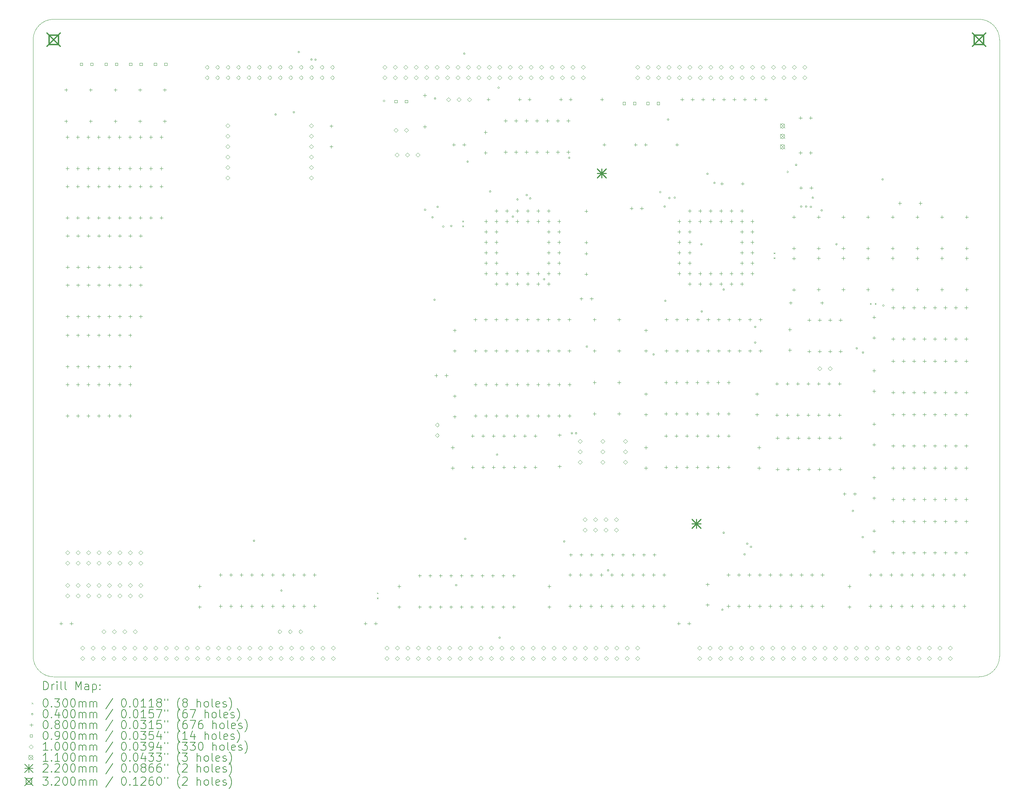
<source format=gbr>
%TF.GenerationSoftware,KiCad,Pcbnew,(6.0.11)*%
%TF.CreationDate,2023-09-05T06:14:39-04:00*%
%TF.ProjectId,input-output.Disk,696e7075-742d-46f7-9574-7075742e4469,rev?*%
%TF.SameCoordinates,Original*%
%TF.FileFunction,Drillmap*%
%TF.FilePolarity,Positive*%
%FSLAX45Y45*%
G04 Gerber Fmt 4.5, Leading zero omitted, Abs format (unit mm)*
G04 Created by KiCad (PCBNEW (6.0.11)) date 2023-09-05 06:14:39*
%MOMM*%
%LPD*%
G01*
G04 APERTURE LIST*
%ADD10C,0.050000*%
%ADD11C,0.200000*%
%ADD12C,0.030000*%
%ADD13C,0.040000*%
%ADD14C,0.080000*%
%ADD15C,0.090000*%
%ADD16C,0.100000*%
%ADD17C,0.110000*%
%ADD18C,0.220000*%
%ADD19C,0.320000*%
G04 APERTURE END LIST*
D10*
X3500000Y-7500000D02*
X3500000Y-22500000D01*
X4000000Y-23000000D02*
X26500000Y-23000000D01*
X27000000Y-22500000D02*
X27000000Y-7500000D01*
X26500000Y-7000000D02*
X4000000Y-7000000D01*
X27000000Y-7500000D02*
G75*
G03*
X26500000Y-7000000I-500000J0D01*
G01*
X3500000Y-22500000D02*
G75*
G03*
X4000000Y-23000000I500000J0D01*
G01*
X4000000Y-7000000D02*
G75*
G03*
X3500000Y-7500000I0J-500000D01*
G01*
X26500000Y-23000000D02*
G75*
G03*
X27000000Y-22500000I0J500000D01*
G01*
D11*
D12*
X11860000Y-20950000D02*
X11890000Y-20980000D01*
X11890000Y-20950000D02*
X11860000Y-20980000D01*
X11860000Y-21070000D02*
X11890000Y-21100000D01*
X11890000Y-21070000D02*
X11860000Y-21100000D01*
X13935000Y-11900000D02*
X13965000Y-11930000D01*
X13965000Y-11900000D02*
X13935000Y-11930000D01*
X13935000Y-12020000D02*
X13965000Y-12050000D01*
X13965000Y-12020000D02*
X13935000Y-12050000D01*
X21510000Y-12675000D02*
X21540000Y-12705000D01*
X21540000Y-12675000D02*
X21510000Y-12705000D01*
X21510000Y-12795000D02*
X21540000Y-12825000D01*
X21540000Y-12795000D02*
X21510000Y-12825000D01*
X23850000Y-13910000D02*
X23880000Y-13940000D01*
X23880000Y-13910000D02*
X23850000Y-13940000D01*
X23970000Y-13910000D02*
X24000000Y-13940000D01*
X24000000Y-13910000D02*
X23970000Y-13940000D01*
D13*
X8891780Y-19688710D02*
G75*
G03*
X8891780Y-19688710I-20000J0D01*
G01*
X9414920Y-9319300D02*
G75*
G03*
X9414920Y-9319300I-20000J0D01*
G01*
X9556540Y-20901360D02*
G75*
G03*
X9556540Y-20901360I-20000J0D01*
G01*
X9860130Y-9261380D02*
G75*
G03*
X9860130Y-9261380I-20000J0D01*
G01*
X9980190Y-7799290D02*
G75*
G03*
X9980190Y-7799290I-20000J0D01*
G01*
X10287710Y-7981410D02*
G75*
G03*
X10287710Y-7981410I-20000J0D01*
G01*
X10388870Y-7982820D02*
G75*
G03*
X10388870Y-7982820I-20000J0D01*
G01*
X12053070Y-8986100D02*
G75*
G03*
X12053070Y-8986100I-20000J0D01*
G01*
X13052060Y-11635570D02*
G75*
G03*
X13052060Y-11635570I-20000J0D01*
G01*
X13233540Y-11820580D02*
G75*
G03*
X13233540Y-11820580I-20000J0D01*
G01*
X13280200Y-13824130D02*
G75*
G03*
X13280200Y-13824130I-20000J0D01*
G01*
X13294670Y-8928970D02*
G75*
G03*
X13294670Y-8928970I-20000J0D01*
G01*
X13354340Y-11565800D02*
G75*
G03*
X13354340Y-11565800I-20000J0D01*
G01*
X13492980Y-12043090D02*
G75*
G03*
X13492980Y-12043090I-20000J0D01*
G01*
X13687560Y-12028550D02*
G75*
G03*
X13687560Y-12028550I-20000J0D01*
G01*
X13808440Y-20767210D02*
G75*
G03*
X13808440Y-20767210I-20000J0D01*
G01*
X14003410Y-7838080D02*
G75*
G03*
X14003410Y-7838080I-20000J0D01*
G01*
X14027820Y-19642300D02*
G75*
G03*
X14027820Y-19642300I-20000J0D01*
G01*
X14085430Y-10464610D02*
G75*
G03*
X14085430Y-10464610I-20000J0D01*
G01*
X14634440Y-11189920D02*
G75*
G03*
X14634440Y-11189920I-20000J0D01*
G01*
X14801620Y-17592050D02*
G75*
G03*
X14801620Y-17592050I-20000J0D01*
G01*
X14839630Y-8666410D02*
G75*
G03*
X14839630Y-8666410I-20000J0D01*
G01*
X14862980Y-22046070D02*
G75*
G03*
X14862980Y-22046070I-20000J0D01*
G01*
X15185260Y-11803260D02*
G75*
G03*
X15185260Y-11803260I-20000J0D01*
G01*
X15297500Y-11384580D02*
G75*
G03*
X15297500Y-11384580I-20000J0D01*
G01*
X15523400Y-11277930D02*
G75*
G03*
X15523400Y-11277930I-20000J0D01*
G01*
X15607810Y-11359690D02*
G75*
G03*
X15607810Y-11359690I-20000J0D01*
G01*
X15944430Y-13325320D02*
G75*
G03*
X15944430Y-13325320I-20000J0D01*
G01*
X16433120Y-19704950D02*
G75*
G03*
X16433120Y-19704950I-20000J0D01*
G01*
X16554000Y-10370210D02*
G75*
G03*
X16554000Y-10370210I-20000J0D01*
G01*
X16620030Y-17072260D02*
G75*
G03*
X16620030Y-17072260I-20000J0D01*
G01*
X16722270Y-17073160D02*
G75*
G03*
X16722270Y-17073160I-20000J0D01*
G01*
X16986530Y-14964590D02*
G75*
G03*
X16986530Y-14964590I-20000J0D01*
G01*
X17501510Y-20409130D02*
G75*
G03*
X17501510Y-20409130I-20000J0D01*
G01*
X18610410Y-15155360D02*
G75*
G03*
X18610410Y-15155360I-20000J0D01*
G01*
X18769100Y-11205290D02*
G75*
G03*
X18769100Y-11205290I-20000J0D01*
G01*
X18874080Y-11556370D02*
G75*
G03*
X18874080Y-11556370I-20000J0D01*
G01*
X18891300Y-13850730D02*
G75*
G03*
X18891300Y-13850730I-20000J0D01*
G01*
X18961530Y-9440050D02*
G75*
G03*
X18961530Y-9440050I-20000J0D01*
G01*
X18993400Y-11348740D02*
G75*
G03*
X18993400Y-11348740I-20000J0D01*
G01*
X19121330Y-11340370D02*
G75*
G03*
X19121330Y-11340370I-20000J0D01*
G01*
X19769300Y-12474330D02*
G75*
G03*
X19769300Y-12474330I-20000J0D01*
G01*
X19778360Y-14107550D02*
G75*
G03*
X19778360Y-14107550I-20000J0D01*
G01*
X19916770Y-10760190D02*
G75*
G03*
X19916770Y-10760190I-20000J0D01*
G01*
X20087400Y-10983030D02*
G75*
G03*
X20087400Y-10983030I-20000J0D01*
G01*
X20280520Y-21367180D02*
G75*
G03*
X20280520Y-21367180I-20000J0D01*
G01*
X20312080Y-13578170D02*
G75*
G03*
X20312080Y-13578170I-20000J0D01*
G01*
X20312930Y-19491900D02*
G75*
G03*
X20312930Y-19491900I-20000J0D01*
G01*
X20820890Y-20019080D02*
G75*
G03*
X20820890Y-20019080I-20000J0D01*
G01*
X20885850Y-19762700D02*
G75*
G03*
X20885850Y-19762700I-20000J0D01*
G01*
X20975380Y-19835930D02*
G75*
G03*
X20975380Y-19835930I-20000J0D01*
G01*
X21078960Y-14865200D02*
G75*
G03*
X21078960Y-14865200I-20000J0D01*
G01*
X21079000Y-14485030D02*
G75*
G03*
X21079000Y-14485030I-20000J0D01*
G01*
X21867860Y-10713410D02*
G75*
G03*
X21867860Y-10713410I-20000J0D01*
G01*
X22074000Y-10543780D02*
G75*
G03*
X22074000Y-10543780I-20000J0D01*
G01*
X22198840Y-11556720D02*
G75*
G03*
X22198840Y-11556720I-20000J0D01*
G01*
X22318370Y-11556260D02*
G75*
G03*
X22318370Y-11556260I-20000J0D01*
G01*
X22431340Y-11565970D02*
G75*
G03*
X22431340Y-11565970I-20000J0D01*
G01*
X22477990Y-11342230D02*
G75*
G03*
X22477990Y-11342230I-20000J0D01*
G01*
X22695020Y-11649170D02*
G75*
G03*
X22695020Y-11649170I-20000J0D01*
G01*
X23054050Y-12474260D02*
G75*
G03*
X23054050Y-12474260I-20000J0D01*
G01*
X23455430Y-18963140D02*
G75*
G03*
X23455430Y-18963140I-20000J0D01*
G01*
X23548260Y-15005010D02*
G75*
G03*
X23548260Y-15005010I-20000J0D01*
G01*
X23692640Y-19599000D02*
G75*
G03*
X23692640Y-19599000I-20000J0D01*
G01*
X23700820Y-15107510D02*
G75*
G03*
X23700820Y-15107510I-20000J0D01*
G01*
X24173910Y-10897160D02*
G75*
G03*
X24173910Y-10897160I-20000J0D01*
G01*
X24194210Y-13964170D02*
G75*
G03*
X24194210Y-13964170I-20000J0D01*
G01*
D14*
X4179490Y-21660000D02*
X4179490Y-21740000D01*
X4139490Y-21700000D02*
X4219490Y-21700000D01*
X4300000Y-8679000D02*
X4300000Y-8759000D01*
X4260000Y-8719000D02*
X4340000Y-8719000D01*
X4300000Y-9441000D02*
X4300000Y-9521000D01*
X4260000Y-9481000D02*
X4340000Y-9481000D01*
X4332500Y-9828000D02*
X4332500Y-9908000D01*
X4292500Y-9868000D02*
X4372500Y-9868000D01*
X4332500Y-10590000D02*
X4332500Y-10670000D01*
X4292500Y-10630000D02*
X4372500Y-10630000D01*
X4332500Y-11028000D02*
X4332500Y-11108000D01*
X4292500Y-11068000D02*
X4372500Y-11068000D01*
X4332500Y-11790000D02*
X4332500Y-11870000D01*
X4292500Y-11830000D02*
X4372500Y-11830000D01*
X4334000Y-14648000D02*
X4334000Y-14728000D01*
X4294000Y-14688000D02*
X4374000Y-14688000D01*
X4334000Y-15410000D02*
X4334000Y-15490000D01*
X4294000Y-15450000D02*
X4374000Y-15450000D01*
X4334000Y-15848000D02*
X4334000Y-15928000D01*
X4294000Y-15888000D02*
X4374000Y-15888000D01*
X4334000Y-16610000D02*
X4334000Y-16690000D01*
X4294000Y-16650000D02*
X4374000Y-16650000D01*
X4337500Y-12228000D02*
X4337500Y-12308000D01*
X4297500Y-12268000D02*
X4377500Y-12268000D01*
X4337500Y-12990000D02*
X4337500Y-13070000D01*
X4297500Y-13030000D02*
X4377500Y-13030000D01*
X4337500Y-13428000D02*
X4337500Y-13508000D01*
X4297500Y-13468000D02*
X4377500Y-13468000D01*
X4337500Y-14190000D02*
X4337500Y-14270000D01*
X4297500Y-14230000D02*
X4377500Y-14230000D01*
X4429490Y-21660000D02*
X4429490Y-21740000D01*
X4389490Y-21700000D02*
X4469490Y-21700000D01*
X4586500Y-9828000D02*
X4586500Y-9908000D01*
X4546500Y-9868000D02*
X4626500Y-9868000D01*
X4586500Y-10590000D02*
X4586500Y-10670000D01*
X4546500Y-10630000D02*
X4626500Y-10630000D01*
X4586500Y-11028000D02*
X4586500Y-11108000D01*
X4546500Y-11068000D02*
X4626500Y-11068000D01*
X4586500Y-11790000D02*
X4586500Y-11870000D01*
X4546500Y-11830000D02*
X4626500Y-11830000D01*
X4588000Y-14648000D02*
X4588000Y-14728000D01*
X4548000Y-14688000D02*
X4628000Y-14688000D01*
X4588000Y-15410000D02*
X4588000Y-15490000D01*
X4548000Y-15450000D02*
X4628000Y-15450000D01*
X4588000Y-15848000D02*
X4588000Y-15928000D01*
X4548000Y-15888000D02*
X4628000Y-15888000D01*
X4588000Y-16610000D02*
X4588000Y-16690000D01*
X4548000Y-16650000D02*
X4628000Y-16650000D01*
X4591500Y-12228000D02*
X4591500Y-12308000D01*
X4551500Y-12268000D02*
X4631500Y-12268000D01*
X4591500Y-12990000D02*
X4591500Y-13070000D01*
X4551500Y-13030000D02*
X4631500Y-13030000D01*
X4591500Y-13428000D02*
X4591500Y-13508000D01*
X4551500Y-13468000D02*
X4631500Y-13468000D01*
X4591500Y-14190000D02*
X4591500Y-14270000D01*
X4551500Y-14230000D02*
X4631500Y-14230000D01*
X4840500Y-9828000D02*
X4840500Y-9908000D01*
X4800500Y-9868000D02*
X4880500Y-9868000D01*
X4840500Y-10590000D02*
X4840500Y-10670000D01*
X4800500Y-10630000D02*
X4880500Y-10630000D01*
X4840500Y-11028000D02*
X4840500Y-11108000D01*
X4800500Y-11068000D02*
X4880500Y-11068000D01*
X4840500Y-11790000D02*
X4840500Y-11870000D01*
X4800500Y-11830000D02*
X4880500Y-11830000D01*
X4842000Y-14648000D02*
X4842000Y-14728000D01*
X4802000Y-14688000D02*
X4882000Y-14688000D01*
X4842000Y-15410000D02*
X4842000Y-15490000D01*
X4802000Y-15450000D02*
X4882000Y-15450000D01*
X4842000Y-15848000D02*
X4842000Y-15928000D01*
X4802000Y-15888000D02*
X4882000Y-15888000D01*
X4842000Y-16610000D02*
X4842000Y-16690000D01*
X4802000Y-16650000D02*
X4882000Y-16650000D01*
X4845500Y-12228000D02*
X4845500Y-12308000D01*
X4805500Y-12268000D02*
X4885500Y-12268000D01*
X4845500Y-12990000D02*
X4845500Y-13070000D01*
X4805500Y-13030000D02*
X4885500Y-13030000D01*
X4845500Y-13428000D02*
X4845500Y-13508000D01*
X4805500Y-13468000D02*
X4885500Y-13468000D01*
X4845500Y-14190000D02*
X4845500Y-14270000D01*
X4805500Y-14230000D02*
X4885500Y-14230000D01*
X4900000Y-8679000D02*
X4900000Y-8759000D01*
X4860000Y-8719000D02*
X4940000Y-8719000D01*
X4900000Y-9441000D02*
X4900000Y-9521000D01*
X4860000Y-9481000D02*
X4940000Y-9481000D01*
X5094500Y-9828000D02*
X5094500Y-9908000D01*
X5054500Y-9868000D02*
X5134500Y-9868000D01*
X5094500Y-10590000D02*
X5094500Y-10670000D01*
X5054500Y-10630000D02*
X5134500Y-10630000D01*
X5094500Y-11028000D02*
X5094500Y-11108000D01*
X5054500Y-11068000D02*
X5134500Y-11068000D01*
X5094500Y-11790000D02*
X5094500Y-11870000D01*
X5054500Y-11830000D02*
X5134500Y-11830000D01*
X5096000Y-14648000D02*
X5096000Y-14728000D01*
X5056000Y-14688000D02*
X5136000Y-14688000D01*
X5096000Y-15410000D02*
X5096000Y-15490000D01*
X5056000Y-15450000D02*
X5136000Y-15450000D01*
X5096000Y-15848000D02*
X5096000Y-15928000D01*
X5056000Y-15888000D02*
X5136000Y-15888000D01*
X5096000Y-16610000D02*
X5096000Y-16690000D01*
X5056000Y-16650000D02*
X5136000Y-16650000D01*
X5099500Y-12228000D02*
X5099500Y-12308000D01*
X5059500Y-12268000D02*
X5139500Y-12268000D01*
X5099500Y-12990000D02*
X5099500Y-13070000D01*
X5059500Y-13030000D02*
X5139500Y-13030000D01*
X5099500Y-13428000D02*
X5099500Y-13508000D01*
X5059500Y-13468000D02*
X5139500Y-13468000D01*
X5099500Y-14190000D02*
X5099500Y-14270000D01*
X5059500Y-14230000D02*
X5139500Y-14230000D01*
X5348500Y-9828000D02*
X5348500Y-9908000D01*
X5308500Y-9868000D02*
X5388500Y-9868000D01*
X5348500Y-10590000D02*
X5348500Y-10670000D01*
X5308500Y-10630000D02*
X5388500Y-10630000D01*
X5348500Y-11028000D02*
X5348500Y-11108000D01*
X5308500Y-11068000D02*
X5388500Y-11068000D01*
X5348500Y-11790000D02*
X5348500Y-11870000D01*
X5308500Y-11830000D02*
X5388500Y-11830000D01*
X5350000Y-14648000D02*
X5350000Y-14728000D01*
X5310000Y-14688000D02*
X5390000Y-14688000D01*
X5350000Y-15410000D02*
X5350000Y-15490000D01*
X5310000Y-15450000D02*
X5390000Y-15450000D01*
X5350000Y-15848000D02*
X5350000Y-15928000D01*
X5310000Y-15888000D02*
X5390000Y-15888000D01*
X5350000Y-16610000D02*
X5350000Y-16690000D01*
X5310000Y-16650000D02*
X5390000Y-16650000D01*
X5353500Y-12228000D02*
X5353500Y-12308000D01*
X5313500Y-12268000D02*
X5393500Y-12268000D01*
X5353500Y-12990000D02*
X5353500Y-13070000D01*
X5313500Y-13030000D02*
X5393500Y-13030000D01*
X5353500Y-13428000D02*
X5353500Y-13508000D01*
X5313500Y-13468000D02*
X5393500Y-13468000D01*
X5353500Y-14190000D02*
X5353500Y-14270000D01*
X5313500Y-14230000D02*
X5393500Y-14230000D01*
X5500000Y-8679000D02*
X5500000Y-8759000D01*
X5460000Y-8719000D02*
X5540000Y-8719000D01*
X5500000Y-9441000D02*
X5500000Y-9521000D01*
X5460000Y-9481000D02*
X5540000Y-9481000D01*
X5602500Y-9828000D02*
X5602500Y-9908000D01*
X5562500Y-9868000D02*
X5642500Y-9868000D01*
X5602500Y-10590000D02*
X5602500Y-10670000D01*
X5562500Y-10630000D02*
X5642500Y-10630000D01*
X5602500Y-11028000D02*
X5602500Y-11108000D01*
X5562500Y-11068000D02*
X5642500Y-11068000D01*
X5602500Y-11790000D02*
X5602500Y-11870000D01*
X5562500Y-11830000D02*
X5642500Y-11830000D01*
X5604000Y-14648000D02*
X5604000Y-14728000D01*
X5564000Y-14688000D02*
X5644000Y-14688000D01*
X5604000Y-15410000D02*
X5604000Y-15490000D01*
X5564000Y-15450000D02*
X5644000Y-15450000D01*
X5604000Y-15848000D02*
X5604000Y-15928000D01*
X5564000Y-15888000D02*
X5644000Y-15888000D01*
X5604000Y-16610000D02*
X5604000Y-16690000D01*
X5564000Y-16650000D02*
X5644000Y-16650000D01*
X5607500Y-12228000D02*
X5607500Y-12308000D01*
X5567500Y-12268000D02*
X5647500Y-12268000D01*
X5607500Y-12990000D02*
X5607500Y-13070000D01*
X5567500Y-13030000D02*
X5647500Y-13030000D01*
X5607500Y-13428000D02*
X5607500Y-13508000D01*
X5567500Y-13468000D02*
X5647500Y-13468000D01*
X5607500Y-14190000D02*
X5607500Y-14270000D01*
X5567500Y-14230000D02*
X5647500Y-14230000D01*
X5856500Y-9828000D02*
X5856500Y-9908000D01*
X5816500Y-9868000D02*
X5896500Y-9868000D01*
X5856500Y-10590000D02*
X5856500Y-10670000D01*
X5816500Y-10630000D02*
X5896500Y-10630000D01*
X5856500Y-11028000D02*
X5856500Y-11108000D01*
X5816500Y-11068000D02*
X5896500Y-11068000D01*
X5856500Y-11790000D02*
X5856500Y-11870000D01*
X5816500Y-11830000D02*
X5896500Y-11830000D01*
X5858000Y-14648000D02*
X5858000Y-14728000D01*
X5818000Y-14688000D02*
X5898000Y-14688000D01*
X5858000Y-15410000D02*
X5858000Y-15490000D01*
X5818000Y-15450000D02*
X5898000Y-15450000D01*
X5858000Y-15848000D02*
X5858000Y-15928000D01*
X5818000Y-15888000D02*
X5898000Y-15888000D01*
X5858000Y-16610000D02*
X5858000Y-16690000D01*
X5818000Y-16650000D02*
X5898000Y-16650000D01*
X5861500Y-12228000D02*
X5861500Y-12308000D01*
X5821500Y-12268000D02*
X5901500Y-12268000D01*
X5861500Y-12990000D02*
X5861500Y-13070000D01*
X5821500Y-13030000D02*
X5901500Y-13030000D01*
X5861500Y-13428000D02*
X5861500Y-13508000D01*
X5821500Y-13468000D02*
X5901500Y-13468000D01*
X5861500Y-14190000D02*
X5861500Y-14270000D01*
X5821500Y-14230000D02*
X5901500Y-14230000D01*
X6100000Y-8679000D02*
X6100000Y-8759000D01*
X6060000Y-8719000D02*
X6140000Y-8719000D01*
X6100000Y-9441000D02*
X6100000Y-9521000D01*
X6060000Y-9481000D02*
X6140000Y-9481000D01*
X6110500Y-9828000D02*
X6110500Y-9908000D01*
X6070500Y-9868000D02*
X6150500Y-9868000D01*
X6110500Y-10590000D02*
X6110500Y-10670000D01*
X6070500Y-10630000D02*
X6150500Y-10630000D01*
X6110500Y-11028000D02*
X6110500Y-11108000D01*
X6070500Y-11068000D02*
X6150500Y-11068000D01*
X6110500Y-11790000D02*
X6110500Y-11870000D01*
X6070500Y-11830000D02*
X6150500Y-11830000D01*
X6115500Y-12228000D02*
X6115500Y-12308000D01*
X6075500Y-12268000D02*
X6155500Y-12268000D01*
X6115500Y-12990000D02*
X6115500Y-13070000D01*
X6075500Y-13030000D02*
X6155500Y-13030000D01*
X6115500Y-13428000D02*
X6115500Y-13508000D01*
X6075500Y-13468000D02*
X6155500Y-13468000D01*
X6115500Y-14190000D02*
X6115500Y-14270000D01*
X6075500Y-14230000D02*
X6155500Y-14230000D01*
X6364500Y-9828000D02*
X6364500Y-9908000D01*
X6324500Y-9868000D02*
X6404500Y-9868000D01*
X6364500Y-10590000D02*
X6364500Y-10670000D01*
X6324500Y-10630000D02*
X6404500Y-10630000D01*
X6364500Y-11028000D02*
X6364500Y-11108000D01*
X6324500Y-11068000D02*
X6404500Y-11068000D01*
X6364500Y-11790000D02*
X6364500Y-11870000D01*
X6324500Y-11830000D02*
X6404500Y-11830000D01*
X6618500Y-9828000D02*
X6618500Y-9908000D01*
X6578500Y-9868000D02*
X6658500Y-9868000D01*
X6618500Y-10590000D02*
X6618500Y-10670000D01*
X6578500Y-10630000D02*
X6658500Y-10630000D01*
X6618500Y-11028000D02*
X6618500Y-11108000D01*
X6578500Y-11068000D02*
X6658500Y-11068000D01*
X6618500Y-11790000D02*
X6618500Y-11870000D01*
X6578500Y-11830000D02*
X6658500Y-11830000D01*
X6700000Y-8679000D02*
X6700000Y-8759000D01*
X6660000Y-8719000D02*
X6740000Y-8719000D01*
X6700000Y-9441000D02*
X6700000Y-9521000D01*
X6660000Y-9481000D02*
X6740000Y-9481000D01*
X7550000Y-20760000D02*
X7550000Y-20840000D01*
X7510000Y-20800000D02*
X7590000Y-20800000D01*
X7550000Y-21260000D02*
X7550000Y-21340000D01*
X7510000Y-21300000D02*
X7590000Y-21300000D01*
X8057500Y-20478000D02*
X8057500Y-20558000D01*
X8017500Y-20518000D02*
X8097500Y-20518000D01*
X8057500Y-21240000D02*
X8057500Y-21320000D01*
X8017500Y-21280000D02*
X8097500Y-21280000D01*
X8311500Y-20478000D02*
X8311500Y-20558000D01*
X8271500Y-20518000D02*
X8351500Y-20518000D01*
X8311500Y-21240000D02*
X8311500Y-21320000D01*
X8271500Y-21280000D02*
X8351500Y-21280000D01*
X8565500Y-20478000D02*
X8565500Y-20558000D01*
X8525500Y-20518000D02*
X8605500Y-20518000D01*
X8565500Y-21240000D02*
X8565500Y-21320000D01*
X8525500Y-21280000D02*
X8605500Y-21280000D01*
X8819500Y-20478000D02*
X8819500Y-20558000D01*
X8779500Y-20518000D02*
X8859500Y-20518000D01*
X8819500Y-21240000D02*
X8819500Y-21320000D01*
X8779500Y-21280000D02*
X8859500Y-21280000D01*
X9073500Y-20478000D02*
X9073500Y-20558000D01*
X9033500Y-20518000D02*
X9113500Y-20518000D01*
X9073500Y-21240000D02*
X9073500Y-21320000D01*
X9033500Y-21280000D02*
X9113500Y-21280000D01*
X9327500Y-20478000D02*
X9327500Y-20558000D01*
X9287500Y-20518000D02*
X9367500Y-20518000D01*
X9327500Y-21240000D02*
X9327500Y-21320000D01*
X9287500Y-21280000D02*
X9367500Y-21280000D01*
X9581500Y-20478000D02*
X9581500Y-20558000D01*
X9541500Y-20518000D02*
X9621500Y-20518000D01*
X9581500Y-21240000D02*
X9581500Y-21320000D01*
X9541500Y-21280000D02*
X9621500Y-21280000D01*
X9835500Y-20478000D02*
X9835500Y-20558000D01*
X9795500Y-20518000D02*
X9875500Y-20518000D01*
X9835500Y-21240000D02*
X9835500Y-21320000D01*
X9795500Y-21280000D02*
X9875500Y-21280000D01*
X10089500Y-20478000D02*
X10089500Y-20558000D01*
X10049500Y-20518000D02*
X10129500Y-20518000D01*
X10089500Y-21240000D02*
X10089500Y-21320000D01*
X10049500Y-21280000D02*
X10129500Y-21280000D01*
X10343500Y-20478000D02*
X10343500Y-20558000D01*
X10303500Y-20518000D02*
X10383500Y-20518000D01*
X10343500Y-21240000D02*
X10343500Y-21320000D01*
X10303500Y-21280000D02*
X10383500Y-21280000D01*
X10750000Y-9560000D02*
X10750000Y-9640000D01*
X10710000Y-9600000D02*
X10790000Y-9600000D01*
X10750000Y-10060000D02*
X10750000Y-10140000D01*
X10710000Y-10100000D02*
X10790000Y-10100000D01*
X11579490Y-21660000D02*
X11579490Y-21740000D01*
X11539490Y-21700000D02*
X11619490Y-21700000D01*
X11829490Y-21660000D02*
X11829490Y-21740000D01*
X11789490Y-21700000D02*
X11869490Y-21700000D01*
X12400000Y-20760000D02*
X12400000Y-20840000D01*
X12360000Y-20800000D02*
X12440000Y-20800000D01*
X12400000Y-21260000D02*
X12400000Y-21340000D01*
X12360000Y-21300000D02*
X12440000Y-21300000D01*
X12900000Y-20498000D02*
X12900000Y-20578000D01*
X12860000Y-20538000D02*
X12940000Y-20538000D01*
X12900000Y-21260000D02*
X12900000Y-21340000D01*
X12860000Y-21300000D02*
X12940000Y-21300000D01*
X13025000Y-8810000D02*
X13025000Y-8890000D01*
X12985000Y-8850000D02*
X13065000Y-8850000D01*
X13025000Y-9572000D02*
X13025000Y-9652000D01*
X12985000Y-9612000D02*
X13065000Y-9612000D01*
X13154000Y-20498000D02*
X13154000Y-20578000D01*
X13114000Y-20538000D02*
X13194000Y-20538000D01*
X13154000Y-21260000D02*
X13154000Y-21340000D01*
X13114000Y-21300000D02*
X13194000Y-21300000D01*
X13300000Y-15629000D02*
X13300000Y-15709000D01*
X13260000Y-15669000D02*
X13340000Y-15669000D01*
X13408000Y-20498000D02*
X13408000Y-20578000D01*
X13368000Y-20538000D02*
X13448000Y-20538000D01*
X13408000Y-21260000D02*
X13408000Y-21340000D01*
X13368000Y-21300000D02*
X13448000Y-21300000D01*
X13550000Y-15629000D02*
X13550000Y-15709000D01*
X13510000Y-15669000D02*
X13590000Y-15669000D01*
X13662000Y-20498000D02*
X13662000Y-20578000D01*
X13622000Y-20538000D02*
X13702000Y-20538000D01*
X13662000Y-21260000D02*
X13662000Y-21340000D01*
X13622000Y-21300000D02*
X13702000Y-21300000D01*
X13700000Y-17379000D02*
X13700000Y-17459000D01*
X13660000Y-17419000D02*
X13740000Y-17419000D01*
X13700000Y-17879000D02*
X13700000Y-17959000D01*
X13660000Y-17919000D02*
X13740000Y-17919000D01*
X13729490Y-10010000D02*
X13729490Y-10090000D01*
X13689490Y-10050000D02*
X13769490Y-10050000D01*
X13750000Y-14529000D02*
X13750000Y-14609000D01*
X13710000Y-14569000D02*
X13790000Y-14569000D01*
X13750000Y-15029000D02*
X13750000Y-15109000D01*
X13710000Y-15069000D02*
X13790000Y-15069000D01*
X13750000Y-16129000D02*
X13750000Y-16209000D01*
X13710000Y-16169000D02*
X13790000Y-16169000D01*
X13750000Y-16629000D02*
X13750000Y-16709000D01*
X13710000Y-16669000D02*
X13790000Y-16669000D01*
X13916000Y-20498000D02*
X13916000Y-20578000D01*
X13876000Y-20538000D02*
X13956000Y-20538000D01*
X13916000Y-21260000D02*
X13916000Y-21340000D01*
X13876000Y-21300000D02*
X13956000Y-21300000D01*
X13979490Y-10010000D02*
X13979490Y-10090000D01*
X13939490Y-10050000D02*
X14019490Y-10050000D01*
X14170000Y-20498000D02*
X14170000Y-20578000D01*
X14130000Y-20538000D02*
X14210000Y-20538000D01*
X14170000Y-21260000D02*
X14170000Y-21340000D01*
X14130000Y-21300000D02*
X14210000Y-21300000D01*
X14187500Y-17097000D02*
X14187500Y-17177000D01*
X14147500Y-17137000D02*
X14227500Y-17137000D01*
X14187500Y-17859000D02*
X14187500Y-17939000D01*
X14147500Y-17899000D02*
X14227500Y-17899000D01*
X14250000Y-14267000D02*
X14250000Y-14347000D01*
X14210000Y-14307000D02*
X14290000Y-14307000D01*
X14250000Y-15029000D02*
X14250000Y-15109000D01*
X14210000Y-15069000D02*
X14290000Y-15069000D01*
X14257500Y-15847000D02*
X14257500Y-15927000D01*
X14217500Y-15887000D02*
X14297500Y-15887000D01*
X14257500Y-16609000D02*
X14257500Y-16689000D01*
X14217500Y-16649000D02*
X14297500Y-16649000D01*
X14424000Y-20498000D02*
X14424000Y-20578000D01*
X14384000Y-20538000D02*
X14464000Y-20538000D01*
X14424000Y-21260000D02*
X14424000Y-21340000D01*
X14384000Y-21300000D02*
X14464000Y-21300000D01*
X14441500Y-17097000D02*
X14441500Y-17177000D01*
X14401500Y-17137000D02*
X14481500Y-17137000D01*
X14441500Y-17859000D02*
X14441500Y-17939000D01*
X14401500Y-17899000D02*
X14481500Y-17899000D01*
X14500000Y-9710000D02*
X14500000Y-9790000D01*
X14460000Y-9750000D02*
X14540000Y-9750000D01*
X14500000Y-10210000D02*
X14500000Y-10290000D01*
X14460000Y-10250000D02*
X14540000Y-10250000D01*
X14504000Y-14267000D02*
X14504000Y-14347000D01*
X14464000Y-14307000D02*
X14544000Y-14307000D01*
X14504000Y-15029000D02*
X14504000Y-15109000D01*
X14464000Y-15069000D02*
X14544000Y-15069000D01*
X14511000Y-11875000D02*
X14511000Y-11955000D01*
X14471000Y-11915000D02*
X14551000Y-11915000D01*
X14511000Y-12129000D02*
X14511000Y-12209000D01*
X14471000Y-12169000D02*
X14551000Y-12169000D01*
X14511000Y-12383000D02*
X14511000Y-12463000D01*
X14471000Y-12423000D02*
X14551000Y-12423000D01*
X14511000Y-12637000D02*
X14511000Y-12717000D01*
X14471000Y-12677000D02*
X14551000Y-12677000D01*
X14511000Y-12891000D02*
X14511000Y-12971000D01*
X14471000Y-12931000D02*
X14551000Y-12931000D01*
X14511000Y-13145000D02*
X14511000Y-13225000D01*
X14471000Y-13185000D02*
X14551000Y-13185000D01*
X14511500Y-15847000D02*
X14511500Y-15927000D01*
X14471500Y-15887000D02*
X14551500Y-15887000D01*
X14511500Y-16609000D02*
X14511500Y-16689000D01*
X14471500Y-16649000D02*
X14551500Y-16649000D01*
X14569000Y-8910000D02*
X14569000Y-8990000D01*
X14529000Y-8950000D02*
X14609000Y-8950000D01*
X14678000Y-20498000D02*
X14678000Y-20578000D01*
X14638000Y-20538000D02*
X14718000Y-20538000D01*
X14678000Y-21260000D02*
X14678000Y-21340000D01*
X14638000Y-21300000D02*
X14718000Y-21300000D01*
X14695500Y-17097000D02*
X14695500Y-17177000D01*
X14655500Y-17137000D02*
X14735500Y-17137000D01*
X14695500Y-17859000D02*
X14695500Y-17939000D01*
X14655500Y-17899000D02*
X14735500Y-17899000D01*
X14758000Y-14267000D02*
X14758000Y-14347000D01*
X14718000Y-14307000D02*
X14798000Y-14307000D01*
X14758000Y-15029000D02*
X14758000Y-15109000D01*
X14718000Y-15069000D02*
X14798000Y-15069000D01*
X14765000Y-11621000D02*
X14765000Y-11701000D01*
X14725000Y-11661000D02*
X14805000Y-11661000D01*
X14765000Y-11875000D02*
X14765000Y-11955000D01*
X14725000Y-11915000D02*
X14805000Y-11915000D01*
X14765000Y-12129000D02*
X14765000Y-12209000D01*
X14725000Y-12169000D02*
X14805000Y-12169000D01*
X14765000Y-12383000D02*
X14765000Y-12463000D01*
X14725000Y-12423000D02*
X14805000Y-12423000D01*
X14765000Y-12637000D02*
X14765000Y-12717000D01*
X14725000Y-12677000D02*
X14805000Y-12677000D01*
X14765000Y-12891000D02*
X14765000Y-12971000D01*
X14725000Y-12931000D02*
X14805000Y-12931000D01*
X14765000Y-13145000D02*
X14765000Y-13225000D01*
X14725000Y-13185000D02*
X14805000Y-13185000D01*
X14765000Y-13399000D02*
X14765000Y-13479000D01*
X14725000Y-13439000D02*
X14805000Y-13439000D01*
X14765500Y-15847000D02*
X14765500Y-15927000D01*
X14725500Y-15887000D02*
X14805500Y-15887000D01*
X14765500Y-16609000D02*
X14765500Y-16689000D01*
X14725500Y-16649000D02*
X14805500Y-16649000D01*
X14932000Y-20498000D02*
X14932000Y-20578000D01*
X14892000Y-20538000D02*
X14972000Y-20538000D01*
X14932000Y-21260000D02*
X14932000Y-21340000D01*
X14892000Y-21300000D02*
X14972000Y-21300000D01*
X14949500Y-17097000D02*
X14949500Y-17177000D01*
X14909500Y-17137000D02*
X14989500Y-17137000D01*
X14949500Y-17859000D02*
X14949500Y-17939000D01*
X14909500Y-17899000D02*
X14989500Y-17899000D01*
X14987500Y-9428000D02*
X14987500Y-9508000D01*
X14947500Y-9468000D02*
X15027500Y-9468000D01*
X14987500Y-10190000D02*
X14987500Y-10270000D01*
X14947500Y-10230000D02*
X15027500Y-10230000D01*
X15012000Y-14267000D02*
X15012000Y-14347000D01*
X14972000Y-14307000D02*
X15052000Y-14307000D01*
X15012000Y-15029000D02*
X15012000Y-15109000D01*
X14972000Y-15069000D02*
X15052000Y-15069000D01*
X15019000Y-11621000D02*
X15019000Y-11701000D01*
X14979000Y-11661000D02*
X15059000Y-11661000D01*
X15019000Y-11875000D02*
X15019000Y-11955000D01*
X14979000Y-11915000D02*
X15059000Y-11915000D01*
X15019000Y-13145000D02*
X15019000Y-13225000D01*
X14979000Y-13185000D02*
X15059000Y-13185000D01*
X15019000Y-13399000D02*
X15019000Y-13479000D01*
X14979000Y-13439000D02*
X15059000Y-13439000D01*
X15019500Y-15847000D02*
X15019500Y-15927000D01*
X14979500Y-15887000D02*
X15059500Y-15887000D01*
X15019500Y-16609000D02*
X15019500Y-16689000D01*
X14979500Y-16649000D02*
X15059500Y-16649000D01*
X15186000Y-20498000D02*
X15186000Y-20578000D01*
X15146000Y-20538000D02*
X15226000Y-20538000D01*
X15186000Y-21260000D02*
X15186000Y-21340000D01*
X15146000Y-21300000D02*
X15226000Y-21300000D01*
X15203500Y-17097000D02*
X15203500Y-17177000D01*
X15163500Y-17137000D02*
X15243500Y-17137000D01*
X15203500Y-17859000D02*
X15203500Y-17939000D01*
X15163500Y-17899000D02*
X15243500Y-17899000D01*
X15241500Y-9428000D02*
X15241500Y-9508000D01*
X15201500Y-9468000D02*
X15281500Y-9468000D01*
X15241500Y-10190000D02*
X15241500Y-10270000D01*
X15201500Y-10230000D02*
X15281500Y-10230000D01*
X15266000Y-14267000D02*
X15266000Y-14347000D01*
X15226000Y-14307000D02*
X15306000Y-14307000D01*
X15266000Y-15029000D02*
X15266000Y-15109000D01*
X15226000Y-15069000D02*
X15306000Y-15069000D01*
X15273000Y-11621000D02*
X15273000Y-11701000D01*
X15233000Y-11661000D02*
X15313000Y-11661000D01*
X15273000Y-11875000D02*
X15273000Y-11955000D01*
X15233000Y-11915000D02*
X15313000Y-11915000D01*
X15273000Y-13145000D02*
X15273000Y-13225000D01*
X15233000Y-13185000D02*
X15313000Y-13185000D01*
X15273000Y-13399000D02*
X15273000Y-13479000D01*
X15233000Y-13439000D02*
X15313000Y-13439000D01*
X15273500Y-15847000D02*
X15273500Y-15927000D01*
X15233500Y-15887000D02*
X15313500Y-15887000D01*
X15273500Y-16609000D02*
X15273500Y-16689000D01*
X15233500Y-16649000D02*
X15313500Y-16649000D01*
X15331000Y-8910000D02*
X15331000Y-8990000D01*
X15291000Y-8950000D02*
X15371000Y-8950000D01*
X15457500Y-17097000D02*
X15457500Y-17177000D01*
X15417500Y-17137000D02*
X15497500Y-17137000D01*
X15457500Y-17859000D02*
X15457500Y-17939000D01*
X15417500Y-17899000D02*
X15497500Y-17899000D01*
X15495500Y-9428000D02*
X15495500Y-9508000D01*
X15455500Y-9468000D02*
X15535500Y-9468000D01*
X15495500Y-10190000D02*
X15495500Y-10270000D01*
X15455500Y-10230000D02*
X15535500Y-10230000D01*
X15520000Y-14267000D02*
X15520000Y-14347000D01*
X15480000Y-14307000D02*
X15560000Y-14307000D01*
X15520000Y-15029000D02*
X15520000Y-15109000D01*
X15480000Y-15069000D02*
X15560000Y-15069000D01*
X15527000Y-11621000D02*
X15527000Y-11701000D01*
X15487000Y-11661000D02*
X15567000Y-11661000D01*
X15527000Y-11875000D02*
X15527000Y-11955000D01*
X15487000Y-11915000D02*
X15567000Y-11915000D01*
X15527000Y-13145000D02*
X15527000Y-13225000D01*
X15487000Y-13185000D02*
X15567000Y-13185000D01*
X15527000Y-13399000D02*
X15527000Y-13479000D01*
X15487000Y-13439000D02*
X15567000Y-13439000D01*
X15527500Y-15847000D02*
X15527500Y-15927000D01*
X15487500Y-15887000D02*
X15567500Y-15887000D01*
X15527500Y-16609000D02*
X15527500Y-16689000D01*
X15487500Y-16649000D02*
X15567500Y-16649000D01*
X15569000Y-8910000D02*
X15569000Y-8990000D01*
X15529000Y-8950000D02*
X15609000Y-8950000D01*
X15711500Y-17097000D02*
X15711500Y-17177000D01*
X15671500Y-17137000D02*
X15751500Y-17137000D01*
X15711500Y-17859000D02*
X15711500Y-17939000D01*
X15671500Y-17899000D02*
X15751500Y-17899000D01*
X15749500Y-9428000D02*
X15749500Y-9508000D01*
X15709500Y-9468000D02*
X15789500Y-9468000D01*
X15749500Y-10190000D02*
X15749500Y-10270000D01*
X15709500Y-10230000D02*
X15789500Y-10230000D01*
X15774000Y-14267000D02*
X15774000Y-14347000D01*
X15734000Y-14307000D02*
X15814000Y-14307000D01*
X15774000Y-15029000D02*
X15774000Y-15109000D01*
X15734000Y-15069000D02*
X15814000Y-15069000D01*
X15781000Y-11621000D02*
X15781000Y-11701000D01*
X15741000Y-11661000D02*
X15821000Y-11661000D01*
X15781000Y-11875000D02*
X15781000Y-11955000D01*
X15741000Y-11915000D02*
X15821000Y-11915000D01*
X15781000Y-13145000D02*
X15781000Y-13225000D01*
X15741000Y-13185000D02*
X15821000Y-13185000D01*
X15781000Y-13399000D02*
X15781000Y-13479000D01*
X15741000Y-13439000D02*
X15821000Y-13439000D01*
X15781500Y-15847000D02*
X15781500Y-15927000D01*
X15741500Y-15887000D02*
X15821500Y-15887000D01*
X15781500Y-16609000D02*
X15781500Y-16689000D01*
X15741500Y-16649000D02*
X15821500Y-16649000D01*
X16003500Y-9428000D02*
X16003500Y-9508000D01*
X15963500Y-9468000D02*
X16043500Y-9468000D01*
X16003500Y-10190000D02*
X16003500Y-10270000D01*
X15963500Y-10230000D02*
X16043500Y-10230000D01*
X16028000Y-14267000D02*
X16028000Y-14347000D01*
X15988000Y-14307000D02*
X16068000Y-14307000D01*
X16028000Y-15029000D02*
X16028000Y-15109000D01*
X15988000Y-15069000D02*
X16068000Y-15069000D01*
X16035000Y-11621000D02*
X16035000Y-11701000D01*
X15995000Y-11661000D02*
X16075000Y-11661000D01*
X16035000Y-11875000D02*
X16035000Y-11955000D01*
X15995000Y-11915000D02*
X16075000Y-11915000D01*
X16035000Y-12129000D02*
X16035000Y-12209000D01*
X15995000Y-12169000D02*
X16075000Y-12169000D01*
X16035000Y-12383000D02*
X16035000Y-12463000D01*
X15995000Y-12423000D02*
X16075000Y-12423000D01*
X16035000Y-12637000D02*
X16035000Y-12717000D01*
X15995000Y-12677000D02*
X16075000Y-12677000D01*
X16035000Y-12891000D02*
X16035000Y-12971000D01*
X15995000Y-12931000D02*
X16075000Y-12931000D01*
X16035000Y-13145000D02*
X16035000Y-13225000D01*
X15995000Y-13185000D02*
X16075000Y-13185000D01*
X16035000Y-13399000D02*
X16035000Y-13479000D01*
X15995000Y-13439000D02*
X16075000Y-13439000D01*
X16035500Y-15847000D02*
X16035500Y-15927000D01*
X15995500Y-15887000D02*
X16075500Y-15887000D01*
X16035500Y-16609000D02*
X16035500Y-16689000D01*
X15995500Y-16649000D02*
X16075500Y-16649000D01*
X16050000Y-20760000D02*
X16050000Y-20840000D01*
X16010000Y-20800000D02*
X16090000Y-20800000D01*
X16050000Y-21260000D02*
X16050000Y-21340000D01*
X16010000Y-21300000D02*
X16090000Y-21300000D01*
X16257500Y-9428000D02*
X16257500Y-9508000D01*
X16217500Y-9468000D02*
X16297500Y-9468000D01*
X16257500Y-10190000D02*
X16257500Y-10270000D01*
X16217500Y-10230000D02*
X16297500Y-10230000D01*
X16282000Y-14267000D02*
X16282000Y-14347000D01*
X16242000Y-14307000D02*
X16322000Y-14307000D01*
X16282000Y-15029000D02*
X16282000Y-15109000D01*
X16242000Y-15069000D02*
X16322000Y-15069000D01*
X16289000Y-11875000D02*
X16289000Y-11955000D01*
X16249000Y-11915000D02*
X16329000Y-11915000D01*
X16289000Y-12129000D02*
X16289000Y-12209000D01*
X16249000Y-12169000D02*
X16329000Y-12169000D01*
X16289000Y-12383000D02*
X16289000Y-12463000D01*
X16249000Y-12423000D02*
X16329000Y-12423000D01*
X16289000Y-12637000D02*
X16289000Y-12717000D01*
X16249000Y-12677000D02*
X16329000Y-12677000D01*
X16289000Y-12891000D02*
X16289000Y-12971000D01*
X16249000Y-12931000D02*
X16329000Y-12931000D01*
X16289000Y-13145000D02*
X16289000Y-13225000D01*
X16249000Y-13185000D02*
X16329000Y-13185000D01*
X16289500Y-15847000D02*
X16289500Y-15927000D01*
X16249500Y-15887000D02*
X16329500Y-15887000D01*
X16289500Y-16609000D02*
X16289500Y-16689000D01*
X16249500Y-16649000D02*
X16329500Y-16649000D01*
X16300000Y-17079000D02*
X16300000Y-17159000D01*
X16260000Y-17119000D02*
X16340000Y-17119000D01*
X16300000Y-17841000D02*
X16300000Y-17921000D01*
X16260000Y-17881000D02*
X16340000Y-17881000D01*
X16331000Y-8910000D02*
X16331000Y-8990000D01*
X16291000Y-8950000D02*
X16371000Y-8950000D01*
X16511500Y-9428000D02*
X16511500Y-9508000D01*
X16471500Y-9468000D02*
X16551500Y-9468000D01*
X16511500Y-10190000D02*
X16511500Y-10270000D01*
X16471500Y-10230000D02*
X16551500Y-10230000D01*
X16536000Y-14267000D02*
X16536000Y-14347000D01*
X16496000Y-14307000D02*
X16576000Y-14307000D01*
X16536000Y-15029000D02*
X16536000Y-15109000D01*
X16496000Y-15069000D02*
X16576000Y-15069000D01*
X16543500Y-15847000D02*
X16543500Y-15927000D01*
X16503500Y-15887000D02*
X16583500Y-15887000D01*
X16543500Y-16609000D02*
X16543500Y-16689000D01*
X16503500Y-16649000D02*
X16583500Y-16649000D01*
X16557500Y-20478000D02*
X16557500Y-20558000D01*
X16517500Y-20518000D02*
X16597500Y-20518000D01*
X16557500Y-21240000D02*
X16557500Y-21320000D01*
X16517500Y-21280000D02*
X16597500Y-21280000D01*
X16569000Y-8910000D02*
X16569000Y-8990000D01*
X16529000Y-8950000D02*
X16609000Y-8950000D01*
X16575000Y-19990500D02*
X16575000Y-20070500D01*
X16535000Y-20030500D02*
X16615000Y-20030500D01*
X16811500Y-20478000D02*
X16811500Y-20558000D01*
X16771500Y-20518000D02*
X16851500Y-20518000D01*
X16811500Y-21240000D02*
X16811500Y-21320000D01*
X16771500Y-21280000D02*
X16851500Y-21280000D01*
X16829000Y-19990500D02*
X16829000Y-20070500D01*
X16789000Y-20030500D02*
X16869000Y-20030500D01*
X16829490Y-13760000D02*
X16829490Y-13840000D01*
X16789490Y-13800000D02*
X16869490Y-13800000D01*
X16950000Y-11629000D02*
X16950000Y-11709000D01*
X16910000Y-11669000D02*
X16990000Y-11669000D01*
X16950000Y-12391000D02*
X16950000Y-12471000D01*
X16910000Y-12431000D02*
X16990000Y-12431000D01*
X16950000Y-12660000D02*
X16950000Y-12740000D01*
X16910000Y-12700000D02*
X16990000Y-12700000D01*
X16950000Y-13160000D02*
X16950000Y-13240000D01*
X16910000Y-13200000D02*
X16990000Y-13200000D01*
X17065500Y-20478000D02*
X17065500Y-20558000D01*
X17025500Y-20518000D02*
X17105500Y-20518000D01*
X17065500Y-21240000D02*
X17065500Y-21320000D01*
X17025500Y-21280000D02*
X17105500Y-21280000D01*
X17079490Y-13760000D02*
X17079490Y-13840000D01*
X17039490Y-13800000D02*
X17119490Y-13800000D01*
X17083000Y-19990500D02*
X17083000Y-20070500D01*
X17043000Y-20030500D02*
X17123000Y-20030500D01*
X17150000Y-14267000D02*
X17150000Y-14347000D01*
X17110000Y-14307000D02*
X17190000Y-14307000D01*
X17150000Y-15029000D02*
X17150000Y-15109000D01*
X17110000Y-15069000D02*
X17190000Y-15069000D01*
X17150000Y-15797000D02*
X17150000Y-15877000D01*
X17110000Y-15837000D02*
X17190000Y-15837000D01*
X17150000Y-16559000D02*
X17150000Y-16639000D01*
X17110000Y-16599000D02*
X17190000Y-16599000D01*
X17319500Y-20478000D02*
X17319500Y-20558000D01*
X17279500Y-20518000D02*
X17359500Y-20518000D01*
X17319500Y-21240000D02*
X17319500Y-21320000D01*
X17279500Y-21280000D02*
X17359500Y-21280000D01*
X17331000Y-8910000D02*
X17331000Y-8990000D01*
X17291000Y-8950000D02*
X17371000Y-8950000D01*
X17337000Y-19990500D02*
X17337000Y-20070500D01*
X17297000Y-20030500D02*
X17377000Y-20030500D01*
X17388000Y-10010000D02*
X17388000Y-10090000D01*
X17348000Y-10050000D02*
X17428000Y-10050000D01*
X17573500Y-20478000D02*
X17573500Y-20558000D01*
X17533500Y-20518000D02*
X17613500Y-20518000D01*
X17573500Y-21240000D02*
X17573500Y-21320000D01*
X17533500Y-21280000D02*
X17613500Y-21280000D01*
X17591000Y-19990500D02*
X17591000Y-20070500D01*
X17551000Y-20030500D02*
X17631000Y-20030500D01*
X17750000Y-14267000D02*
X17750000Y-14347000D01*
X17710000Y-14307000D02*
X17790000Y-14307000D01*
X17750000Y-15029000D02*
X17750000Y-15109000D01*
X17710000Y-15069000D02*
X17790000Y-15069000D01*
X17750000Y-15797000D02*
X17750000Y-15877000D01*
X17710000Y-15837000D02*
X17790000Y-15837000D01*
X17750000Y-16559000D02*
X17750000Y-16639000D01*
X17710000Y-16599000D02*
X17790000Y-16599000D01*
X17827500Y-20478000D02*
X17827500Y-20558000D01*
X17787500Y-20518000D02*
X17867500Y-20518000D01*
X17827500Y-21240000D02*
X17827500Y-21320000D01*
X17787500Y-21280000D02*
X17867500Y-21280000D01*
X17845000Y-19990500D02*
X17845000Y-20070500D01*
X17805000Y-20030500D02*
X17885000Y-20030500D01*
X18050000Y-11560000D02*
X18050000Y-11640000D01*
X18010000Y-11600000D02*
X18090000Y-11600000D01*
X18081500Y-20478000D02*
X18081500Y-20558000D01*
X18041500Y-20518000D02*
X18121500Y-20518000D01*
X18081500Y-21240000D02*
X18081500Y-21320000D01*
X18041500Y-21280000D02*
X18121500Y-21280000D01*
X18099000Y-19990500D02*
X18099000Y-20070500D01*
X18059000Y-20030500D02*
X18139000Y-20030500D01*
X18150000Y-10010000D02*
X18150000Y-10090000D01*
X18110000Y-10050000D02*
X18190000Y-10050000D01*
X18300000Y-11560000D02*
X18300000Y-11640000D01*
X18260000Y-11600000D02*
X18340000Y-11600000D01*
X18335500Y-20478000D02*
X18335500Y-20558000D01*
X18295500Y-20518000D02*
X18375500Y-20518000D01*
X18335500Y-21240000D02*
X18335500Y-21320000D01*
X18295500Y-21280000D02*
X18375500Y-21280000D01*
X18353000Y-19990500D02*
X18353000Y-20070500D01*
X18313000Y-20030500D02*
X18393000Y-20030500D01*
X18394000Y-10010000D02*
X18394000Y-10090000D01*
X18354000Y-10050000D02*
X18434000Y-10050000D01*
X18400000Y-14529000D02*
X18400000Y-14609000D01*
X18360000Y-14569000D02*
X18440000Y-14569000D01*
X18400000Y-15029000D02*
X18400000Y-15109000D01*
X18360000Y-15069000D02*
X18440000Y-15069000D01*
X18400000Y-16079000D02*
X18400000Y-16159000D01*
X18360000Y-16119000D02*
X18440000Y-16119000D01*
X18400000Y-16579000D02*
X18400000Y-16659000D01*
X18360000Y-16619000D02*
X18440000Y-16619000D01*
X18400000Y-17379000D02*
X18400000Y-17459000D01*
X18360000Y-17419000D02*
X18440000Y-17419000D01*
X18400000Y-17879000D02*
X18400000Y-17959000D01*
X18360000Y-17919000D02*
X18440000Y-17919000D01*
X18589500Y-20478000D02*
X18589500Y-20558000D01*
X18549500Y-20518000D02*
X18629500Y-20518000D01*
X18589500Y-21240000D02*
X18589500Y-21320000D01*
X18549500Y-21280000D02*
X18629500Y-21280000D01*
X18607000Y-19990500D02*
X18607000Y-20070500D01*
X18567000Y-20030500D02*
X18647000Y-20030500D01*
X18843500Y-20478000D02*
X18843500Y-20558000D01*
X18803500Y-20518000D02*
X18883500Y-20518000D01*
X18843500Y-21240000D02*
X18843500Y-21320000D01*
X18803500Y-21280000D02*
X18883500Y-21280000D01*
X18887500Y-15797000D02*
X18887500Y-15877000D01*
X18847500Y-15837000D02*
X18927500Y-15837000D01*
X18887500Y-16559000D02*
X18887500Y-16639000D01*
X18847500Y-16599000D02*
X18927500Y-16599000D01*
X18887500Y-17097000D02*
X18887500Y-17177000D01*
X18847500Y-17137000D02*
X18927500Y-17137000D01*
X18887500Y-17859000D02*
X18887500Y-17939000D01*
X18847500Y-17899000D02*
X18927500Y-17899000D01*
X18900000Y-14267000D02*
X18900000Y-14347000D01*
X18860000Y-14307000D02*
X18940000Y-14307000D01*
X18900000Y-15029000D02*
X18900000Y-15109000D01*
X18860000Y-15069000D02*
X18940000Y-15069000D01*
X19141500Y-15797000D02*
X19141500Y-15877000D01*
X19101500Y-15837000D02*
X19181500Y-15837000D01*
X19141500Y-16559000D02*
X19141500Y-16639000D01*
X19101500Y-16599000D02*
X19181500Y-16599000D01*
X19141500Y-17097000D02*
X19141500Y-17177000D01*
X19101500Y-17137000D02*
X19181500Y-17137000D01*
X19141500Y-17859000D02*
X19141500Y-17939000D01*
X19101500Y-17899000D02*
X19181500Y-17899000D01*
X19154000Y-14267000D02*
X19154000Y-14347000D01*
X19114000Y-14307000D02*
X19194000Y-14307000D01*
X19154000Y-15029000D02*
X19154000Y-15109000D01*
X19114000Y-15069000D02*
X19194000Y-15069000D01*
X19156000Y-10010000D02*
X19156000Y-10090000D01*
X19116000Y-10050000D02*
X19196000Y-10050000D01*
X19200000Y-21660000D02*
X19200000Y-21740000D01*
X19160000Y-21700000D02*
X19240000Y-21700000D01*
X19211000Y-11875000D02*
X19211000Y-11955000D01*
X19171000Y-11915000D02*
X19251000Y-11915000D01*
X19211000Y-12129000D02*
X19211000Y-12209000D01*
X19171000Y-12169000D02*
X19251000Y-12169000D01*
X19211000Y-12383000D02*
X19211000Y-12463000D01*
X19171000Y-12423000D02*
X19251000Y-12423000D01*
X19211000Y-12637000D02*
X19211000Y-12717000D01*
X19171000Y-12677000D02*
X19251000Y-12677000D01*
X19211000Y-12891000D02*
X19211000Y-12971000D01*
X19171000Y-12931000D02*
X19251000Y-12931000D01*
X19211000Y-13145000D02*
X19211000Y-13225000D01*
X19171000Y-13185000D02*
X19251000Y-13185000D01*
X19282500Y-8910000D02*
X19282500Y-8990000D01*
X19242500Y-8950000D02*
X19322500Y-8950000D01*
X19395500Y-15797000D02*
X19395500Y-15877000D01*
X19355500Y-15837000D02*
X19435500Y-15837000D01*
X19395500Y-16559000D02*
X19395500Y-16639000D01*
X19355500Y-16599000D02*
X19435500Y-16599000D01*
X19395500Y-17097000D02*
X19395500Y-17177000D01*
X19355500Y-17137000D02*
X19435500Y-17137000D01*
X19395500Y-17859000D02*
X19395500Y-17939000D01*
X19355500Y-17899000D02*
X19435500Y-17899000D01*
X19408000Y-14267000D02*
X19408000Y-14347000D01*
X19368000Y-14307000D02*
X19448000Y-14307000D01*
X19408000Y-15029000D02*
X19408000Y-15109000D01*
X19368000Y-15069000D02*
X19448000Y-15069000D01*
X19450000Y-21660000D02*
X19450000Y-21740000D01*
X19410000Y-21700000D02*
X19490000Y-21700000D01*
X19465000Y-11621000D02*
X19465000Y-11701000D01*
X19425000Y-11661000D02*
X19505000Y-11661000D01*
X19465000Y-11875000D02*
X19465000Y-11955000D01*
X19425000Y-11915000D02*
X19505000Y-11915000D01*
X19465000Y-12129000D02*
X19465000Y-12209000D01*
X19425000Y-12169000D02*
X19505000Y-12169000D01*
X19465000Y-12383000D02*
X19465000Y-12463000D01*
X19425000Y-12423000D02*
X19505000Y-12423000D01*
X19465000Y-12637000D02*
X19465000Y-12717000D01*
X19425000Y-12677000D02*
X19505000Y-12677000D01*
X19465000Y-12891000D02*
X19465000Y-12971000D01*
X19425000Y-12931000D02*
X19505000Y-12931000D01*
X19465000Y-13145000D02*
X19465000Y-13225000D01*
X19425000Y-13185000D02*
X19505000Y-13185000D01*
X19465000Y-13399000D02*
X19465000Y-13479000D01*
X19425000Y-13439000D02*
X19505000Y-13439000D01*
X19536500Y-8910000D02*
X19536500Y-8990000D01*
X19496500Y-8950000D02*
X19576500Y-8950000D01*
X19649500Y-15797000D02*
X19649500Y-15877000D01*
X19609500Y-15837000D02*
X19689500Y-15837000D01*
X19649500Y-16559000D02*
X19649500Y-16639000D01*
X19609500Y-16599000D02*
X19689500Y-16599000D01*
X19649500Y-17097000D02*
X19649500Y-17177000D01*
X19609500Y-17137000D02*
X19689500Y-17137000D01*
X19649500Y-17859000D02*
X19649500Y-17939000D01*
X19609500Y-17899000D02*
X19689500Y-17899000D01*
X19662000Y-14267000D02*
X19662000Y-14347000D01*
X19622000Y-14307000D02*
X19702000Y-14307000D01*
X19662000Y-15029000D02*
X19662000Y-15109000D01*
X19622000Y-15069000D02*
X19702000Y-15069000D01*
X19719000Y-11621000D02*
X19719000Y-11701000D01*
X19679000Y-11661000D02*
X19759000Y-11661000D01*
X19719000Y-11875000D02*
X19719000Y-11955000D01*
X19679000Y-11915000D02*
X19759000Y-11915000D01*
X19719000Y-13145000D02*
X19719000Y-13225000D01*
X19679000Y-13185000D02*
X19759000Y-13185000D01*
X19719000Y-13399000D02*
X19719000Y-13479000D01*
X19679000Y-13439000D02*
X19759000Y-13439000D01*
X19790500Y-8910000D02*
X19790500Y-8990000D01*
X19750500Y-8950000D02*
X19830500Y-8950000D01*
X19900000Y-20710000D02*
X19900000Y-20790000D01*
X19860000Y-20750000D02*
X19940000Y-20750000D01*
X19900000Y-21210000D02*
X19900000Y-21290000D01*
X19860000Y-21250000D02*
X19940000Y-21250000D01*
X19903500Y-15797000D02*
X19903500Y-15877000D01*
X19863500Y-15837000D02*
X19943500Y-15837000D01*
X19903500Y-16559000D02*
X19903500Y-16639000D01*
X19863500Y-16599000D02*
X19943500Y-16599000D01*
X19903500Y-17097000D02*
X19903500Y-17177000D01*
X19863500Y-17137000D02*
X19943500Y-17137000D01*
X19903500Y-17859000D02*
X19903500Y-17939000D01*
X19863500Y-17899000D02*
X19943500Y-17899000D01*
X19916000Y-14267000D02*
X19916000Y-14347000D01*
X19876000Y-14307000D02*
X19956000Y-14307000D01*
X19916000Y-15029000D02*
X19916000Y-15109000D01*
X19876000Y-15069000D02*
X19956000Y-15069000D01*
X19973000Y-11621000D02*
X19973000Y-11701000D01*
X19933000Y-11661000D02*
X20013000Y-11661000D01*
X19973000Y-11875000D02*
X19973000Y-11955000D01*
X19933000Y-11915000D02*
X20013000Y-11915000D01*
X19973000Y-13145000D02*
X19973000Y-13225000D01*
X19933000Y-13185000D02*
X20013000Y-13185000D01*
X19973000Y-13399000D02*
X19973000Y-13479000D01*
X19933000Y-13439000D02*
X20013000Y-13439000D01*
X20044500Y-8910000D02*
X20044500Y-8990000D01*
X20004500Y-8950000D02*
X20084500Y-8950000D01*
X20157500Y-15797000D02*
X20157500Y-15877000D01*
X20117500Y-15837000D02*
X20197500Y-15837000D01*
X20157500Y-16559000D02*
X20157500Y-16639000D01*
X20117500Y-16599000D02*
X20197500Y-16599000D01*
X20157500Y-17097000D02*
X20157500Y-17177000D01*
X20117500Y-17137000D02*
X20197500Y-17137000D01*
X20157500Y-17859000D02*
X20157500Y-17939000D01*
X20117500Y-17899000D02*
X20197500Y-17899000D01*
X20170000Y-14267000D02*
X20170000Y-14347000D01*
X20130000Y-14307000D02*
X20210000Y-14307000D01*
X20170000Y-15029000D02*
X20170000Y-15109000D01*
X20130000Y-15069000D02*
X20210000Y-15069000D01*
X20227000Y-11621000D02*
X20227000Y-11701000D01*
X20187000Y-11661000D02*
X20267000Y-11661000D01*
X20227000Y-11875000D02*
X20227000Y-11955000D01*
X20187000Y-11915000D02*
X20267000Y-11915000D01*
X20227000Y-13145000D02*
X20227000Y-13225000D01*
X20187000Y-13185000D02*
X20267000Y-13185000D01*
X20227000Y-13399000D02*
X20227000Y-13479000D01*
X20187000Y-13439000D02*
X20267000Y-13439000D01*
X20250000Y-10960000D02*
X20250000Y-11040000D01*
X20210000Y-11000000D02*
X20290000Y-11000000D01*
X20298500Y-8910000D02*
X20298500Y-8990000D01*
X20258500Y-8950000D02*
X20338500Y-8950000D01*
X20407500Y-20478000D02*
X20407500Y-20558000D01*
X20367500Y-20518000D02*
X20447500Y-20518000D01*
X20407500Y-21240000D02*
X20407500Y-21320000D01*
X20367500Y-21280000D02*
X20447500Y-21280000D01*
X20411500Y-15797000D02*
X20411500Y-15877000D01*
X20371500Y-15837000D02*
X20451500Y-15837000D01*
X20411500Y-16559000D02*
X20411500Y-16639000D01*
X20371500Y-16599000D02*
X20451500Y-16599000D01*
X20411500Y-17097000D02*
X20411500Y-17177000D01*
X20371500Y-17137000D02*
X20451500Y-17137000D01*
X20411500Y-17859000D02*
X20411500Y-17939000D01*
X20371500Y-17899000D02*
X20451500Y-17899000D01*
X20424000Y-14267000D02*
X20424000Y-14347000D01*
X20384000Y-14307000D02*
X20464000Y-14307000D01*
X20424000Y-15029000D02*
X20424000Y-15109000D01*
X20384000Y-15069000D02*
X20464000Y-15069000D01*
X20481000Y-11621000D02*
X20481000Y-11701000D01*
X20441000Y-11661000D02*
X20521000Y-11661000D01*
X20481000Y-11875000D02*
X20481000Y-11955000D01*
X20441000Y-11915000D02*
X20521000Y-11915000D01*
X20481000Y-13145000D02*
X20481000Y-13225000D01*
X20441000Y-13185000D02*
X20521000Y-13185000D01*
X20481000Y-13399000D02*
X20481000Y-13479000D01*
X20441000Y-13439000D02*
X20521000Y-13439000D01*
X20552500Y-8910000D02*
X20552500Y-8990000D01*
X20512500Y-8950000D02*
X20592500Y-8950000D01*
X20661500Y-20478000D02*
X20661500Y-20558000D01*
X20621500Y-20518000D02*
X20701500Y-20518000D01*
X20661500Y-21240000D02*
X20661500Y-21320000D01*
X20621500Y-21280000D02*
X20701500Y-21280000D01*
X20678000Y-14267000D02*
X20678000Y-14347000D01*
X20638000Y-14307000D02*
X20718000Y-14307000D01*
X20678000Y-15029000D02*
X20678000Y-15109000D01*
X20638000Y-15069000D02*
X20718000Y-15069000D01*
X20735000Y-11621000D02*
X20735000Y-11701000D01*
X20695000Y-11661000D02*
X20775000Y-11661000D01*
X20735000Y-11875000D02*
X20735000Y-11955000D01*
X20695000Y-11915000D02*
X20775000Y-11915000D01*
X20735000Y-12129000D02*
X20735000Y-12209000D01*
X20695000Y-12169000D02*
X20775000Y-12169000D01*
X20735000Y-12383000D02*
X20735000Y-12463000D01*
X20695000Y-12423000D02*
X20775000Y-12423000D01*
X20735000Y-12637000D02*
X20735000Y-12717000D01*
X20695000Y-12677000D02*
X20775000Y-12677000D01*
X20735000Y-12891000D02*
X20735000Y-12971000D01*
X20695000Y-12931000D02*
X20775000Y-12931000D01*
X20735000Y-13145000D02*
X20735000Y-13225000D01*
X20695000Y-13185000D02*
X20775000Y-13185000D01*
X20735000Y-13399000D02*
X20735000Y-13479000D01*
X20695000Y-13439000D02*
X20775000Y-13439000D01*
X20750000Y-10960000D02*
X20750000Y-11040000D01*
X20710000Y-11000000D02*
X20790000Y-11000000D01*
X20806500Y-8910000D02*
X20806500Y-8990000D01*
X20766500Y-8950000D02*
X20846500Y-8950000D01*
X20915500Y-20478000D02*
X20915500Y-20558000D01*
X20875500Y-20518000D02*
X20955500Y-20518000D01*
X20915500Y-21240000D02*
X20915500Y-21320000D01*
X20875500Y-21280000D02*
X20955500Y-21280000D01*
X20932000Y-14267000D02*
X20932000Y-14347000D01*
X20892000Y-14307000D02*
X20972000Y-14307000D01*
X20932000Y-15029000D02*
X20932000Y-15109000D01*
X20892000Y-15069000D02*
X20972000Y-15069000D01*
X20989000Y-11875000D02*
X20989000Y-11955000D01*
X20949000Y-11915000D02*
X21029000Y-11915000D01*
X20989000Y-12129000D02*
X20989000Y-12209000D01*
X20949000Y-12169000D02*
X21029000Y-12169000D01*
X20989000Y-12383000D02*
X20989000Y-12463000D01*
X20949000Y-12423000D02*
X21029000Y-12423000D01*
X20989000Y-12637000D02*
X20989000Y-12717000D01*
X20949000Y-12677000D02*
X21029000Y-12677000D01*
X20989000Y-12891000D02*
X20989000Y-12971000D01*
X20949000Y-12931000D02*
X21029000Y-12931000D01*
X20989000Y-13145000D02*
X20989000Y-13225000D01*
X20949000Y-13185000D02*
X21029000Y-13185000D01*
X21060500Y-8910000D02*
X21060500Y-8990000D01*
X21020500Y-8950000D02*
X21100500Y-8950000D01*
X21100000Y-16079000D02*
X21100000Y-16159000D01*
X21060000Y-16119000D02*
X21140000Y-16119000D01*
X21100000Y-16579000D02*
X21100000Y-16659000D01*
X21060000Y-16619000D02*
X21140000Y-16619000D01*
X21150000Y-17379000D02*
X21150000Y-17459000D01*
X21110000Y-17419000D02*
X21190000Y-17419000D01*
X21150000Y-17879000D02*
X21150000Y-17959000D01*
X21110000Y-17919000D02*
X21190000Y-17919000D01*
X21169500Y-20478000D02*
X21169500Y-20558000D01*
X21129500Y-20518000D02*
X21209500Y-20518000D01*
X21169500Y-21240000D02*
X21169500Y-21320000D01*
X21129500Y-21280000D02*
X21209500Y-21280000D01*
X21186000Y-14267000D02*
X21186000Y-14347000D01*
X21146000Y-14307000D02*
X21226000Y-14307000D01*
X21186000Y-15029000D02*
X21186000Y-15109000D01*
X21146000Y-15069000D02*
X21226000Y-15069000D01*
X21314500Y-8910000D02*
X21314500Y-8990000D01*
X21274500Y-8950000D02*
X21354500Y-8950000D01*
X21423500Y-20478000D02*
X21423500Y-20558000D01*
X21383500Y-20518000D02*
X21463500Y-20518000D01*
X21423500Y-21240000D02*
X21423500Y-21320000D01*
X21383500Y-21280000D02*
X21463500Y-21280000D01*
X21587500Y-15828000D02*
X21587500Y-15908000D01*
X21547500Y-15868000D02*
X21627500Y-15868000D01*
X21587500Y-16590000D02*
X21587500Y-16670000D01*
X21547500Y-16630000D02*
X21627500Y-16630000D01*
X21600000Y-17148000D02*
X21600000Y-17228000D01*
X21560000Y-17188000D02*
X21640000Y-17188000D01*
X21600000Y-17910000D02*
X21600000Y-17990000D01*
X21560000Y-17950000D02*
X21640000Y-17950000D01*
X21677500Y-20478000D02*
X21677500Y-20558000D01*
X21637500Y-20518000D02*
X21717500Y-20518000D01*
X21677500Y-21240000D02*
X21677500Y-21320000D01*
X21637500Y-21280000D02*
X21717500Y-21280000D01*
X21841500Y-15828000D02*
X21841500Y-15908000D01*
X21801500Y-15868000D02*
X21881500Y-15868000D01*
X21841500Y-16590000D02*
X21841500Y-16670000D01*
X21801500Y-16630000D02*
X21881500Y-16630000D01*
X21854000Y-17148000D02*
X21854000Y-17228000D01*
X21814000Y-17188000D02*
X21894000Y-17188000D01*
X21854000Y-17910000D02*
X21854000Y-17990000D01*
X21814000Y-17950000D02*
X21894000Y-17950000D01*
X21900000Y-14510000D02*
X21900000Y-14590000D01*
X21860000Y-14550000D02*
X21940000Y-14550000D01*
X21900000Y-15010000D02*
X21900000Y-15090000D01*
X21860000Y-15050000D02*
X21940000Y-15050000D01*
X21919000Y-13860000D02*
X21919000Y-13940000D01*
X21879000Y-13900000D02*
X21959000Y-13900000D01*
X21931500Y-20478000D02*
X21931500Y-20558000D01*
X21891500Y-20518000D02*
X21971500Y-20518000D01*
X21931500Y-21240000D02*
X21931500Y-21320000D01*
X21891500Y-21280000D02*
X21971500Y-21280000D01*
X22000000Y-11773000D02*
X22000000Y-11853000D01*
X21960000Y-11813000D02*
X22040000Y-11813000D01*
X22000000Y-12535000D02*
X22000000Y-12615000D01*
X21960000Y-12575000D02*
X22040000Y-12575000D01*
X22000000Y-12779000D02*
X22000000Y-12859000D01*
X21960000Y-12819000D02*
X22040000Y-12819000D01*
X22000000Y-13541000D02*
X22000000Y-13621000D01*
X21960000Y-13581000D02*
X22040000Y-13581000D01*
X22095500Y-15828000D02*
X22095500Y-15908000D01*
X22055500Y-15868000D02*
X22135500Y-15868000D01*
X22095500Y-16590000D02*
X22095500Y-16670000D01*
X22055500Y-16630000D02*
X22135500Y-16630000D01*
X22108000Y-17148000D02*
X22108000Y-17228000D01*
X22068000Y-17188000D02*
X22148000Y-17188000D01*
X22108000Y-17910000D02*
X22108000Y-17990000D01*
X22068000Y-17950000D02*
X22148000Y-17950000D01*
X22158470Y-9360000D02*
X22158470Y-9440000D01*
X22118470Y-9400000D02*
X22198470Y-9400000D01*
X22158470Y-10210000D02*
X22158470Y-10290000D01*
X22118470Y-10250000D02*
X22198470Y-10250000D01*
X22171440Y-11060000D02*
X22171440Y-11140000D01*
X22131440Y-11100000D02*
X22211440Y-11100000D01*
X22185500Y-20478000D02*
X22185500Y-20558000D01*
X22145500Y-20518000D02*
X22225500Y-20518000D01*
X22185500Y-21240000D02*
X22185500Y-21320000D01*
X22145500Y-21280000D02*
X22225500Y-21280000D01*
X22349500Y-15828000D02*
X22349500Y-15908000D01*
X22309500Y-15868000D02*
X22389500Y-15868000D01*
X22349500Y-16590000D02*
X22349500Y-16670000D01*
X22309500Y-16630000D02*
X22389500Y-16630000D01*
X22362000Y-17148000D02*
X22362000Y-17228000D01*
X22322000Y-17188000D02*
X22402000Y-17188000D01*
X22362000Y-17910000D02*
X22362000Y-17990000D01*
X22322000Y-17950000D02*
X22402000Y-17950000D01*
X22370000Y-14278000D02*
X22370000Y-14358000D01*
X22330000Y-14318000D02*
X22410000Y-14318000D01*
X22370000Y-15040000D02*
X22370000Y-15120000D01*
X22330000Y-15080000D02*
X22410000Y-15080000D01*
X22408470Y-9360000D02*
X22408470Y-9440000D01*
X22368470Y-9400000D02*
X22448470Y-9400000D01*
X22408470Y-10210000D02*
X22408470Y-10290000D01*
X22368470Y-10250000D02*
X22448470Y-10250000D01*
X22421440Y-11060000D02*
X22421440Y-11140000D01*
X22381440Y-11100000D02*
X22461440Y-11100000D01*
X22439500Y-20478000D02*
X22439500Y-20558000D01*
X22399500Y-20518000D02*
X22479500Y-20518000D01*
X22439500Y-21240000D02*
X22439500Y-21320000D01*
X22399500Y-21280000D02*
X22479500Y-21280000D01*
X22600000Y-11773000D02*
X22600000Y-11853000D01*
X22560000Y-11813000D02*
X22640000Y-11813000D01*
X22600000Y-12535000D02*
X22600000Y-12615000D01*
X22560000Y-12575000D02*
X22640000Y-12575000D01*
X22600000Y-12773000D02*
X22600000Y-12853000D01*
X22560000Y-12813000D02*
X22640000Y-12813000D01*
X22600000Y-13535000D02*
X22600000Y-13615000D01*
X22560000Y-13575000D02*
X22640000Y-13575000D01*
X22603500Y-15828000D02*
X22603500Y-15908000D01*
X22563500Y-15868000D02*
X22643500Y-15868000D01*
X22603500Y-16590000D02*
X22603500Y-16670000D01*
X22563500Y-16630000D02*
X22643500Y-16630000D01*
X22616000Y-17148000D02*
X22616000Y-17228000D01*
X22576000Y-17188000D02*
X22656000Y-17188000D01*
X22616000Y-17910000D02*
X22616000Y-17990000D01*
X22576000Y-17950000D02*
X22656000Y-17950000D01*
X22624000Y-14278000D02*
X22624000Y-14358000D01*
X22584000Y-14318000D02*
X22664000Y-14318000D01*
X22624000Y-15040000D02*
X22624000Y-15120000D01*
X22584000Y-15080000D02*
X22664000Y-15080000D01*
X22681000Y-13860000D02*
X22681000Y-13940000D01*
X22641000Y-13900000D02*
X22721000Y-13900000D01*
X22693500Y-20478000D02*
X22693500Y-20558000D01*
X22653500Y-20518000D02*
X22733500Y-20518000D01*
X22693500Y-21240000D02*
X22693500Y-21320000D01*
X22653500Y-21280000D02*
X22733500Y-21280000D01*
X22857500Y-15828000D02*
X22857500Y-15908000D01*
X22817500Y-15868000D02*
X22897500Y-15868000D01*
X22857500Y-16590000D02*
X22857500Y-16670000D01*
X22817500Y-16630000D02*
X22897500Y-16630000D01*
X22870000Y-17148000D02*
X22870000Y-17228000D01*
X22830000Y-17188000D02*
X22910000Y-17188000D01*
X22870000Y-17910000D02*
X22870000Y-17990000D01*
X22830000Y-17950000D02*
X22910000Y-17950000D01*
X22878000Y-14278000D02*
X22878000Y-14358000D01*
X22838000Y-14318000D02*
X22918000Y-14318000D01*
X22878000Y-15040000D02*
X22878000Y-15120000D01*
X22838000Y-15080000D02*
X22918000Y-15080000D01*
X23111500Y-15828000D02*
X23111500Y-15908000D01*
X23071500Y-15868000D02*
X23151500Y-15868000D01*
X23111500Y-16590000D02*
X23111500Y-16670000D01*
X23071500Y-16630000D02*
X23151500Y-16630000D01*
X23124000Y-17148000D02*
X23124000Y-17228000D01*
X23084000Y-17188000D02*
X23164000Y-17188000D01*
X23124000Y-17910000D02*
X23124000Y-17990000D01*
X23084000Y-17950000D02*
X23164000Y-17950000D01*
X23132000Y-14278000D02*
X23132000Y-14358000D01*
X23092000Y-14318000D02*
X23172000Y-14318000D01*
X23132000Y-15040000D02*
X23132000Y-15120000D01*
X23092000Y-15080000D02*
X23172000Y-15080000D01*
X23200000Y-11773000D02*
X23200000Y-11853000D01*
X23160000Y-11813000D02*
X23240000Y-11813000D01*
X23200000Y-12535000D02*
X23200000Y-12615000D01*
X23160000Y-12575000D02*
X23240000Y-12575000D01*
X23200000Y-12773000D02*
X23200000Y-12853000D01*
X23160000Y-12813000D02*
X23240000Y-12813000D01*
X23200000Y-13535000D02*
X23200000Y-13615000D01*
X23160000Y-13575000D02*
X23240000Y-13575000D01*
X23229490Y-18510000D02*
X23229490Y-18590000D01*
X23189490Y-18550000D02*
X23269490Y-18550000D01*
X23350000Y-20760000D02*
X23350000Y-20840000D01*
X23310000Y-20800000D02*
X23390000Y-20800000D01*
X23350000Y-21260000D02*
X23350000Y-21340000D01*
X23310000Y-21300000D02*
X23390000Y-21300000D01*
X23479490Y-18510000D02*
X23479490Y-18590000D01*
X23439490Y-18550000D02*
X23519490Y-18550000D01*
X23800000Y-11773000D02*
X23800000Y-11853000D01*
X23760000Y-11813000D02*
X23840000Y-11813000D01*
X23800000Y-12535000D02*
X23800000Y-12615000D01*
X23760000Y-12575000D02*
X23840000Y-12575000D01*
X23800000Y-12773000D02*
X23800000Y-12853000D01*
X23760000Y-12813000D02*
X23840000Y-12813000D01*
X23800000Y-13535000D02*
X23800000Y-13615000D01*
X23760000Y-13575000D02*
X23840000Y-13575000D01*
X23857500Y-20478000D02*
X23857500Y-20558000D01*
X23817500Y-20518000D02*
X23897500Y-20518000D01*
X23857500Y-21240000D02*
X23857500Y-21320000D01*
X23817500Y-21280000D02*
X23897500Y-21280000D01*
X23950000Y-14210000D02*
X23950000Y-14290000D01*
X23910000Y-14250000D02*
X23990000Y-14250000D01*
X23950000Y-14710000D02*
X23950000Y-14790000D01*
X23910000Y-14750000D02*
X23990000Y-14750000D01*
X23950000Y-15510000D02*
X23950000Y-15590000D01*
X23910000Y-15550000D02*
X23990000Y-15550000D01*
X23950000Y-16010000D02*
X23950000Y-16090000D01*
X23910000Y-16050000D02*
X23990000Y-16050000D01*
X23950000Y-16810000D02*
X23950000Y-16890000D01*
X23910000Y-16850000D02*
X23990000Y-16850000D01*
X23950000Y-17310000D02*
X23950000Y-17390000D01*
X23910000Y-17350000D02*
X23990000Y-17350000D01*
X23950000Y-18110000D02*
X23950000Y-18190000D01*
X23910000Y-18150000D02*
X23990000Y-18150000D01*
X23950000Y-18610000D02*
X23950000Y-18690000D01*
X23910000Y-18650000D02*
X23990000Y-18650000D01*
X23950000Y-19410000D02*
X23950000Y-19490000D01*
X23910000Y-19450000D02*
X23990000Y-19450000D01*
X23950000Y-19910000D02*
X23950000Y-19990000D01*
X23910000Y-19950000D02*
X23990000Y-19950000D01*
X24111500Y-20478000D02*
X24111500Y-20558000D01*
X24071500Y-20518000D02*
X24151500Y-20518000D01*
X24111500Y-21240000D02*
X24111500Y-21320000D01*
X24071500Y-21280000D02*
X24151500Y-21280000D01*
X24365500Y-20478000D02*
X24365500Y-20558000D01*
X24325500Y-20518000D02*
X24405500Y-20518000D01*
X24365500Y-21240000D02*
X24365500Y-21320000D01*
X24325500Y-21280000D02*
X24405500Y-21280000D01*
X24400000Y-11773000D02*
X24400000Y-11853000D01*
X24360000Y-11813000D02*
X24440000Y-11813000D01*
X24400000Y-12535000D02*
X24400000Y-12615000D01*
X24360000Y-12575000D02*
X24440000Y-12575000D01*
X24400000Y-12773000D02*
X24400000Y-12853000D01*
X24360000Y-12813000D02*
X24440000Y-12813000D01*
X24400000Y-13535000D02*
X24400000Y-13615000D01*
X24360000Y-13575000D02*
X24440000Y-13575000D01*
X24412500Y-13978000D02*
X24412500Y-14058000D01*
X24372500Y-14018000D02*
X24452500Y-14018000D01*
X24412500Y-14740000D02*
X24412500Y-14820000D01*
X24372500Y-14780000D02*
X24452500Y-14780000D01*
X24412500Y-15278000D02*
X24412500Y-15358000D01*
X24372500Y-15318000D02*
X24452500Y-15318000D01*
X24412500Y-16040000D02*
X24412500Y-16120000D01*
X24372500Y-16080000D02*
X24452500Y-16080000D01*
X24412500Y-16578000D02*
X24412500Y-16658000D01*
X24372500Y-16618000D02*
X24452500Y-16618000D01*
X24412500Y-17340000D02*
X24412500Y-17420000D01*
X24372500Y-17380000D02*
X24452500Y-17380000D01*
X24412500Y-17878000D02*
X24412500Y-17958000D01*
X24372500Y-17918000D02*
X24452500Y-17918000D01*
X24412500Y-18640000D02*
X24412500Y-18720000D01*
X24372500Y-18680000D02*
X24452500Y-18680000D01*
X24412500Y-19178000D02*
X24412500Y-19258000D01*
X24372500Y-19218000D02*
X24452500Y-19218000D01*
X24412500Y-19940000D02*
X24412500Y-20020000D01*
X24372500Y-19980000D02*
X24452500Y-19980000D01*
X24575000Y-11435000D02*
X24575000Y-11515000D01*
X24535000Y-11475000D02*
X24615000Y-11475000D01*
X24619500Y-20478000D02*
X24619500Y-20558000D01*
X24579500Y-20518000D02*
X24659500Y-20518000D01*
X24619500Y-21240000D02*
X24619500Y-21320000D01*
X24579500Y-21280000D02*
X24659500Y-21280000D01*
X24666500Y-13978000D02*
X24666500Y-14058000D01*
X24626500Y-14018000D02*
X24706500Y-14018000D01*
X24666500Y-14740000D02*
X24666500Y-14820000D01*
X24626500Y-14780000D02*
X24706500Y-14780000D01*
X24666500Y-15278000D02*
X24666500Y-15358000D01*
X24626500Y-15318000D02*
X24706500Y-15318000D01*
X24666500Y-16040000D02*
X24666500Y-16120000D01*
X24626500Y-16080000D02*
X24706500Y-16080000D01*
X24666500Y-16578000D02*
X24666500Y-16658000D01*
X24626500Y-16618000D02*
X24706500Y-16618000D01*
X24666500Y-17340000D02*
X24666500Y-17420000D01*
X24626500Y-17380000D02*
X24706500Y-17380000D01*
X24666500Y-17878000D02*
X24666500Y-17958000D01*
X24626500Y-17918000D02*
X24706500Y-17918000D01*
X24666500Y-18640000D02*
X24666500Y-18720000D01*
X24626500Y-18680000D02*
X24706500Y-18680000D01*
X24666500Y-19178000D02*
X24666500Y-19258000D01*
X24626500Y-19218000D02*
X24706500Y-19218000D01*
X24666500Y-19940000D02*
X24666500Y-20020000D01*
X24626500Y-19980000D02*
X24706500Y-19980000D01*
X24873500Y-20478000D02*
X24873500Y-20558000D01*
X24833500Y-20518000D02*
X24913500Y-20518000D01*
X24873500Y-21240000D02*
X24873500Y-21320000D01*
X24833500Y-21280000D02*
X24913500Y-21280000D01*
X24920500Y-13978000D02*
X24920500Y-14058000D01*
X24880500Y-14018000D02*
X24960500Y-14018000D01*
X24920500Y-14740000D02*
X24920500Y-14820000D01*
X24880500Y-14780000D02*
X24960500Y-14780000D01*
X24920500Y-15278000D02*
X24920500Y-15358000D01*
X24880500Y-15318000D02*
X24960500Y-15318000D01*
X24920500Y-16040000D02*
X24920500Y-16120000D01*
X24880500Y-16080000D02*
X24960500Y-16080000D01*
X24920500Y-16578000D02*
X24920500Y-16658000D01*
X24880500Y-16618000D02*
X24960500Y-16618000D01*
X24920500Y-17340000D02*
X24920500Y-17420000D01*
X24880500Y-17380000D02*
X24960500Y-17380000D01*
X24920500Y-17878000D02*
X24920500Y-17958000D01*
X24880500Y-17918000D02*
X24960500Y-17918000D01*
X24920500Y-18640000D02*
X24920500Y-18720000D01*
X24880500Y-18680000D02*
X24960500Y-18680000D01*
X24920500Y-19178000D02*
X24920500Y-19258000D01*
X24880500Y-19218000D02*
X24960500Y-19218000D01*
X24920500Y-19940000D02*
X24920500Y-20020000D01*
X24880500Y-19980000D02*
X24960500Y-19980000D01*
X25000000Y-11773000D02*
X25000000Y-11853000D01*
X24960000Y-11813000D02*
X25040000Y-11813000D01*
X25000000Y-12535000D02*
X25000000Y-12615000D01*
X24960000Y-12575000D02*
X25040000Y-12575000D01*
X25000000Y-12773000D02*
X25000000Y-12853000D01*
X24960000Y-12813000D02*
X25040000Y-12813000D01*
X25000000Y-13535000D02*
X25000000Y-13615000D01*
X24960000Y-13575000D02*
X25040000Y-13575000D01*
X25075000Y-11435000D02*
X25075000Y-11515000D01*
X25035000Y-11475000D02*
X25115000Y-11475000D01*
X25127500Y-20478000D02*
X25127500Y-20558000D01*
X25087500Y-20518000D02*
X25167500Y-20518000D01*
X25127500Y-21240000D02*
X25127500Y-21320000D01*
X25087500Y-21280000D02*
X25167500Y-21280000D01*
X25174500Y-13978000D02*
X25174500Y-14058000D01*
X25134500Y-14018000D02*
X25214500Y-14018000D01*
X25174500Y-14740000D02*
X25174500Y-14820000D01*
X25134500Y-14780000D02*
X25214500Y-14780000D01*
X25174500Y-15278000D02*
X25174500Y-15358000D01*
X25134500Y-15318000D02*
X25214500Y-15318000D01*
X25174500Y-16040000D02*
X25174500Y-16120000D01*
X25134500Y-16080000D02*
X25214500Y-16080000D01*
X25174500Y-16578000D02*
X25174500Y-16658000D01*
X25134500Y-16618000D02*
X25214500Y-16618000D01*
X25174500Y-17340000D02*
X25174500Y-17420000D01*
X25134500Y-17380000D02*
X25214500Y-17380000D01*
X25174500Y-17878000D02*
X25174500Y-17958000D01*
X25134500Y-17918000D02*
X25214500Y-17918000D01*
X25174500Y-18640000D02*
X25174500Y-18720000D01*
X25134500Y-18680000D02*
X25214500Y-18680000D01*
X25174500Y-19178000D02*
X25174500Y-19258000D01*
X25134500Y-19218000D02*
X25214500Y-19218000D01*
X25174500Y-19940000D02*
X25174500Y-20020000D01*
X25134500Y-19980000D02*
X25214500Y-19980000D01*
X25381500Y-20478000D02*
X25381500Y-20558000D01*
X25341500Y-20518000D02*
X25421500Y-20518000D01*
X25381500Y-21240000D02*
X25381500Y-21320000D01*
X25341500Y-21280000D02*
X25421500Y-21280000D01*
X25428500Y-13978000D02*
X25428500Y-14058000D01*
X25388500Y-14018000D02*
X25468500Y-14018000D01*
X25428500Y-14740000D02*
X25428500Y-14820000D01*
X25388500Y-14780000D02*
X25468500Y-14780000D01*
X25428500Y-15278000D02*
X25428500Y-15358000D01*
X25388500Y-15318000D02*
X25468500Y-15318000D01*
X25428500Y-16040000D02*
X25428500Y-16120000D01*
X25388500Y-16080000D02*
X25468500Y-16080000D01*
X25428500Y-16578000D02*
X25428500Y-16658000D01*
X25388500Y-16618000D02*
X25468500Y-16618000D01*
X25428500Y-17340000D02*
X25428500Y-17420000D01*
X25388500Y-17380000D02*
X25468500Y-17380000D01*
X25428500Y-17878000D02*
X25428500Y-17958000D01*
X25388500Y-17918000D02*
X25468500Y-17918000D01*
X25428500Y-18640000D02*
X25428500Y-18720000D01*
X25388500Y-18680000D02*
X25468500Y-18680000D01*
X25428500Y-19178000D02*
X25428500Y-19258000D01*
X25388500Y-19218000D02*
X25468500Y-19218000D01*
X25428500Y-19940000D02*
X25428500Y-20020000D01*
X25388500Y-19980000D02*
X25468500Y-19980000D01*
X25600000Y-11773000D02*
X25600000Y-11853000D01*
X25560000Y-11813000D02*
X25640000Y-11813000D01*
X25600000Y-12535000D02*
X25600000Y-12615000D01*
X25560000Y-12575000D02*
X25640000Y-12575000D01*
X25600000Y-12773000D02*
X25600000Y-12853000D01*
X25560000Y-12813000D02*
X25640000Y-12813000D01*
X25600000Y-13535000D02*
X25600000Y-13615000D01*
X25560000Y-13575000D02*
X25640000Y-13575000D01*
X25635500Y-20478000D02*
X25635500Y-20558000D01*
X25595500Y-20518000D02*
X25675500Y-20518000D01*
X25635500Y-21240000D02*
X25635500Y-21320000D01*
X25595500Y-21280000D02*
X25675500Y-21280000D01*
X25682500Y-13978000D02*
X25682500Y-14058000D01*
X25642500Y-14018000D02*
X25722500Y-14018000D01*
X25682500Y-14740000D02*
X25682500Y-14820000D01*
X25642500Y-14780000D02*
X25722500Y-14780000D01*
X25682500Y-15278000D02*
X25682500Y-15358000D01*
X25642500Y-15318000D02*
X25722500Y-15318000D01*
X25682500Y-16040000D02*
X25682500Y-16120000D01*
X25642500Y-16080000D02*
X25722500Y-16080000D01*
X25682500Y-16578000D02*
X25682500Y-16658000D01*
X25642500Y-16618000D02*
X25722500Y-16618000D01*
X25682500Y-17340000D02*
X25682500Y-17420000D01*
X25642500Y-17380000D02*
X25722500Y-17380000D01*
X25682500Y-17878000D02*
X25682500Y-17958000D01*
X25642500Y-17918000D02*
X25722500Y-17918000D01*
X25682500Y-18640000D02*
X25682500Y-18720000D01*
X25642500Y-18680000D02*
X25722500Y-18680000D01*
X25682500Y-19178000D02*
X25682500Y-19258000D01*
X25642500Y-19218000D02*
X25722500Y-19218000D01*
X25682500Y-19940000D02*
X25682500Y-20020000D01*
X25642500Y-19980000D02*
X25722500Y-19980000D01*
X25889500Y-20478000D02*
X25889500Y-20558000D01*
X25849500Y-20518000D02*
X25929500Y-20518000D01*
X25889500Y-21240000D02*
X25889500Y-21320000D01*
X25849500Y-21280000D02*
X25929500Y-21280000D01*
X25936500Y-13978000D02*
X25936500Y-14058000D01*
X25896500Y-14018000D02*
X25976500Y-14018000D01*
X25936500Y-14740000D02*
X25936500Y-14820000D01*
X25896500Y-14780000D02*
X25976500Y-14780000D01*
X25936500Y-15278000D02*
X25936500Y-15358000D01*
X25896500Y-15318000D02*
X25976500Y-15318000D01*
X25936500Y-16040000D02*
X25936500Y-16120000D01*
X25896500Y-16080000D02*
X25976500Y-16080000D01*
X25936500Y-16578000D02*
X25936500Y-16658000D01*
X25896500Y-16618000D02*
X25976500Y-16618000D01*
X25936500Y-17340000D02*
X25936500Y-17420000D01*
X25896500Y-17380000D02*
X25976500Y-17380000D01*
X25936500Y-17878000D02*
X25936500Y-17958000D01*
X25896500Y-17918000D02*
X25976500Y-17918000D01*
X25936500Y-18640000D02*
X25936500Y-18720000D01*
X25896500Y-18680000D02*
X25976500Y-18680000D01*
X25936500Y-19178000D02*
X25936500Y-19258000D01*
X25896500Y-19218000D02*
X25976500Y-19218000D01*
X25936500Y-19940000D02*
X25936500Y-20020000D01*
X25896500Y-19980000D02*
X25976500Y-19980000D01*
X26143500Y-20478000D02*
X26143500Y-20558000D01*
X26103500Y-20518000D02*
X26183500Y-20518000D01*
X26143500Y-21240000D02*
X26143500Y-21320000D01*
X26103500Y-21280000D02*
X26183500Y-21280000D01*
X26190500Y-13978000D02*
X26190500Y-14058000D01*
X26150500Y-14018000D02*
X26230500Y-14018000D01*
X26190500Y-14740000D02*
X26190500Y-14820000D01*
X26150500Y-14780000D02*
X26230500Y-14780000D01*
X26190500Y-15278000D02*
X26190500Y-15358000D01*
X26150500Y-15318000D02*
X26230500Y-15318000D01*
X26190500Y-16040000D02*
X26190500Y-16120000D01*
X26150500Y-16080000D02*
X26230500Y-16080000D01*
X26190500Y-16578000D02*
X26190500Y-16658000D01*
X26150500Y-16618000D02*
X26230500Y-16618000D01*
X26190500Y-17340000D02*
X26190500Y-17420000D01*
X26150500Y-17380000D02*
X26230500Y-17380000D01*
X26190500Y-17878000D02*
X26190500Y-17958000D01*
X26150500Y-17918000D02*
X26230500Y-17918000D01*
X26190500Y-18640000D02*
X26190500Y-18720000D01*
X26150500Y-18680000D02*
X26230500Y-18680000D01*
X26190500Y-19178000D02*
X26190500Y-19258000D01*
X26150500Y-19218000D02*
X26230500Y-19218000D01*
X26190500Y-19940000D02*
X26190500Y-20020000D01*
X26150500Y-19980000D02*
X26230500Y-19980000D01*
X26200000Y-11773000D02*
X26200000Y-11853000D01*
X26160000Y-11813000D02*
X26240000Y-11813000D01*
X26200000Y-12535000D02*
X26200000Y-12615000D01*
X26160000Y-12575000D02*
X26240000Y-12575000D01*
X26200000Y-12773000D02*
X26200000Y-12853000D01*
X26160000Y-12813000D02*
X26240000Y-12813000D01*
X26200000Y-13535000D02*
X26200000Y-13615000D01*
X26160000Y-13575000D02*
X26240000Y-13575000D01*
D15*
X4702820Y-8126820D02*
X4702820Y-8063180D01*
X4639180Y-8063180D01*
X4639180Y-8126820D01*
X4702820Y-8126820D01*
X4956820Y-8126820D02*
X4956820Y-8063180D01*
X4893180Y-8063180D01*
X4893180Y-8126820D01*
X4956820Y-8126820D01*
X5302820Y-8126820D02*
X5302820Y-8063180D01*
X5239180Y-8063180D01*
X5239180Y-8126820D01*
X5302820Y-8126820D01*
X5556820Y-8126820D02*
X5556820Y-8063180D01*
X5493180Y-8063180D01*
X5493180Y-8126820D01*
X5556820Y-8126820D01*
X5902820Y-8126820D02*
X5902820Y-8063180D01*
X5839180Y-8063180D01*
X5839180Y-8126820D01*
X5902820Y-8126820D01*
X6156820Y-8126820D02*
X6156820Y-8063180D01*
X6093180Y-8063180D01*
X6093180Y-8126820D01*
X6156820Y-8126820D01*
X6502820Y-8126820D02*
X6502820Y-8063180D01*
X6439180Y-8063180D01*
X6439180Y-8126820D01*
X6502820Y-8126820D01*
X6756820Y-8126820D02*
X6756820Y-8063180D01*
X6693180Y-8063180D01*
X6693180Y-8126820D01*
X6756820Y-8126820D01*
X12352820Y-9031820D02*
X12352820Y-8968180D01*
X12289180Y-8968180D01*
X12289180Y-9031820D01*
X12352820Y-9031820D01*
X12606820Y-9031820D02*
X12606820Y-8968180D01*
X12543180Y-8968180D01*
X12543180Y-9031820D01*
X12606820Y-9031820D01*
X17902820Y-9076060D02*
X17902820Y-9012420D01*
X17839180Y-9012420D01*
X17839180Y-9076060D01*
X17902820Y-9076060D01*
X18156820Y-9076060D02*
X18156820Y-9012420D01*
X18093180Y-9012420D01*
X18093180Y-9076060D01*
X18156820Y-9076060D01*
X18477820Y-9076060D02*
X18477820Y-9012420D01*
X18414180Y-9012420D01*
X18414180Y-9076060D01*
X18477820Y-9076060D01*
X18731820Y-9076060D02*
X18731820Y-9012420D01*
X18668180Y-9012420D01*
X18668180Y-9076060D01*
X18731820Y-9076060D01*
D16*
X4335000Y-20023500D02*
X4385000Y-19973500D01*
X4335000Y-19923500D01*
X4285000Y-19973500D01*
X4335000Y-20023500D01*
X4335000Y-20277500D02*
X4385000Y-20227500D01*
X4335000Y-20177500D01*
X4285000Y-20227500D01*
X4335000Y-20277500D01*
X4335000Y-20823500D02*
X4385000Y-20773500D01*
X4335000Y-20723500D01*
X4285000Y-20773500D01*
X4335000Y-20823500D01*
X4335000Y-21077500D02*
X4385000Y-21027500D01*
X4335000Y-20977500D01*
X4285000Y-21027500D01*
X4335000Y-21077500D01*
X4589000Y-20023500D02*
X4639000Y-19973500D01*
X4589000Y-19923500D01*
X4539000Y-19973500D01*
X4589000Y-20023500D01*
X4589000Y-20277500D02*
X4639000Y-20227500D01*
X4589000Y-20177500D01*
X4539000Y-20227500D01*
X4589000Y-20277500D01*
X4589000Y-20823500D02*
X4639000Y-20773500D01*
X4589000Y-20723500D01*
X4539000Y-20773500D01*
X4589000Y-20823500D01*
X4589000Y-21077500D02*
X4639000Y-21027500D01*
X4589000Y-20977500D01*
X4539000Y-21027500D01*
X4589000Y-21077500D01*
X4704000Y-22350000D02*
X4754000Y-22300000D01*
X4704000Y-22250000D01*
X4654000Y-22300000D01*
X4704000Y-22350000D01*
X4704000Y-22604000D02*
X4754000Y-22554000D01*
X4704000Y-22504000D01*
X4654000Y-22554000D01*
X4704000Y-22604000D01*
X4843000Y-20023500D02*
X4893000Y-19973500D01*
X4843000Y-19923500D01*
X4793000Y-19973500D01*
X4843000Y-20023500D01*
X4843000Y-20277500D02*
X4893000Y-20227500D01*
X4843000Y-20177500D01*
X4793000Y-20227500D01*
X4843000Y-20277500D01*
X4843000Y-20823500D02*
X4893000Y-20773500D01*
X4843000Y-20723500D01*
X4793000Y-20773500D01*
X4843000Y-20823500D01*
X4843000Y-21077500D02*
X4893000Y-21027500D01*
X4843000Y-20977500D01*
X4793000Y-21027500D01*
X4843000Y-21077500D01*
X4958000Y-22350000D02*
X5008000Y-22300000D01*
X4958000Y-22250000D01*
X4908000Y-22300000D01*
X4958000Y-22350000D01*
X4958000Y-22604000D02*
X5008000Y-22554000D01*
X4958000Y-22504000D01*
X4908000Y-22554000D01*
X4958000Y-22604000D01*
X5097000Y-20023500D02*
X5147000Y-19973500D01*
X5097000Y-19923500D01*
X5047000Y-19973500D01*
X5097000Y-20023500D01*
X5097000Y-20277500D02*
X5147000Y-20227500D01*
X5097000Y-20177500D01*
X5047000Y-20227500D01*
X5097000Y-20277500D01*
X5097000Y-20823500D02*
X5147000Y-20773500D01*
X5097000Y-20723500D01*
X5047000Y-20773500D01*
X5097000Y-20823500D01*
X5097000Y-21077500D02*
X5147000Y-21027500D01*
X5097000Y-20977500D01*
X5047000Y-21027500D01*
X5097000Y-21077500D01*
X5212000Y-22350000D02*
X5262000Y-22300000D01*
X5212000Y-22250000D01*
X5162000Y-22300000D01*
X5212000Y-22350000D01*
X5212000Y-22604000D02*
X5262000Y-22554000D01*
X5212000Y-22504000D01*
X5162000Y-22554000D01*
X5212000Y-22604000D01*
X5220000Y-21950000D02*
X5270000Y-21900000D01*
X5220000Y-21850000D01*
X5170000Y-21900000D01*
X5220000Y-21950000D01*
X5351000Y-20023500D02*
X5401000Y-19973500D01*
X5351000Y-19923500D01*
X5301000Y-19973500D01*
X5351000Y-20023500D01*
X5351000Y-20277500D02*
X5401000Y-20227500D01*
X5351000Y-20177500D01*
X5301000Y-20227500D01*
X5351000Y-20277500D01*
X5351000Y-20823500D02*
X5401000Y-20773500D01*
X5351000Y-20723500D01*
X5301000Y-20773500D01*
X5351000Y-20823500D01*
X5351000Y-21077500D02*
X5401000Y-21027500D01*
X5351000Y-20977500D01*
X5301000Y-21027500D01*
X5351000Y-21077500D01*
X5466000Y-22350000D02*
X5516000Y-22300000D01*
X5466000Y-22250000D01*
X5416000Y-22300000D01*
X5466000Y-22350000D01*
X5466000Y-22604000D02*
X5516000Y-22554000D01*
X5466000Y-22504000D01*
X5416000Y-22554000D01*
X5466000Y-22604000D01*
X5474000Y-21950000D02*
X5524000Y-21900000D01*
X5474000Y-21850000D01*
X5424000Y-21900000D01*
X5474000Y-21950000D01*
X5605000Y-20023500D02*
X5655000Y-19973500D01*
X5605000Y-19923500D01*
X5555000Y-19973500D01*
X5605000Y-20023500D01*
X5605000Y-20277500D02*
X5655000Y-20227500D01*
X5605000Y-20177500D01*
X5555000Y-20227500D01*
X5605000Y-20277500D01*
X5605000Y-20823500D02*
X5655000Y-20773500D01*
X5605000Y-20723500D01*
X5555000Y-20773500D01*
X5605000Y-20823500D01*
X5605000Y-21077500D02*
X5655000Y-21027500D01*
X5605000Y-20977500D01*
X5555000Y-21027500D01*
X5605000Y-21077500D01*
X5720000Y-22350000D02*
X5770000Y-22300000D01*
X5720000Y-22250000D01*
X5670000Y-22300000D01*
X5720000Y-22350000D01*
X5720000Y-22604000D02*
X5770000Y-22554000D01*
X5720000Y-22504000D01*
X5670000Y-22554000D01*
X5720000Y-22604000D01*
X5728000Y-21950000D02*
X5778000Y-21900000D01*
X5728000Y-21850000D01*
X5678000Y-21900000D01*
X5728000Y-21950000D01*
X5859000Y-20023500D02*
X5909000Y-19973500D01*
X5859000Y-19923500D01*
X5809000Y-19973500D01*
X5859000Y-20023500D01*
X5859000Y-20277500D02*
X5909000Y-20227500D01*
X5859000Y-20177500D01*
X5809000Y-20227500D01*
X5859000Y-20277500D01*
X5859000Y-20823500D02*
X5909000Y-20773500D01*
X5859000Y-20723500D01*
X5809000Y-20773500D01*
X5859000Y-20823500D01*
X5859000Y-21077500D02*
X5909000Y-21027500D01*
X5859000Y-20977500D01*
X5809000Y-21027500D01*
X5859000Y-21077500D01*
X5974000Y-22350000D02*
X6024000Y-22300000D01*
X5974000Y-22250000D01*
X5924000Y-22300000D01*
X5974000Y-22350000D01*
X5974000Y-22604000D02*
X6024000Y-22554000D01*
X5974000Y-22504000D01*
X5924000Y-22554000D01*
X5974000Y-22604000D01*
X5982000Y-21950000D02*
X6032000Y-21900000D01*
X5982000Y-21850000D01*
X5932000Y-21900000D01*
X5982000Y-21950000D01*
X6113000Y-20023500D02*
X6163000Y-19973500D01*
X6113000Y-19923500D01*
X6063000Y-19973500D01*
X6113000Y-20023500D01*
X6113000Y-20277500D02*
X6163000Y-20227500D01*
X6113000Y-20177500D01*
X6063000Y-20227500D01*
X6113000Y-20277500D01*
X6113000Y-20823500D02*
X6163000Y-20773500D01*
X6113000Y-20723500D01*
X6063000Y-20773500D01*
X6113000Y-20823500D01*
X6113000Y-21077500D02*
X6163000Y-21027500D01*
X6113000Y-20977500D01*
X6063000Y-21027500D01*
X6113000Y-21077500D01*
X6228000Y-22350000D02*
X6278000Y-22300000D01*
X6228000Y-22250000D01*
X6178000Y-22300000D01*
X6228000Y-22350000D01*
X6228000Y-22604000D02*
X6278000Y-22554000D01*
X6228000Y-22504000D01*
X6178000Y-22554000D01*
X6228000Y-22604000D01*
X6482000Y-22350000D02*
X6532000Y-22300000D01*
X6482000Y-22250000D01*
X6432000Y-22300000D01*
X6482000Y-22350000D01*
X6482000Y-22604000D02*
X6532000Y-22554000D01*
X6482000Y-22504000D01*
X6432000Y-22554000D01*
X6482000Y-22604000D01*
X6736000Y-22350000D02*
X6786000Y-22300000D01*
X6736000Y-22250000D01*
X6686000Y-22300000D01*
X6736000Y-22350000D01*
X6736000Y-22604000D02*
X6786000Y-22554000D01*
X6736000Y-22504000D01*
X6686000Y-22554000D01*
X6736000Y-22604000D01*
X6990000Y-22350000D02*
X7040000Y-22300000D01*
X6990000Y-22250000D01*
X6940000Y-22300000D01*
X6990000Y-22350000D01*
X6990000Y-22604000D02*
X7040000Y-22554000D01*
X6990000Y-22504000D01*
X6940000Y-22554000D01*
X6990000Y-22604000D01*
X7244000Y-22350000D02*
X7294000Y-22300000D01*
X7244000Y-22250000D01*
X7194000Y-22300000D01*
X7244000Y-22350000D01*
X7244000Y-22604000D02*
X7294000Y-22554000D01*
X7244000Y-22504000D01*
X7194000Y-22554000D01*
X7244000Y-22604000D01*
X7498000Y-22350000D02*
X7548000Y-22300000D01*
X7498000Y-22250000D01*
X7448000Y-22300000D01*
X7498000Y-22350000D01*
X7498000Y-22604000D02*
X7548000Y-22554000D01*
X7498000Y-22504000D01*
X7448000Y-22554000D01*
X7498000Y-22604000D01*
X7728500Y-8215750D02*
X7778500Y-8165750D01*
X7728500Y-8115750D01*
X7678500Y-8165750D01*
X7728500Y-8215750D01*
X7728500Y-8469750D02*
X7778500Y-8419750D01*
X7728500Y-8369750D01*
X7678500Y-8419750D01*
X7728500Y-8469750D01*
X7752000Y-22350000D02*
X7802000Y-22300000D01*
X7752000Y-22250000D01*
X7702000Y-22300000D01*
X7752000Y-22350000D01*
X7752000Y-22604000D02*
X7802000Y-22554000D01*
X7752000Y-22504000D01*
X7702000Y-22554000D01*
X7752000Y-22604000D01*
X7982500Y-8215750D02*
X8032500Y-8165750D01*
X7982500Y-8115750D01*
X7932500Y-8165750D01*
X7982500Y-8215750D01*
X7982500Y-8469750D02*
X8032500Y-8419750D01*
X7982500Y-8369750D01*
X7932500Y-8419750D01*
X7982500Y-8469750D01*
X8006000Y-22350000D02*
X8056000Y-22300000D01*
X8006000Y-22250000D01*
X7956000Y-22300000D01*
X8006000Y-22350000D01*
X8006000Y-22604000D02*
X8056000Y-22554000D01*
X8006000Y-22504000D01*
X7956000Y-22554000D01*
X8006000Y-22604000D01*
X8234000Y-9640000D02*
X8284000Y-9590000D01*
X8234000Y-9540000D01*
X8184000Y-9590000D01*
X8234000Y-9640000D01*
X8234000Y-9894000D02*
X8284000Y-9844000D01*
X8234000Y-9794000D01*
X8184000Y-9844000D01*
X8234000Y-9894000D01*
X8234000Y-10148000D02*
X8284000Y-10098000D01*
X8234000Y-10048000D01*
X8184000Y-10098000D01*
X8234000Y-10148000D01*
X8234000Y-10402000D02*
X8284000Y-10352000D01*
X8234000Y-10302000D01*
X8184000Y-10352000D01*
X8234000Y-10402000D01*
X8234000Y-10656000D02*
X8284000Y-10606000D01*
X8234000Y-10556000D01*
X8184000Y-10606000D01*
X8234000Y-10656000D01*
X8234000Y-10910000D02*
X8284000Y-10860000D01*
X8234000Y-10810000D01*
X8184000Y-10860000D01*
X8234000Y-10910000D01*
X8236500Y-8215750D02*
X8286500Y-8165750D01*
X8236500Y-8115750D01*
X8186500Y-8165750D01*
X8236500Y-8215750D01*
X8236500Y-8469750D02*
X8286500Y-8419750D01*
X8236500Y-8369750D01*
X8186500Y-8419750D01*
X8236500Y-8469750D01*
X8260000Y-22350000D02*
X8310000Y-22300000D01*
X8260000Y-22250000D01*
X8210000Y-22300000D01*
X8260000Y-22350000D01*
X8260000Y-22604000D02*
X8310000Y-22554000D01*
X8260000Y-22504000D01*
X8210000Y-22554000D01*
X8260000Y-22604000D01*
X8490500Y-8215750D02*
X8540500Y-8165750D01*
X8490500Y-8115750D01*
X8440500Y-8165750D01*
X8490500Y-8215750D01*
X8490500Y-8469750D02*
X8540500Y-8419750D01*
X8490500Y-8369750D01*
X8440500Y-8419750D01*
X8490500Y-8469750D01*
X8514000Y-22350000D02*
X8564000Y-22300000D01*
X8514000Y-22250000D01*
X8464000Y-22300000D01*
X8514000Y-22350000D01*
X8514000Y-22604000D02*
X8564000Y-22554000D01*
X8514000Y-22504000D01*
X8464000Y-22554000D01*
X8514000Y-22604000D01*
X8744500Y-8215750D02*
X8794500Y-8165750D01*
X8744500Y-8115750D01*
X8694500Y-8165750D01*
X8744500Y-8215750D01*
X8744500Y-8469750D02*
X8794500Y-8419750D01*
X8744500Y-8369750D01*
X8694500Y-8419750D01*
X8744500Y-8469750D01*
X8768000Y-22350000D02*
X8818000Y-22300000D01*
X8768000Y-22250000D01*
X8718000Y-22300000D01*
X8768000Y-22350000D01*
X8768000Y-22604000D02*
X8818000Y-22554000D01*
X8768000Y-22504000D01*
X8718000Y-22554000D01*
X8768000Y-22604000D01*
X8998500Y-8215750D02*
X9048500Y-8165750D01*
X8998500Y-8115750D01*
X8948500Y-8165750D01*
X8998500Y-8215750D01*
X8998500Y-8469750D02*
X9048500Y-8419750D01*
X8998500Y-8369750D01*
X8948500Y-8419750D01*
X8998500Y-8469750D01*
X9022000Y-22350000D02*
X9072000Y-22300000D01*
X9022000Y-22250000D01*
X8972000Y-22300000D01*
X9022000Y-22350000D01*
X9022000Y-22604000D02*
X9072000Y-22554000D01*
X9022000Y-22504000D01*
X8972000Y-22554000D01*
X9022000Y-22604000D01*
X9252500Y-8215750D02*
X9302500Y-8165750D01*
X9252500Y-8115750D01*
X9202500Y-8165750D01*
X9252500Y-8215750D01*
X9252500Y-8469750D02*
X9302500Y-8419750D01*
X9252500Y-8369750D01*
X9202500Y-8419750D01*
X9252500Y-8469750D01*
X9276000Y-22350000D02*
X9326000Y-22300000D01*
X9276000Y-22250000D01*
X9226000Y-22300000D01*
X9276000Y-22350000D01*
X9276000Y-22604000D02*
X9326000Y-22554000D01*
X9276000Y-22504000D01*
X9226000Y-22554000D01*
X9276000Y-22604000D01*
X9497500Y-21950000D02*
X9547500Y-21900000D01*
X9497500Y-21850000D01*
X9447500Y-21900000D01*
X9497500Y-21950000D01*
X9506500Y-8215750D02*
X9556500Y-8165750D01*
X9506500Y-8115750D01*
X9456500Y-8165750D01*
X9506500Y-8215750D01*
X9506500Y-8469750D02*
X9556500Y-8419750D01*
X9506500Y-8369750D01*
X9456500Y-8419750D01*
X9506500Y-8469750D01*
X9530000Y-22350000D02*
X9580000Y-22300000D01*
X9530000Y-22250000D01*
X9480000Y-22300000D01*
X9530000Y-22350000D01*
X9530000Y-22604000D02*
X9580000Y-22554000D01*
X9530000Y-22504000D01*
X9480000Y-22554000D01*
X9530000Y-22604000D01*
X9751500Y-21950000D02*
X9801500Y-21900000D01*
X9751500Y-21850000D01*
X9701500Y-21900000D01*
X9751500Y-21950000D01*
X9760500Y-8215750D02*
X9810500Y-8165750D01*
X9760500Y-8115750D01*
X9710500Y-8165750D01*
X9760500Y-8215750D01*
X9760500Y-8469750D02*
X9810500Y-8419750D01*
X9760500Y-8369750D01*
X9710500Y-8419750D01*
X9760500Y-8469750D01*
X9784000Y-22350000D02*
X9834000Y-22300000D01*
X9784000Y-22250000D01*
X9734000Y-22300000D01*
X9784000Y-22350000D01*
X9784000Y-22604000D02*
X9834000Y-22554000D01*
X9784000Y-22504000D01*
X9734000Y-22554000D01*
X9784000Y-22604000D01*
X10005500Y-21950000D02*
X10055500Y-21900000D01*
X10005500Y-21850000D01*
X9955500Y-21900000D01*
X10005500Y-21950000D01*
X10014500Y-8215750D02*
X10064500Y-8165750D01*
X10014500Y-8115750D01*
X9964500Y-8165750D01*
X10014500Y-8215750D01*
X10014500Y-8469750D02*
X10064500Y-8419750D01*
X10014500Y-8369750D01*
X9964500Y-8419750D01*
X10014500Y-8469750D01*
X10038000Y-22350000D02*
X10088000Y-22300000D01*
X10038000Y-22250000D01*
X9988000Y-22300000D01*
X10038000Y-22350000D01*
X10038000Y-22604000D02*
X10088000Y-22554000D01*
X10038000Y-22504000D01*
X9988000Y-22554000D01*
X10038000Y-22604000D01*
X10266000Y-9638000D02*
X10316000Y-9588000D01*
X10266000Y-9538000D01*
X10216000Y-9588000D01*
X10266000Y-9638000D01*
X10266000Y-9892000D02*
X10316000Y-9842000D01*
X10266000Y-9792000D01*
X10216000Y-9842000D01*
X10266000Y-9892000D01*
X10266000Y-10146000D02*
X10316000Y-10096000D01*
X10266000Y-10046000D01*
X10216000Y-10096000D01*
X10266000Y-10146000D01*
X10266000Y-10400000D02*
X10316000Y-10350000D01*
X10266000Y-10300000D01*
X10216000Y-10350000D01*
X10266000Y-10400000D01*
X10266000Y-10654000D02*
X10316000Y-10604000D01*
X10266000Y-10554000D01*
X10216000Y-10604000D01*
X10266000Y-10654000D01*
X10266000Y-10908000D02*
X10316000Y-10858000D01*
X10266000Y-10808000D01*
X10216000Y-10858000D01*
X10266000Y-10908000D01*
X10268500Y-8215750D02*
X10318500Y-8165750D01*
X10268500Y-8115750D01*
X10218500Y-8165750D01*
X10268500Y-8215750D01*
X10268500Y-8469750D02*
X10318500Y-8419750D01*
X10268500Y-8369750D01*
X10218500Y-8419750D01*
X10268500Y-8469750D01*
X10292000Y-22350000D02*
X10342000Y-22300000D01*
X10292000Y-22250000D01*
X10242000Y-22300000D01*
X10292000Y-22350000D01*
X10292000Y-22604000D02*
X10342000Y-22554000D01*
X10292000Y-22504000D01*
X10242000Y-22554000D01*
X10292000Y-22604000D01*
X10522500Y-8215750D02*
X10572500Y-8165750D01*
X10522500Y-8115750D01*
X10472500Y-8165750D01*
X10522500Y-8215750D01*
X10522500Y-8469750D02*
X10572500Y-8419750D01*
X10522500Y-8369750D01*
X10472500Y-8419750D01*
X10522500Y-8469750D01*
X10546000Y-22350000D02*
X10596000Y-22300000D01*
X10546000Y-22250000D01*
X10496000Y-22300000D01*
X10546000Y-22350000D01*
X10546000Y-22604000D02*
X10596000Y-22554000D01*
X10546000Y-22504000D01*
X10496000Y-22554000D01*
X10546000Y-22604000D01*
X10776500Y-8215750D02*
X10826500Y-8165750D01*
X10776500Y-8115750D01*
X10726500Y-8165750D01*
X10776500Y-8215750D01*
X10776500Y-8469750D02*
X10826500Y-8419750D01*
X10776500Y-8369750D01*
X10726500Y-8419750D01*
X10776500Y-8469750D01*
X10800000Y-22350000D02*
X10850000Y-22300000D01*
X10800000Y-22250000D01*
X10750000Y-22300000D01*
X10800000Y-22350000D01*
X10800000Y-22604000D02*
X10850000Y-22554000D01*
X10800000Y-22504000D01*
X10750000Y-22554000D01*
X10800000Y-22604000D01*
X12050000Y-8215750D02*
X12100000Y-8165750D01*
X12050000Y-8115750D01*
X12000000Y-8165750D01*
X12050000Y-8215750D01*
X12050000Y-8469750D02*
X12100000Y-8419750D01*
X12050000Y-8369750D01*
X12000000Y-8419750D01*
X12050000Y-8469750D01*
X12104000Y-22350000D02*
X12154000Y-22300000D01*
X12104000Y-22250000D01*
X12054000Y-22300000D01*
X12104000Y-22350000D01*
X12104000Y-22604000D02*
X12154000Y-22554000D01*
X12104000Y-22504000D01*
X12054000Y-22554000D01*
X12104000Y-22604000D01*
X12304000Y-8215750D02*
X12354000Y-8165750D01*
X12304000Y-8115750D01*
X12254000Y-8165750D01*
X12304000Y-8215750D01*
X12304000Y-8469750D02*
X12354000Y-8419750D01*
X12304000Y-8369750D01*
X12254000Y-8419750D01*
X12304000Y-8469750D01*
X12322500Y-9750000D02*
X12372500Y-9700000D01*
X12322500Y-9650000D01*
X12272500Y-9700000D01*
X12322500Y-9750000D01*
X12347500Y-10350000D02*
X12397500Y-10300000D01*
X12347500Y-10250000D01*
X12297500Y-10300000D01*
X12347500Y-10350000D01*
X12358000Y-22350000D02*
X12408000Y-22300000D01*
X12358000Y-22250000D01*
X12308000Y-22300000D01*
X12358000Y-22350000D01*
X12358000Y-22604000D02*
X12408000Y-22554000D01*
X12358000Y-22504000D01*
X12308000Y-22554000D01*
X12358000Y-22604000D01*
X12558000Y-8215750D02*
X12608000Y-8165750D01*
X12558000Y-8115750D01*
X12508000Y-8165750D01*
X12558000Y-8215750D01*
X12558000Y-8469750D02*
X12608000Y-8419750D01*
X12558000Y-8369750D01*
X12508000Y-8419750D01*
X12558000Y-8469750D01*
X12576500Y-9750000D02*
X12626500Y-9700000D01*
X12576500Y-9650000D01*
X12526500Y-9700000D01*
X12576500Y-9750000D01*
X12601500Y-10350000D02*
X12651500Y-10300000D01*
X12601500Y-10250000D01*
X12551500Y-10300000D01*
X12601500Y-10350000D01*
X12612000Y-22350000D02*
X12662000Y-22300000D01*
X12612000Y-22250000D01*
X12562000Y-22300000D01*
X12612000Y-22350000D01*
X12612000Y-22604000D02*
X12662000Y-22554000D01*
X12612000Y-22504000D01*
X12562000Y-22554000D01*
X12612000Y-22604000D01*
X12812000Y-8215750D02*
X12862000Y-8165750D01*
X12812000Y-8115750D01*
X12762000Y-8165750D01*
X12812000Y-8215750D01*
X12812000Y-8469750D02*
X12862000Y-8419750D01*
X12812000Y-8369750D01*
X12762000Y-8419750D01*
X12812000Y-8469750D01*
X12855500Y-10350000D02*
X12905500Y-10300000D01*
X12855500Y-10250000D01*
X12805500Y-10300000D01*
X12855500Y-10350000D01*
X12866000Y-22350000D02*
X12916000Y-22300000D01*
X12866000Y-22250000D01*
X12816000Y-22300000D01*
X12866000Y-22350000D01*
X12866000Y-22604000D02*
X12916000Y-22554000D01*
X12866000Y-22504000D01*
X12816000Y-22554000D01*
X12866000Y-22604000D01*
X13066000Y-8215750D02*
X13116000Y-8165750D01*
X13066000Y-8115750D01*
X13016000Y-8165750D01*
X13066000Y-8215750D01*
X13066000Y-8469750D02*
X13116000Y-8419750D01*
X13066000Y-8369750D01*
X13016000Y-8419750D01*
X13066000Y-8469750D01*
X13120000Y-22350000D02*
X13170000Y-22300000D01*
X13120000Y-22250000D01*
X13070000Y-22300000D01*
X13120000Y-22350000D01*
X13120000Y-22604000D02*
X13170000Y-22554000D01*
X13120000Y-22504000D01*
X13070000Y-22554000D01*
X13120000Y-22604000D01*
X13320000Y-8215750D02*
X13370000Y-8165750D01*
X13320000Y-8115750D01*
X13270000Y-8165750D01*
X13320000Y-8215750D01*
X13320000Y-8469750D02*
X13370000Y-8419750D01*
X13320000Y-8369750D01*
X13270000Y-8419750D01*
X13320000Y-8469750D01*
X13325000Y-16916500D02*
X13375000Y-16866500D01*
X13325000Y-16816500D01*
X13275000Y-16866500D01*
X13325000Y-16916500D01*
X13325000Y-17170500D02*
X13375000Y-17120500D01*
X13325000Y-17070500D01*
X13275000Y-17120500D01*
X13325000Y-17170500D01*
X13374000Y-22350000D02*
X13424000Y-22300000D01*
X13374000Y-22250000D01*
X13324000Y-22300000D01*
X13374000Y-22350000D01*
X13374000Y-22604000D02*
X13424000Y-22554000D01*
X13374000Y-22504000D01*
X13324000Y-22554000D01*
X13374000Y-22604000D01*
X13574000Y-8215750D02*
X13624000Y-8165750D01*
X13574000Y-8115750D01*
X13524000Y-8165750D01*
X13574000Y-8215750D01*
X13574000Y-8469750D02*
X13624000Y-8419750D01*
X13574000Y-8369750D01*
X13524000Y-8419750D01*
X13574000Y-8469750D01*
X13597500Y-9000000D02*
X13647500Y-8950000D01*
X13597500Y-8900000D01*
X13547500Y-8950000D01*
X13597500Y-9000000D01*
X13628000Y-22350000D02*
X13678000Y-22300000D01*
X13628000Y-22250000D01*
X13578000Y-22300000D01*
X13628000Y-22350000D01*
X13628000Y-22604000D02*
X13678000Y-22554000D01*
X13628000Y-22504000D01*
X13578000Y-22554000D01*
X13628000Y-22604000D01*
X13828000Y-8215750D02*
X13878000Y-8165750D01*
X13828000Y-8115750D01*
X13778000Y-8165750D01*
X13828000Y-8215750D01*
X13828000Y-8469750D02*
X13878000Y-8419750D01*
X13828000Y-8369750D01*
X13778000Y-8419750D01*
X13828000Y-8469750D01*
X13851500Y-9000000D02*
X13901500Y-8950000D01*
X13851500Y-8900000D01*
X13801500Y-8950000D01*
X13851500Y-9000000D01*
X13882000Y-22350000D02*
X13932000Y-22300000D01*
X13882000Y-22250000D01*
X13832000Y-22300000D01*
X13882000Y-22350000D01*
X13882000Y-22604000D02*
X13932000Y-22554000D01*
X13882000Y-22504000D01*
X13832000Y-22554000D01*
X13882000Y-22604000D01*
X14082000Y-8215750D02*
X14132000Y-8165750D01*
X14082000Y-8115750D01*
X14032000Y-8165750D01*
X14082000Y-8215750D01*
X14082000Y-8469750D02*
X14132000Y-8419750D01*
X14082000Y-8369750D01*
X14032000Y-8419750D01*
X14082000Y-8469750D01*
X14105500Y-9000000D02*
X14155500Y-8950000D01*
X14105500Y-8900000D01*
X14055500Y-8950000D01*
X14105500Y-9000000D01*
X14136000Y-22350000D02*
X14186000Y-22300000D01*
X14136000Y-22250000D01*
X14086000Y-22300000D01*
X14136000Y-22350000D01*
X14136000Y-22604000D02*
X14186000Y-22554000D01*
X14136000Y-22504000D01*
X14086000Y-22554000D01*
X14136000Y-22604000D01*
X14336000Y-8215750D02*
X14386000Y-8165750D01*
X14336000Y-8115750D01*
X14286000Y-8165750D01*
X14336000Y-8215750D01*
X14336000Y-8469750D02*
X14386000Y-8419750D01*
X14336000Y-8369750D01*
X14286000Y-8419750D01*
X14336000Y-8469750D01*
X14390000Y-22350000D02*
X14440000Y-22300000D01*
X14390000Y-22250000D01*
X14340000Y-22300000D01*
X14390000Y-22350000D01*
X14390000Y-22604000D02*
X14440000Y-22554000D01*
X14390000Y-22504000D01*
X14340000Y-22554000D01*
X14390000Y-22604000D01*
X14590000Y-8215750D02*
X14640000Y-8165750D01*
X14590000Y-8115750D01*
X14540000Y-8165750D01*
X14590000Y-8215750D01*
X14590000Y-8469750D02*
X14640000Y-8419750D01*
X14590000Y-8369750D01*
X14540000Y-8419750D01*
X14590000Y-8469750D01*
X14644000Y-22350000D02*
X14694000Y-22300000D01*
X14644000Y-22250000D01*
X14594000Y-22300000D01*
X14644000Y-22350000D01*
X14644000Y-22604000D02*
X14694000Y-22554000D01*
X14644000Y-22504000D01*
X14594000Y-22554000D01*
X14644000Y-22604000D01*
X14844000Y-8215750D02*
X14894000Y-8165750D01*
X14844000Y-8115750D01*
X14794000Y-8165750D01*
X14844000Y-8215750D01*
X14844000Y-8469750D02*
X14894000Y-8419750D01*
X14844000Y-8369750D01*
X14794000Y-8419750D01*
X14844000Y-8469750D01*
X14898000Y-22350000D02*
X14948000Y-22300000D01*
X14898000Y-22250000D01*
X14848000Y-22300000D01*
X14898000Y-22350000D01*
X14898000Y-22604000D02*
X14948000Y-22554000D01*
X14898000Y-22504000D01*
X14848000Y-22554000D01*
X14898000Y-22604000D01*
X15098000Y-8215750D02*
X15148000Y-8165750D01*
X15098000Y-8115750D01*
X15048000Y-8165750D01*
X15098000Y-8215750D01*
X15098000Y-8469750D02*
X15148000Y-8419750D01*
X15098000Y-8369750D01*
X15048000Y-8419750D01*
X15098000Y-8469750D01*
X15152000Y-22350000D02*
X15202000Y-22300000D01*
X15152000Y-22250000D01*
X15102000Y-22300000D01*
X15152000Y-22350000D01*
X15152000Y-22604000D02*
X15202000Y-22554000D01*
X15152000Y-22504000D01*
X15102000Y-22554000D01*
X15152000Y-22604000D01*
X15352000Y-8215750D02*
X15402000Y-8165750D01*
X15352000Y-8115750D01*
X15302000Y-8165750D01*
X15352000Y-8215750D01*
X15352000Y-8469750D02*
X15402000Y-8419750D01*
X15352000Y-8369750D01*
X15302000Y-8419750D01*
X15352000Y-8469750D01*
X15406000Y-22350000D02*
X15456000Y-22300000D01*
X15406000Y-22250000D01*
X15356000Y-22300000D01*
X15406000Y-22350000D01*
X15406000Y-22604000D02*
X15456000Y-22554000D01*
X15406000Y-22504000D01*
X15356000Y-22554000D01*
X15406000Y-22604000D01*
X15606000Y-8215750D02*
X15656000Y-8165750D01*
X15606000Y-8115750D01*
X15556000Y-8165750D01*
X15606000Y-8215750D01*
X15606000Y-8469750D02*
X15656000Y-8419750D01*
X15606000Y-8369750D01*
X15556000Y-8419750D01*
X15606000Y-8469750D01*
X15660000Y-22350000D02*
X15710000Y-22300000D01*
X15660000Y-22250000D01*
X15610000Y-22300000D01*
X15660000Y-22350000D01*
X15660000Y-22604000D02*
X15710000Y-22554000D01*
X15660000Y-22504000D01*
X15610000Y-22554000D01*
X15660000Y-22604000D01*
X15860000Y-8215750D02*
X15910000Y-8165750D01*
X15860000Y-8115750D01*
X15810000Y-8165750D01*
X15860000Y-8215750D01*
X15860000Y-8469750D02*
X15910000Y-8419750D01*
X15860000Y-8369750D01*
X15810000Y-8419750D01*
X15860000Y-8469750D01*
X15914000Y-22350000D02*
X15964000Y-22300000D01*
X15914000Y-22250000D01*
X15864000Y-22300000D01*
X15914000Y-22350000D01*
X15914000Y-22604000D02*
X15964000Y-22554000D01*
X15914000Y-22504000D01*
X15864000Y-22554000D01*
X15914000Y-22604000D01*
X16114000Y-8215750D02*
X16164000Y-8165750D01*
X16114000Y-8115750D01*
X16064000Y-8165750D01*
X16114000Y-8215750D01*
X16114000Y-8469750D02*
X16164000Y-8419750D01*
X16114000Y-8369750D01*
X16064000Y-8419750D01*
X16114000Y-8469750D01*
X16168000Y-22350000D02*
X16218000Y-22300000D01*
X16168000Y-22250000D01*
X16118000Y-22300000D01*
X16168000Y-22350000D01*
X16168000Y-22604000D02*
X16218000Y-22554000D01*
X16168000Y-22504000D01*
X16118000Y-22554000D01*
X16168000Y-22604000D01*
X16368000Y-8215750D02*
X16418000Y-8165750D01*
X16368000Y-8115750D01*
X16318000Y-8165750D01*
X16368000Y-8215750D01*
X16368000Y-8469750D02*
X16418000Y-8419750D01*
X16368000Y-8369750D01*
X16318000Y-8419750D01*
X16368000Y-8469750D01*
X16422000Y-22350000D02*
X16472000Y-22300000D01*
X16422000Y-22250000D01*
X16372000Y-22300000D01*
X16422000Y-22350000D01*
X16422000Y-22604000D02*
X16472000Y-22554000D01*
X16422000Y-22504000D01*
X16372000Y-22554000D01*
X16422000Y-22604000D01*
X16622000Y-8215750D02*
X16672000Y-8165750D01*
X16622000Y-8115750D01*
X16572000Y-8165750D01*
X16622000Y-8215750D01*
X16622000Y-8469750D02*
X16672000Y-8419750D01*
X16622000Y-8369750D01*
X16572000Y-8419750D01*
X16622000Y-8469750D01*
X16676000Y-22350000D02*
X16726000Y-22300000D01*
X16676000Y-22250000D01*
X16626000Y-22300000D01*
X16676000Y-22350000D01*
X16676000Y-22604000D02*
X16726000Y-22554000D01*
X16676000Y-22504000D01*
X16626000Y-22554000D01*
X16676000Y-22604000D01*
X16800000Y-17316500D02*
X16850000Y-17266500D01*
X16800000Y-17216500D01*
X16750000Y-17266500D01*
X16800000Y-17316500D01*
X16800000Y-17570500D02*
X16850000Y-17520500D01*
X16800000Y-17470500D01*
X16750000Y-17520500D01*
X16800000Y-17570500D01*
X16800000Y-17824500D02*
X16850000Y-17774500D01*
X16800000Y-17724500D01*
X16750000Y-17774500D01*
X16800000Y-17824500D01*
X16876000Y-8215750D02*
X16926000Y-8165750D01*
X16876000Y-8115750D01*
X16826000Y-8165750D01*
X16876000Y-8215750D01*
X16876000Y-8469750D02*
X16926000Y-8419750D01*
X16876000Y-8369750D01*
X16826000Y-8419750D01*
X16876000Y-8469750D01*
X16920000Y-19223500D02*
X16970000Y-19173500D01*
X16920000Y-19123500D01*
X16870000Y-19173500D01*
X16920000Y-19223500D01*
X16920000Y-19477500D02*
X16970000Y-19427500D01*
X16920000Y-19377500D01*
X16870000Y-19427500D01*
X16920000Y-19477500D01*
X16930000Y-22350000D02*
X16980000Y-22300000D01*
X16930000Y-22250000D01*
X16880000Y-22300000D01*
X16930000Y-22350000D01*
X16930000Y-22604000D02*
X16980000Y-22554000D01*
X16930000Y-22504000D01*
X16880000Y-22554000D01*
X16930000Y-22604000D01*
X17174000Y-19223500D02*
X17224000Y-19173500D01*
X17174000Y-19123500D01*
X17124000Y-19173500D01*
X17174000Y-19223500D01*
X17174000Y-19477500D02*
X17224000Y-19427500D01*
X17174000Y-19377500D01*
X17124000Y-19427500D01*
X17174000Y-19477500D01*
X17184000Y-22350000D02*
X17234000Y-22300000D01*
X17184000Y-22250000D01*
X17134000Y-22300000D01*
X17184000Y-22350000D01*
X17184000Y-22604000D02*
X17234000Y-22554000D01*
X17184000Y-22504000D01*
X17134000Y-22554000D01*
X17184000Y-22604000D01*
X17350000Y-17316500D02*
X17400000Y-17266500D01*
X17350000Y-17216500D01*
X17300000Y-17266500D01*
X17350000Y-17316500D01*
X17350000Y-17570500D02*
X17400000Y-17520500D01*
X17350000Y-17470500D01*
X17300000Y-17520500D01*
X17350000Y-17570500D01*
X17350000Y-17824500D02*
X17400000Y-17774500D01*
X17350000Y-17724500D01*
X17300000Y-17774500D01*
X17350000Y-17824500D01*
X17428000Y-19223500D02*
X17478000Y-19173500D01*
X17428000Y-19123500D01*
X17378000Y-19173500D01*
X17428000Y-19223500D01*
X17428000Y-19477500D02*
X17478000Y-19427500D01*
X17428000Y-19377500D01*
X17378000Y-19427500D01*
X17428000Y-19477500D01*
X17438000Y-22350000D02*
X17488000Y-22300000D01*
X17438000Y-22250000D01*
X17388000Y-22300000D01*
X17438000Y-22350000D01*
X17438000Y-22604000D02*
X17488000Y-22554000D01*
X17438000Y-22504000D01*
X17388000Y-22554000D01*
X17438000Y-22604000D01*
X17682000Y-19223500D02*
X17732000Y-19173500D01*
X17682000Y-19123500D01*
X17632000Y-19173500D01*
X17682000Y-19223500D01*
X17682000Y-19477500D02*
X17732000Y-19427500D01*
X17682000Y-19377500D01*
X17632000Y-19427500D01*
X17682000Y-19477500D01*
X17692000Y-22350000D02*
X17742000Y-22300000D01*
X17692000Y-22250000D01*
X17642000Y-22300000D01*
X17692000Y-22350000D01*
X17692000Y-22604000D02*
X17742000Y-22554000D01*
X17692000Y-22504000D01*
X17642000Y-22554000D01*
X17692000Y-22604000D01*
X17900000Y-17316500D02*
X17950000Y-17266500D01*
X17900000Y-17216500D01*
X17850000Y-17266500D01*
X17900000Y-17316500D01*
X17900000Y-17570500D02*
X17950000Y-17520500D01*
X17900000Y-17470500D01*
X17850000Y-17520500D01*
X17900000Y-17570500D01*
X17900000Y-17824500D02*
X17950000Y-17774500D01*
X17900000Y-17724500D01*
X17850000Y-17774500D01*
X17900000Y-17824500D01*
X17946000Y-22350000D02*
X17996000Y-22300000D01*
X17946000Y-22250000D01*
X17896000Y-22300000D01*
X17946000Y-22350000D01*
X17946000Y-22604000D02*
X17996000Y-22554000D01*
X17946000Y-22504000D01*
X17896000Y-22554000D01*
X17946000Y-22604000D01*
X18200000Y-8215750D02*
X18250000Y-8165750D01*
X18200000Y-8115750D01*
X18150000Y-8165750D01*
X18200000Y-8215750D01*
X18200000Y-8469750D02*
X18250000Y-8419750D01*
X18200000Y-8369750D01*
X18150000Y-8419750D01*
X18200000Y-8469750D01*
X18200000Y-22350000D02*
X18250000Y-22300000D01*
X18200000Y-22250000D01*
X18150000Y-22300000D01*
X18200000Y-22350000D01*
X18200000Y-22604000D02*
X18250000Y-22554000D01*
X18200000Y-22504000D01*
X18150000Y-22554000D01*
X18200000Y-22604000D01*
X18454000Y-8215750D02*
X18504000Y-8165750D01*
X18454000Y-8115750D01*
X18404000Y-8165750D01*
X18454000Y-8215750D01*
X18454000Y-8469750D02*
X18504000Y-8419750D01*
X18454000Y-8369750D01*
X18404000Y-8419750D01*
X18454000Y-8469750D01*
X18708000Y-8215750D02*
X18758000Y-8165750D01*
X18708000Y-8115750D01*
X18658000Y-8165750D01*
X18708000Y-8215750D01*
X18708000Y-8469750D02*
X18758000Y-8419750D01*
X18708000Y-8369750D01*
X18658000Y-8419750D01*
X18708000Y-8469750D01*
X18962000Y-8215750D02*
X19012000Y-8165750D01*
X18962000Y-8115750D01*
X18912000Y-8165750D01*
X18962000Y-8215750D01*
X18962000Y-8469750D02*
X19012000Y-8419750D01*
X18962000Y-8369750D01*
X18912000Y-8419750D01*
X18962000Y-8469750D01*
X19216000Y-8215750D02*
X19266000Y-8165750D01*
X19216000Y-8115750D01*
X19166000Y-8165750D01*
X19216000Y-8215750D01*
X19216000Y-8469750D02*
X19266000Y-8419750D01*
X19216000Y-8369750D01*
X19166000Y-8419750D01*
X19216000Y-8469750D01*
X19470000Y-8215750D02*
X19520000Y-8165750D01*
X19470000Y-8115750D01*
X19420000Y-8165750D01*
X19470000Y-8215750D01*
X19470000Y-8469750D02*
X19520000Y-8419750D01*
X19470000Y-8369750D01*
X19420000Y-8419750D01*
X19470000Y-8469750D01*
X19704000Y-22350000D02*
X19754000Y-22300000D01*
X19704000Y-22250000D01*
X19654000Y-22300000D01*
X19704000Y-22350000D01*
X19704000Y-22604000D02*
X19754000Y-22554000D01*
X19704000Y-22504000D01*
X19654000Y-22554000D01*
X19704000Y-22604000D01*
X19724000Y-8215750D02*
X19774000Y-8165750D01*
X19724000Y-8115750D01*
X19674000Y-8165750D01*
X19724000Y-8215750D01*
X19724000Y-8469750D02*
X19774000Y-8419750D01*
X19724000Y-8369750D01*
X19674000Y-8419750D01*
X19724000Y-8469750D01*
X19958000Y-22350000D02*
X20008000Y-22300000D01*
X19958000Y-22250000D01*
X19908000Y-22300000D01*
X19958000Y-22350000D01*
X19958000Y-22604000D02*
X20008000Y-22554000D01*
X19958000Y-22504000D01*
X19908000Y-22554000D01*
X19958000Y-22604000D01*
X19978000Y-8215750D02*
X20028000Y-8165750D01*
X19978000Y-8115750D01*
X19928000Y-8165750D01*
X19978000Y-8215750D01*
X19978000Y-8469750D02*
X20028000Y-8419750D01*
X19978000Y-8369750D01*
X19928000Y-8419750D01*
X19978000Y-8469750D01*
X20212000Y-22350000D02*
X20262000Y-22300000D01*
X20212000Y-22250000D01*
X20162000Y-22300000D01*
X20212000Y-22350000D01*
X20212000Y-22604000D02*
X20262000Y-22554000D01*
X20212000Y-22504000D01*
X20162000Y-22554000D01*
X20212000Y-22604000D01*
X20232000Y-8215750D02*
X20282000Y-8165750D01*
X20232000Y-8115750D01*
X20182000Y-8165750D01*
X20232000Y-8215750D01*
X20232000Y-8469750D02*
X20282000Y-8419750D01*
X20232000Y-8369750D01*
X20182000Y-8419750D01*
X20232000Y-8469750D01*
X20466000Y-22350000D02*
X20516000Y-22300000D01*
X20466000Y-22250000D01*
X20416000Y-22300000D01*
X20466000Y-22350000D01*
X20466000Y-22604000D02*
X20516000Y-22554000D01*
X20466000Y-22504000D01*
X20416000Y-22554000D01*
X20466000Y-22604000D01*
X20486000Y-8215750D02*
X20536000Y-8165750D01*
X20486000Y-8115750D01*
X20436000Y-8165750D01*
X20486000Y-8215750D01*
X20486000Y-8469750D02*
X20536000Y-8419750D01*
X20486000Y-8369750D01*
X20436000Y-8419750D01*
X20486000Y-8469750D01*
X20720000Y-22350000D02*
X20770000Y-22300000D01*
X20720000Y-22250000D01*
X20670000Y-22300000D01*
X20720000Y-22350000D01*
X20720000Y-22604000D02*
X20770000Y-22554000D01*
X20720000Y-22504000D01*
X20670000Y-22554000D01*
X20720000Y-22604000D01*
X20740000Y-8215750D02*
X20790000Y-8165750D01*
X20740000Y-8115750D01*
X20690000Y-8165750D01*
X20740000Y-8215750D01*
X20740000Y-8469750D02*
X20790000Y-8419750D01*
X20740000Y-8369750D01*
X20690000Y-8419750D01*
X20740000Y-8469750D01*
X20974000Y-22350000D02*
X21024000Y-22300000D01*
X20974000Y-22250000D01*
X20924000Y-22300000D01*
X20974000Y-22350000D01*
X20974000Y-22604000D02*
X21024000Y-22554000D01*
X20974000Y-22504000D01*
X20924000Y-22554000D01*
X20974000Y-22604000D01*
X20994000Y-8215750D02*
X21044000Y-8165750D01*
X20994000Y-8115750D01*
X20944000Y-8165750D01*
X20994000Y-8215750D01*
X20994000Y-8469750D02*
X21044000Y-8419750D01*
X20994000Y-8369750D01*
X20944000Y-8419750D01*
X20994000Y-8469750D01*
X21228000Y-22350000D02*
X21278000Y-22300000D01*
X21228000Y-22250000D01*
X21178000Y-22300000D01*
X21228000Y-22350000D01*
X21228000Y-22604000D02*
X21278000Y-22554000D01*
X21228000Y-22504000D01*
X21178000Y-22554000D01*
X21228000Y-22604000D01*
X21248000Y-8215750D02*
X21298000Y-8165750D01*
X21248000Y-8115750D01*
X21198000Y-8165750D01*
X21248000Y-8215750D01*
X21248000Y-8469750D02*
X21298000Y-8419750D01*
X21248000Y-8369750D01*
X21198000Y-8419750D01*
X21248000Y-8469750D01*
X21482000Y-22350000D02*
X21532000Y-22300000D01*
X21482000Y-22250000D01*
X21432000Y-22300000D01*
X21482000Y-22350000D01*
X21482000Y-22604000D02*
X21532000Y-22554000D01*
X21482000Y-22504000D01*
X21432000Y-22554000D01*
X21482000Y-22604000D01*
X21502000Y-8215750D02*
X21552000Y-8165750D01*
X21502000Y-8115750D01*
X21452000Y-8165750D01*
X21502000Y-8215750D01*
X21502000Y-8469750D02*
X21552000Y-8419750D01*
X21502000Y-8369750D01*
X21452000Y-8419750D01*
X21502000Y-8469750D01*
X21736000Y-22350000D02*
X21786000Y-22300000D01*
X21736000Y-22250000D01*
X21686000Y-22300000D01*
X21736000Y-22350000D01*
X21736000Y-22604000D02*
X21786000Y-22554000D01*
X21736000Y-22504000D01*
X21686000Y-22554000D01*
X21736000Y-22604000D01*
X21756000Y-8215750D02*
X21806000Y-8165750D01*
X21756000Y-8115750D01*
X21706000Y-8165750D01*
X21756000Y-8215750D01*
X21756000Y-8469750D02*
X21806000Y-8419750D01*
X21756000Y-8369750D01*
X21706000Y-8419750D01*
X21756000Y-8469750D01*
X21990000Y-22350000D02*
X22040000Y-22300000D01*
X21990000Y-22250000D01*
X21940000Y-22300000D01*
X21990000Y-22350000D01*
X21990000Y-22604000D02*
X22040000Y-22554000D01*
X21990000Y-22504000D01*
X21940000Y-22554000D01*
X21990000Y-22604000D01*
X22010000Y-8215750D02*
X22060000Y-8165750D01*
X22010000Y-8115750D01*
X21960000Y-8165750D01*
X22010000Y-8215750D01*
X22010000Y-8469750D02*
X22060000Y-8419750D01*
X22010000Y-8369750D01*
X21960000Y-8419750D01*
X22010000Y-8469750D01*
X22244000Y-22350000D02*
X22294000Y-22300000D01*
X22244000Y-22250000D01*
X22194000Y-22300000D01*
X22244000Y-22350000D01*
X22244000Y-22604000D02*
X22294000Y-22554000D01*
X22244000Y-22504000D01*
X22194000Y-22554000D01*
X22244000Y-22604000D01*
X22264000Y-8215750D02*
X22314000Y-8165750D01*
X22264000Y-8115750D01*
X22214000Y-8165750D01*
X22264000Y-8215750D01*
X22264000Y-8469750D02*
X22314000Y-8419750D01*
X22264000Y-8369750D01*
X22214000Y-8419750D01*
X22264000Y-8469750D01*
X22498000Y-22350000D02*
X22548000Y-22300000D01*
X22498000Y-22250000D01*
X22448000Y-22300000D01*
X22498000Y-22350000D01*
X22498000Y-22604000D02*
X22548000Y-22554000D01*
X22498000Y-22504000D01*
X22448000Y-22554000D01*
X22498000Y-22604000D01*
X22622500Y-15550000D02*
X22672500Y-15500000D01*
X22622500Y-15450000D01*
X22572500Y-15500000D01*
X22622500Y-15550000D01*
X22752000Y-22350000D02*
X22802000Y-22300000D01*
X22752000Y-22250000D01*
X22702000Y-22300000D01*
X22752000Y-22350000D01*
X22752000Y-22604000D02*
X22802000Y-22554000D01*
X22752000Y-22504000D01*
X22702000Y-22554000D01*
X22752000Y-22604000D01*
X22876500Y-15550000D02*
X22926500Y-15500000D01*
X22876500Y-15450000D01*
X22826500Y-15500000D01*
X22876500Y-15550000D01*
X23006000Y-22350000D02*
X23056000Y-22300000D01*
X23006000Y-22250000D01*
X22956000Y-22300000D01*
X23006000Y-22350000D01*
X23006000Y-22604000D02*
X23056000Y-22554000D01*
X23006000Y-22504000D01*
X22956000Y-22554000D01*
X23006000Y-22604000D01*
X23260000Y-22350000D02*
X23310000Y-22300000D01*
X23260000Y-22250000D01*
X23210000Y-22300000D01*
X23260000Y-22350000D01*
X23260000Y-22604000D02*
X23310000Y-22554000D01*
X23260000Y-22504000D01*
X23210000Y-22554000D01*
X23260000Y-22604000D01*
X23514000Y-22350000D02*
X23564000Y-22300000D01*
X23514000Y-22250000D01*
X23464000Y-22300000D01*
X23514000Y-22350000D01*
X23514000Y-22604000D02*
X23564000Y-22554000D01*
X23514000Y-22504000D01*
X23464000Y-22554000D01*
X23514000Y-22604000D01*
X23768000Y-22350000D02*
X23818000Y-22300000D01*
X23768000Y-22250000D01*
X23718000Y-22300000D01*
X23768000Y-22350000D01*
X23768000Y-22604000D02*
X23818000Y-22554000D01*
X23768000Y-22504000D01*
X23718000Y-22554000D01*
X23768000Y-22604000D01*
X24022000Y-22350000D02*
X24072000Y-22300000D01*
X24022000Y-22250000D01*
X23972000Y-22300000D01*
X24022000Y-22350000D01*
X24022000Y-22604000D02*
X24072000Y-22554000D01*
X24022000Y-22504000D01*
X23972000Y-22554000D01*
X24022000Y-22604000D01*
X24276000Y-22350000D02*
X24326000Y-22300000D01*
X24276000Y-22250000D01*
X24226000Y-22300000D01*
X24276000Y-22350000D01*
X24276000Y-22604000D02*
X24326000Y-22554000D01*
X24276000Y-22504000D01*
X24226000Y-22554000D01*
X24276000Y-22604000D01*
X24530000Y-22350000D02*
X24580000Y-22300000D01*
X24530000Y-22250000D01*
X24480000Y-22300000D01*
X24530000Y-22350000D01*
X24530000Y-22604000D02*
X24580000Y-22554000D01*
X24530000Y-22504000D01*
X24480000Y-22554000D01*
X24530000Y-22604000D01*
X24784000Y-22350000D02*
X24834000Y-22300000D01*
X24784000Y-22250000D01*
X24734000Y-22300000D01*
X24784000Y-22350000D01*
X24784000Y-22604000D02*
X24834000Y-22554000D01*
X24784000Y-22504000D01*
X24734000Y-22554000D01*
X24784000Y-22604000D01*
X25038000Y-22350000D02*
X25088000Y-22300000D01*
X25038000Y-22250000D01*
X24988000Y-22300000D01*
X25038000Y-22350000D01*
X25038000Y-22604000D02*
X25088000Y-22554000D01*
X25038000Y-22504000D01*
X24988000Y-22554000D01*
X25038000Y-22604000D01*
X25292000Y-22350000D02*
X25342000Y-22300000D01*
X25292000Y-22250000D01*
X25242000Y-22300000D01*
X25292000Y-22350000D01*
X25292000Y-22604000D02*
X25342000Y-22554000D01*
X25292000Y-22504000D01*
X25242000Y-22554000D01*
X25292000Y-22604000D01*
X25546000Y-22350000D02*
X25596000Y-22300000D01*
X25546000Y-22250000D01*
X25496000Y-22300000D01*
X25546000Y-22350000D01*
X25546000Y-22604000D02*
X25596000Y-22554000D01*
X25546000Y-22504000D01*
X25496000Y-22554000D01*
X25546000Y-22604000D01*
X25800000Y-22350000D02*
X25850000Y-22300000D01*
X25800000Y-22250000D01*
X25750000Y-22300000D01*
X25800000Y-22350000D01*
X25800000Y-22604000D02*
X25850000Y-22554000D01*
X25800000Y-22504000D01*
X25750000Y-22554000D01*
X25800000Y-22604000D01*
D17*
X21668000Y-9541000D02*
X21778000Y-9651000D01*
X21778000Y-9541000D02*
X21668000Y-9651000D01*
X21778000Y-9596000D02*
G75*
G03*
X21778000Y-9596000I-55000J0D01*
G01*
X21668000Y-9795000D02*
X21778000Y-9905000D01*
X21778000Y-9795000D02*
X21668000Y-9905000D01*
X21778000Y-9850000D02*
G75*
G03*
X21778000Y-9850000I-55000J0D01*
G01*
X21668000Y-10049000D02*
X21778000Y-10159000D01*
X21778000Y-10049000D02*
X21668000Y-10159000D01*
X21778000Y-10104000D02*
G75*
G03*
X21778000Y-10104000I-55000J0D01*
G01*
D18*
X17215000Y-10640000D02*
X17435000Y-10860000D01*
X17435000Y-10640000D02*
X17215000Y-10860000D01*
X17325000Y-10640000D02*
X17325000Y-10860000D01*
X17215000Y-10750000D02*
X17435000Y-10750000D01*
X19515000Y-19165000D02*
X19735000Y-19385000D01*
X19735000Y-19165000D02*
X19515000Y-19385000D01*
X19625000Y-19165000D02*
X19625000Y-19385000D01*
X19515000Y-19275000D02*
X19735000Y-19275000D01*
D19*
X3840000Y-7340000D02*
X4160000Y-7660000D01*
X4160000Y-7340000D02*
X3840000Y-7660000D01*
X4113138Y-7613138D02*
X4113138Y-7386862D01*
X3886862Y-7386862D01*
X3886862Y-7613138D01*
X4113138Y-7613138D01*
X26340000Y-7340000D02*
X26660000Y-7660000D01*
X26660000Y-7340000D02*
X26340000Y-7660000D01*
X26613138Y-7613138D02*
X26613138Y-7386862D01*
X26386862Y-7386862D01*
X26386862Y-7613138D01*
X26613138Y-7613138D01*
D11*
X3755119Y-23312976D02*
X3755119Y-23112976D01*
X3802738Y-23112976D01*
X3831309Y-23122500D01*
X3850357Y-23141548D01*
X3859881Y-23160595D01*
X3869405Y-23198690D01*
X3869405Y-23227262D01*
X3859881Y-23265357D01*
X3850357Y-23284405D01*
X3831309Y-23303452D01*
X3802738Y-23312976D01*
X3755119Y-23312976D01*
X3955119Y-23312976D02*
X3955119Y-23179643D01*
X3955119Y-23217738D02*
X3964643Y-23198690D01*
X3974167Y-23189167D01*
X3993214Y-23179643D01*
X4012262Y-23179643D01*
X4078928Y-23312976D02*
X4078928Y-23179643D01*
X4078928Y-23112976D02*
X4069405Y-23122500D01*
X4078928Y-23132024D01*
X4088452Y-23122500D01*
X4078928Y-23112976D01*
X4078928Y-23132024D01*
X4202738Y-23312976D02*
X4183690Y-23303452D01*
X4174167Y-23284405D01*
X4174167Y-23112976D01*
X4307500Y-23312976D02*
X4288452Y-23303452D01*
X4278929Y-23284405D01*
X4278929Y-23112976D01*
X4536071Y-23312976D02*
X4536071Y-23112976D01*
X4602738Y-23255833D01*
X4669405Y-23112976D01*
X4669405Y-23312976D01*
X4850357Y-23312976D02*
X4850357Y-23208214D01*
X4840833Y-23189167D01*
X4821786Y-23179643D01*
X4783690Y-23179643D01*
X4764643Y-23189167D01*
X4850357Y-23303452D02*
X4831310Y-23312976D01*
X4783690Y-23312976D01*
X4764643Y-23303452D01*
X4755119Y-23284405D01*
X4755119Y-23265357D01*
X4764643Y-23246309D01*
X4783690Y-23236786D01*
X4831310Y-23236786D01*
X4850357Y-23227262D01*
X4945595Y-23179643D02*
X4945595Y-23379643D01*
X4945595Y-23189167D02*
X4964643Y-23179643D01*
X5002738Y-23179643D01*
X5021786Y-23189167D01*
X5031310Y-23198690D01*
X5040833Y-23217738D01*
X5040833Y-23274881D01*
X5031310Y-23293928D01*
X5021786Y-23303452D01*
X5002738Y-23312976D01*
X4964643Y-23312976D01*
X4945595Y-23303452D01*
X5126548Y-23293928D02*
X5136071Y-23303452D01*
X5126548Y-23312976D01*
X5117024Y-23303452D01*
X5126548Y-23293928D01*
X5126548Y-23312976D01*
X5126548Y-23189167D02*
X5136071Y-23198690D01*
X5126548Y-23208214D01*
X5117024Y-23198690D01*
X5126548Y-23189167D01*
X5126548Y-23208214D01*
D12*
X3467500Y-23627500D02*
X3497500Y-23657500D01*
X3497500Y-23627500D02*
X3467500Y-23657500D01*
D11*
X3793214Y-23532976D02*
X3812262Y-23532976D01*
X3831309Y-23542500D01*
X3840833Y-23552024D01*
X3850357Y-23571071D01*
X3859881Y-23609167D01*
X3859881Y-23656786D01*
X3850357Y-23694881D01*
X3840833Y-23713928D01*
X3831309Y-23723452D01*
X3812262Y-23732976D01*
X3793214Y-23732976D01*
X3774167Y-23723452D01*
X3764643Y-23713928D01*
X3755119Y-23694881D01*
X3745595Y-23656786D01*
X3745595Y-23609167D01*
X3755119Y-23571071D01*
X3764643Y-23552024D01*
X3774167Y-23542500D01*
X3793214Y-23532976D01*
X3945595Y-23713928D02*
X3955119Y-23723452D01*
X3945595Y-23732976D01*
X3936071Y-23723452D01*
X3945595Y-23713928D01*
X3945595Y-23732976D01*
X4021786Y-23532976D02*
X4145595Y-23532976D01*
X4078928Y-23609167D01*
X4107500Y-23609167D01*
X4126548Y-23618690D01*
X4136071Y-23628214D01*
X4145595Y-23647262D01*
X4145595Y-23694881D01*
X4136071Y-23713928D01*
X4126548Y-23723452D01*
X4107500Y-23732976D01*
X4050357Y-23732976D01*
X4031309Y-23723452D01*
X4021786Y-23713928D01*
X4269405Y-23532976D02*
X4288452Y-23532976D01*
X4307500Y-23542500D01*
X4317024Y-23552024D01*
X4326548Y-23571071D01*
X4336071Y-23609167D01*
X4336071Y-23656786D01*
X4326548Y-23694881D01*
X4317024Y-23713928D01*
X4307500Y-23723452D01*
X4288452Y-23732976D01*
X4269405Y-23732976D01*
X4250357Y-23723452D01*
X4240833Y-23713928D01*
X4231310Y-23694881D01*
X4221786Y-23656786D01*
X4221786Y-23609167D01*
X4231310Y-23571071D01*
X4240833Y-23552024D01*
X4250357Y-23542500D01*
X4269405Y-23532976D01*
X4459881Y-23532976D02*
X4478929Y-23532976D01*
X4497976Y-23542500D01*
X4507500Y-23552024D01*
X4517024Y-23571071D01*
X4526548Y-23609167D01*
X4526548Y-23656786D01*
X4517024Y-23694881D01*
X4507500Y-23713928D01*
X4497976Y-23723452D01*
X4478929Y-23732976D01*
X4459881Y-23732976D01*
X4440833Y-23723452D01*
X4431310Y-23713928D01*
X4421786Y-23694881D01*
X4412262Y-23656786D01*
X4412262Y-23609167D01*
X4421786Y-23571071D01*
X4431310Y-23552024D01*
X4440833Y-23542500D01*
X4459881Y-23532976D01*
X4612262Y-23732976D02*
X4612262Y-23599643D01*
X4612262Y-23618690D02*
X4621786Y-23609167D01*
X4640833Y-23599643D01*
X4669405Y-23599643D01*
X4688452Y-23609167D01*
X4697976Y-23628214D01*
X4697976Y-23732976D01*
X4697976Y-23628214D02*
X4707500Y-23609167D01*
X4726548Y-23599643D01*
X4755119Y-23599643D01*
X4774167Y-23609167D01*
X4783690Y-23628214D01*
X4783690Y-23732976D01*
X4878929Y-23732976D02*
X4878929Y-23599643D01*
X4878929Y-23618690D02*
X4888452Y-23609167D01*
X4907500Y-23599643D01*
X4936071Y-23599643D01*
X4955119Y-23609167D01*
X4964643Y-23628214D01*
X4964643Y-23732976D01*
X4964643Y-23628214D02*
X4974167Y-23609167D01*
X4993214Y-23599643D01*
X5021786Y-23599643D01*
X5040833Y-23609167D01*
X5050357Y-23628214D01*
X5050357Y-23732976D01*
X5440833Y-23523452D02*
X5269405Y-23780595D01*
X5697976Y-23532976D02*
X5717024Y-23532976D01*
X5736071Y-23542500D01*
X5745595Y-23552024D01*
X5755119Y-23571071D01*
X5764643Y-23609167D01*
X5764643Y-23656786D01*
X5755119Y-23694881D01*
X5745595Y-23713928D01*
X5736071Y-23723452D01*
X5717024Y-23732976D01*
X5697976Y-23732976D01*
X5678928Y-23723452D01*
X5669405Y-23713928D01*
X5659881Y-23694881D01*
X5650357Y-23656786D01*
X5650357Y-23609167D01*
X5659881Y-23571071D01*
X5669405Y-23552024D01*
X5678928Y-23542500D01*
X5697976Y-23532976D01*
X5850357Y-23713928D02*
X5859881Y-23723452D01*
X5850357Y-23732976D01*
X5840833Y-23723452D01*
X5850357Y-23713928D01*
X5850357Y-23732976D01*
X5983690Y-23532976D02*
X6002738Y-23532976D01*
X6021786Y-23542500D01*
X6031309Y-23552024D01*
X6040833Y-23571071D01*
X6050357Y-23609167D01*
X6050357Y-23656786D01*
X6040833Y-23694881D01*
X6031309Y-23713928D01*
X6021786Y-23723452D01*
X6002738Y-23732976D01*
X5983690Y-23732976D01*
X5964643Y-23723452D01*
X5955119Y-23713928D01*
X5945595Y-23694881D01*
X5936071Y-23656786D01*
X5936071Y-23609167D01*
X5945595Y-23571071D01*
X5955119Y-23552024D01*
X5964643Y-23542500D01*
X5983690Y-23532976D01*
X6240833Y-23732976D02*
X6126548Y-23732976D01*
X6183690Y-23732976D02*
X6183690Y-23532976D01*
X6164643Y-23561548D01*
X6145595Y-23580595D01*
X6126548Y-23590119D01*
X6431309Y-23732976D02*
X6317024Y-23732976D01*
X6374167Y-23732976D02*
X6374167Y-23532976D01*
X6355119Y-23561548D01*
X6336071Y-23580595D01*
X6317024Y-23590119D01*
X6545595Y-23618690D02*
X6526548Y-23609167D01*
X6517024Y-23599643D01*
X6507500Y-23580595D01*
X6507500Y-23571071D01*
X6517024Y-23552024D01*
X6526548Y-23542500D01*
X6545595Y-23532976D01*
X6583690Y-23532976D01*
X6602738Y-23542500D01*
X6612262Y-23552024D01*
X6621786Y-23571071D01*
X6621786Y-23580595D01*
X6612262Y-23599643D01*
X6602738Y-23609167D01*
X6583690Y-23618690D01*
X6545595Y-23618690D01*
X6526548Y-23628214D01*
X6517024Y-23637738D01*
X6507500Y-23656786D01*
X6507500Y-23694881D01*
X6517024Y-23713928D01*
X6526548Y-23723452D01*
X6545595Y-23732976D01*
X6583690Y-23732976D01*
X6602738Y-23723452D01*
X6612262Y-23713928D01*
X6621786Y-23694881D01*
X6621786Y-23656786D01*
X6612262Y-23637738D01*
X6602738Y-23628214D01*
X6583690Y-23618690D01*
X6697976Y-23532976D02*
X6697976Y-23571071D01*
X6774167Y-23532976D02*
X6774167Y-23571071D01*
X7069405Y-23809167D02*
X7059881Y-23799643D01*
X7040833Y-23771071D01*
X7031309Y-23752024D01*
X7021786Y-23723452D01*
X7012262Y-23675833D01*
X7012262Y-23637738D01*
X7021786Y-23590119D01*
X7031309Y-23561548D01*
X7040833Y-23542500D01*
X7059881Y-23513928D01*
X7069405Y-23504405D01*
X7174167Y-23618690D02*
X7155119Y-23609167D01*
X7145595Y-23599643D01*
X7136071Y-23580595D01*
X7136071Y-23571071D01*
X7145595Y-23552024D01*
X7155119Y-23542500D01*
X7174167Y-23532976D01*
X7212262Y-23532976D01*
X7231309Y-23542500D01*
X7240833Y-23552024D01*
X7250357Y-23571071D01*
X7250357Y-23580595D01*
X7240833Y-23599643D01*
X7231309Y-23609167D01*
X7212262Y-23618690D01*
X7174167Y-23618690D01*
X7155119Y-23628214D01*
X7145595Y-23637738D01*
X7136071Y-23656786D01*
X7136071Y-23694881D01*
X7145595Y-23713928D01*
X7155119Y-23723452D01*
X7174167Y-23732976D01*
X7212262Y-23732976D01*
X7231309Y-23723452D01*
X7240833Y-23713928D01*
X7250357Y-23694881D01*
X7250357Y-23656786D01*
X7240833Y-23637738D01*
X7231309Y-23628214D01*
X7212262Y-23618690D01*
X7488452Y-23732976D02*
X7488452Y-23532976D01*
X7574167Y-23732976D02*
X7574167Y-23628214D01*
X7564643Y-23609167D01*
X7545595Y-23599643D01*
X7517024Y-23599643D01*
X7497976Y-23609167D01*
X7488452Y-23618690D01*
X7697976Y-23732976D02*
X7678928Y-23723452D01*
X7669405Y-23713928D01*
X7659881Y-23694881D01*
X7659881Y-23637738D01*
X7669405Y-23618690D01*
X7678928Y-23609167D01*
X7697976Y-23599643D01*
X7726548Y-23599643D01*
X7745595Y-23609167D01*
X7755119Y-23618690D01*
X7764643Y-23637738D01*
X7764643Y-23694881D01*
X7755119Y-23713928D01*
X7745595Y-23723452D01*
X7726548Y-23732976D01*
X7697976Y-23732976D01*
X7878928Y-23732976D02*
X7859881Y-23723452D01*
X7850357Y-23704405D01*
X7850357Y-23532976D01*
X8031309Y-23723452D02*
X8012262Y-23732976D01*
X7974167Y-23732976D01*
X7955119Y-23723452D01*
X7945595Y-23704405D01*
X7945595Y-23628214D01*
X7955119Y-23609167D01*
X7974167Y-23599643D01*
X8012262Y-23599643D01*
X8031309Y-23609167D01*
X8040833Y-23628214D01*
X8040833Y-23647262D01*
X7945595Y-23666309D01*
X8117024Y-23723452D02*
X8136071Y-23732976D01*
X8174167Y-23732976D01*
X8193214Y-23723452D01*
X8202738Y-23704405D01*
X8202738Y-23694881D01*
X8193214Y-23675833D01*
X8174167Y-23666309D01*
X8145595Y-23666309D01*
X8126548Y-23656786D01*
X8117024Y-23637738D01*
X8117024Y-23628214D01*
X8126548Y-23609167D01*
X8145595Y-23599643D01*
X8174167Y-23599643D01*
X8193214Y-23609167D01*
X8269405Y-23809167D02*
X8278928Y-23799643D01*
X8297976Y-23771071D01*
X8307500Y-23752024D01*
X8317024Y-23723452D01*
X8326548Y-23675833D01*
X8326548Y-23637738D01*
X8317024Y-23590119D01*
X8307500Y-23561548D01*
X8297976Y-23542500D01*
X8278928Y-23513928D01*
X8269405Y-23504405D01*
D13*
X3497500Y-23906500D02*
G75*
G03*
X3497500Y-23906500I-20000J0D01*
G01*
D11*
X3793214Y-23796976D02*
X3812262Y-23796976D01*
X3831309Y-23806500D01*
X3840833Y-23816024D01*
X3850357Y-23835071D01*
X3859881Y-23873167D01*
X3859881Y-23920786D01*
X3850357Y-23958881D01*
X3840833Y-23977928D01*
X3831309Y-23987452D01*
X3812262Y-23996976D01*
X3793214Y-23996976D01*
X3774167Y-23987452D01*
X3764643Y-23977928D01*
X3755119Y-23958881D01*
X3745595Y-23920786D01*
X3745595Y-23873167D01*
X3755119Y-23835071D01*
X3764643Y-23816024D01*
X3774167Y-23806500D01*
X3793214Y-23796976D01*
X3945595Y-23977928D02*
X3955119Y-23987452D01*
X3945595Y-23996976D01*
X3936071Y-23987452D01*
X3945595Y-23977928D01*
X3945595Y-23996976D01*
X4126548Y-23863643D02*
X4126548Y-23996976D01*
X4078928Y-23787452D02*
X4031309Y-23930309D01*
X4155119Y-23930309D01*
X4269405Y-23796976D02*
X4288452Y-23796976D01*
X4307500Y-23806500D01*
X4317024Y-23816024D01*
X4326548Y-23835071D01*
X4336071Y-23873167D01*
X4336071Y-23920786D01*
X4326548Y-23958881D01*
X4317024Y-23977928D01*
X4307500Y-23987452D01*
X4288452Y-23996976D01*
X4269405Y-23996976D01*
X4250357Y-23987452D01*
X4240833Y-23977928D01*
X4231310Y-23958881D01*
X4221786Y-23920786D01*
X4221786Y-23873167D01*
X4231310Y-23835071D01*
X4240833Y-23816024D01*
X4250357Y-23806500D01*
X4269405Y-23796976D01*
X4459881Y-23796976D02*
X4478929Y-23796976D01*
X4497976Y-23806500D01*
X4507500Y-23816024D01*
X4517024Y-23835071D01*
X4526548Y-23873167D01*
X4526548Y-23920786D01*
X4517024Y-23958881D01*
X4507500Y-23977928D01*
X4497976Y-23987452D01*
X4478929Y-23996976D01*
X4459881Y-23996976D01*
X4440833Y-23987452D01*
X4431310Y-23977928D01*
X4421786Y-23958881D01*
X4412262Y-23920786D01*
X4412262Y-23873167D01*
X4421786Y-23835071D01*
X4431310Y-23816024D01*
X4440833Y-23806500D01*
X4459881Y-23796976D01*
X4612262Y-23996976D02*
X4612262Y-23863643D01*
X4612262Y-23882690D02*
X4621786Y-23873167D01*
X4640833Y-23863643D01*
X4669405Y-23863643D01*
X4688452Y-23873167D01*
X4697976Y-23892214D01*
X4697976Y-23996976D01*
X4697976Y-23892214D02*
X4707500Y-23873167D01*
X4726548Y-23863643D01*
X4755119Y-23863643D01*
X4774167Y-23873167D01*
X4783690Y-23892214D01*
X4783690Y-23996976D01*
X4878929Y-23996976D02*
X4878929Y-23863643D01*
X4878929Y-23882690D02*
X4888452Y-23873167D01*
X4907500Y-23863643D01*
X4936071Y-23863643D01*
X4955119Y-23873167D01*
X4964643Y-23892214D01*
X4964643Y-23996976D01*
X4964643Y-23892214D02*
X4974167Y-23873167D01*
X4993214Y-23863643D01*
X5021786Y-23863643D01*
X5040833Y-23873167D01*
X5050357Y-23892214D01*
X5050357Y-23996976D01*
X5440833Y-23787452D02*
X5269405Y-24044595D01*
X5697976Y-23796976D02*
X5717024Y-23796976D01*
X5736071Y-23806500D01*
X5745595Y-23816024D01*
X5755119Y-23835071D01*
X5764643Y-23873167D01*
X5764643Y-23920786D01*
X5755119Y-23958881D01*
X5745595Y-23977928D01*
X5736071Y-23987452D01*
X5717024Y-23996976D01*
X5697976Y-23996976D01*
X5678928Y-23987452D01*
X5669405Y-23977928D01*
X5659881Y-23958881D01*
X5650357Y-23920786D01*
X5650357Y-23873167D01*
X5659881Y-23835071D01*
X5669405Y-23816024D01*
X5678928Y-23806500D01*
X5697976Y-23796976D01*
X5850357Y-23977928D02*
X5859881Y-23987452D01*
X5850357Y-23996976D01*
X5840833Y-23987452D01*
X5850357Y-23977928D01*
X5850357Y-23996976D01*
X5983690Y-23796976D02*
X6002738Y-23796976D01*
X6021786Y-23806500D01*
X6031309Y-23816024D01*
X6040833Y-23835071D01*
X6050357Y-23873167D01*
X6050357Y-23920786D01*
X6040833Y-23958881D01*
X6031309Y-23977928D01*
X6021786Y-23987452D01*
X6002738Y-23996976D01*
X5983690Y-23996976D01*
X5964643Y-23987452D01*
X5955119Y-23977928D01*
X5945595Y-23958881D01*
X5936071Y-23920786D01*
X5936071Y-23873167D01*
X5945595Y-23835071D01*
X5955119Y-23816024D01*
X5964643Y-23806500D01*
X5983690Y-23796976D01*
X6240833Y-23996976D02*
X6126548Y-23996976D01*
X6183690Y-23996976D02*
X6183690Y-23796976D01*
X6164643Y-23825548D01*
X6145595Y-23844595D01*
X6126548Y-23854119D01*
X6421786Y-23796976D02*
X6326548Y-23796976D01*
X6317024Y-23892214D01*
X6326548Y-23882690D01*
X6345595Y-23873167D01*
X6393214Y-23873167D01*
X6412262Y-23882690D01*
X6421786Y-23892214D01*
X6431309Y-23911262D01*
X6431309Y-23958881D01*
X6421786Y-23977928D01*
X6412262Y-23987452D01*
X6393214Y-23996976D01*
X6345595Y-23996976D01*
X6326548Y-23987452D01*
X6317024Y-23977928D01*
X6497976Y-23796976D02*
X6631309Y-23796976D01*
X6545595Y-23996976D01*
X6697976Y-23796976D02*
X6697976Y-23835071D01*
X6774167Y-23796976D02*
X6774167Y-23835071D01*
X7069405Y-24073167D02*
X7059881Y-24063643D01*
X7040833Y-24035071D01*
X7031309Y-24016024D01*
X7021786Y-23987452D01*
X7012262Y-23939833D01*
X7012262Y-23901738D01*
X7021786Y-23854119D01*
X7031309Y-23825548D01*
X7040833Y-23806500D01*
X7059881Y-23777928D01*
X7069405Y-23768405D01*
X7231309Y-23796976D02*
X7193214Y-23796976D01*
X7174167Y-23806500D01*
X7164643Y-23816024D01*
X7145595Y-23844595D01*
X7136071Y-23882690D01*
X7136071Y-23958881D01*
X7145595Y-23977928D01*
X7155119Y-23987452D01*
X7174167Y-23996976D01*
X7212262Y-23996976D01*
X7231309Y-23987452D01*
X7240833Y-23977928D01*
X7250357Y-23958881D01*
X7250357Y-23911262D01*
X7240833Y-23892214D01*
X7231309Y-23882690D01*
X7212262Y-23873167D01*
X7174167Y-23873167D01*
X7155119Y-23882690D01*
X7145595Y-23892214D01*
X7136071Y-23911262D01*
X7317024Y-23796976D02*
X7450357Y-23796976D01*
X7364643Y-23996976D01*
X7678928Y-23996976D02*
X7678928Y-23796976D01*
X7764643Y-23996976D02*
X7764643Y-23892214D01*
X7755119Y-23873167D01*
X7736071Y-23863643D01*
X7707500Y-23863643D01*
X7688452Y-23873167D01*
X7678928Y-23882690D01*
X7888452Y-23996976D02*
X7869405Y-23987452D01*
X7859881Y-23977928D01*
X7850357Y-23958881D01*
X7850357Y-23901738D01*
X7859881Y-23882690D01*
X7869405Y-23873167D01*
X7888452Y-23863643D01*
X7917024Y-23863643D01*
X7936071Y-23873167D01*
X7945595Y-23882690D01*
X7955119Y-23901738D01*
X7955119Y-23958881D01*
X7945595Y-23977928D01*
X7936071Y-23987452D01*
X7917024Y-23996976D01*
X7888452Y-23996976D01*
X8069405Y-23996976D02*
X8050357Y-23987452D01*
X8040833Y-23968405D01*
X8040833Y-23796976D01*
X8221786Y-23987452D02*
X8202738Y-23996976D01*
X8164643Y-23996976D01*
X8145595Y-23987452D01*
X8136071Y-23968405D01*
X8136071Y-23892214D01*
X8145595Y-23873167D01*
X8164643Y-23863643D01*
X8202738Y-23863643D01*
X8221786Y-23873167D01*
X8231309Y-23892214D01*
X8231309Y-23911262D01*
X8136071Y-23930309D01*
X8307500Y-23987452D02*
X8326548Y-23996976D01*
X8364643Y-23996976D01*
X8383690Y-23987452D01*
X8393214Y-23968405D01*
X8393214Y-23958881D01*
X8383690Y-23939833D01*
X8364643Y-23930309D01*
X8336071Y-23930309D01*
X8317024Y-23920786D01*
X8307500Y-23901738D01*
X8307500Y-23892214D01*
X8317024Y-23873167D01*
X8336071Y-23863643D01*
X8364643Y-23863643D01*
X8383690Y-23873167D01*
X8459881Y-24073167D02*
X8469405Y-24063643D01*
X8488452Y-24035071D01*
X8497976Y-24016024D01*
X8507500Y-23987452D01*
X8517024Y-23939833D01*
X8517024Y-23901738D01*
X8507500Y-23854119D01*
X8497976Y-23825548D01*
X8488452Y-23806500D01*
X8469405Y-23777928D01*
X8459881Y-23768405D01*
D14*
X3457500Y-24130500D02*
X3457500Y-24210500D01*
X3417500Y-24170500D02*
X3497500Y-24170500D01*
D11*
X3793214Y-24060976D02*
X3812262Y-24060976D01*
X3831309Y-24070500D01*
X3840833Y-24080024D01*
X3850357Y-24099071D01*
X3859881Y-24137167D01*
X3859881Y-24184786D01*
X3850357Y-24222881D01*
X3840833Y-24241928D01*
X3831309Y-24251452D01*
X3812262Y-24260976D01*
X3793214Y-24260976D01*
X3774167Y-24251452D01*
X3764643Y-24241928D01*
X3755119Y-24222881D01*
X3745595Y-24184786D01*
X3745595Y-24137167D01*
X3755119Y-24099071D01*
X3764643Y-24080024D01*
X3774167Y-24070500D01*
X3793214Y-24060976D01*
X3945595Y-24241928D02*
X3955119Y-24251452D01*
X3945595Y-24260976D01*
X3936071Y-24251452D01*
X3945595Y-24241928D01*
X3945595Y-24260976D01*
X4069405Y-24146690D02*
X4050357Y-24137167D01*
X4040833Y-24127643D01*
X4031309Y-24108595D01*
X4031309Y-24099071D01*
X4040833Y-24080024D01*
X4050357Y-24070500D01*
X4069405Y-24060976D01*
X4107500Y-24060976D01*
X4126548Y-24070500D01*
X4136071Y-24080024D01*
X4145595Y-24099071D01*
X4145595Y-24108595D01*
X4136071Y-24127643D01*
X4126548Y-24137167D01*
X4107500Y-24146690D01*
X4069405Y-24146690D01*
X4050357Y-24156214D01*
X4040833Y-24165738D01*
X4031309Y-24184786D01*
X4031309Y-24222881D01*
X4040833Y-24241928D01*
X4050357Y-24251452D01*
X4069405Y-24260976D01*
X4107500Y-24260976D01*
X4126548Y-24251452D01*
X4136071Y-24241928D01*
X4145595Y-24222881D01*
X4145595Y-24184786D01*
X4136071Y-24165738D01*
X4126548Y-24156214D01*
X4107500Y-24146690D01*
X4269405Y-24060976D02*
X4288452Y-24060976D01*
X4307500Y-24070500D01*
X4317024Y-24080024D01*
X4326548Y-24099071D01*
X4336071Y-24137167D01*
X4336071Y-24184786D01*
X4326548Y-24222881D01*
X4317024Y-24241928D01*
X4307500Y-24251452D01*
X4288452Y-24260976D01*
X4269405Y-24260976D01*
X4250357Y-24251452D01*
X4240833Y-24241928D01*
X4231310Y-24222881D01*
X4221786Y-24184786D01*
X4221786Y-24137167D01*
X4231310Y-24099071D01*
X4240833Y-24080024D01*
X4250357Y-24070500D01*
X4269405Y-24060976D01*
X4459881Y-24060976D02*
X4478929Y-24060976D01*
X4497976Y-24070500D01*
X4507500Y-24080024D01*
X4517024Y-24099071D01*
X4526548Y-24137167D01*
X4526548Y-24184786D01*
X4517024Y-24222881D01*
X4507500Y-24241928D01*
X4497976Y-24251452D01*
X4478929Y-24260976D01*
X4459881Y-24260976D01*
X4440833Y-24251452D01*
X4431310Y-24241928D01*
X4421786Y-24222881D01*
X4412262Y-24184786D01*
X4412262Y-24137167D01*
X4421786Y-24099071D01*
X4431310Y-24080024D01*
X4440833Y-24070500D01*
X4459881Y-24060976D01*
X4612262Y-24260976D02*
X4612262Y-24127643D01*
X4612262Y-24146690D02*
X4621786Y-24137167D01*
X4640833Y-24127643D01*
X4669405Y-24127643D01*
X4688452Y-24137167D01*
X4697976Y-24156214D01*
X4697976Y-24260976D01*
X4697976Y-24156214D02*
X4707500Y-24137167D01*
X4726548Y-24127643D01*
X4755119Y-24127643D01*
X4774167Y-24137167D01*
X4783690Y-24156214D01*
X4783690Y-24260976D01*
X4878929Y-24260976D02*
X4878929Y-24127643D01*
X4878929Y-24146690D02*
X4888452Y-24137167D01*
X4907500Y-24127643D01*
X4936071Y-24127643D01*
X4955119Y-24137167D01*
X4964643Y-24156214D01*
X4964643Y-24260976D01*
X4964643Y-24156214D02*
X4974167Y-24137167D01*
X4993214Y-24127643D01*
X5021786Y-24127643D01*
X5040833Y-24137167D01*
X5050357Y-24156214D01*
X5050357Y-24260976D01*
X5440833Y-24051452D02*
X5269405Y-24308595D01*
X5697976Y-24060976D02*
X5717024Y-24060976D01*
X5736071Y-24070500D01*
X5745595Y-24080024D01*
X5755119Y-24099071D01*
X5764643Y-24137167D01*
X5764643Y-24184786D01*
X5755119Y-24222881D01*
X5745595Y-24241928D01*
X5736071Y-24251452D01*
X5717024Y-24260976D01*
X5697976Y-24260976D01*
X5678928Y-24251452D01*
X5669405Y-24241928D01*
X5659881Y-24222881D01*
X5650357Y-24184786D01*
X5650357Y-24137167D01*
X5659881Y-24099071D01*
X5669405Y-24080024D01*
X5678928Y-24070500D01*
X5697976Y-24060976D01*
X5850357Y-24241928D02*
X5859881Y-24251452D01*
X5850357Y-24260976D01*
X5840833Y-24251452D01*
X5850357Y-24241928D01*
X5850357Y-24260976D01*
X5983690Y-24060976D02*
X6002738Y-24060976D01*
X6021786Y-24070500D01*
X6031309Y-24080024D01*
X6040833Y-24099071D01*
X6050357Y-24137167D01*
X6050357Y-24184786D01*
X6040833Y-24222881D01*
X6031309Y-24241928D01*
X6021786Y-24251452D01*
X6002738Y-24260976D01*
X5983690Y-24260976D01*
X5964643Y-24251452D01*
X5955119Y-24241928D01*
X5945595Y-24222881D01*
X5936071Y-24184786D01*
X5936071Y-24137167D01*
X5945595Y-24099071D01*
X5955119Y-24080024D01*
X5964643Y-24070500D01*
X5983690Y-24060976D01*
X6117024Y-24060976D02*
X6240833Y-24060976D01*
X6174167Y-24137167D01*
X6202738Y-24137167D01*
X6221786Y-24146690D01*
X6231309Y-24156214D01*
X6240833Y-24175262D01*
X6240833Y-24222881D01*
X6231309Y-24241928D01*
X6221786Y-24251452D01*
X6202738Y-24260976D01*
X6145595Y-24260976D01*
X6126548Y-24251452D01*
X6117024Y-24241928D01*
X6431309Y-24260976D02*
X6317024Y-24260976D01*
X6374167Y-24260976D02*
X6374167Y-24060976D01*
X6355119Y-24089548D01*
X6336071Y-24108595D01*
X6317024Y-24118119D01*
X6612262Y-24060976D02*
X6517024Y-24060976D01*
X6507500Y-24156214D01*
X6517024Y-24146690D01*
X6536071Y-24137167D01*
X6583690Y-24137167D01*
X6602738Y-24146690D01*
X6612262Y-24156214D01*
X6621786Y-24175262D01*
X6621786Y-24222881D01*
X6612262Y-24241928D01*
X6602738Y-24251452D01*
X6583690Y-24260976D01*
X6536071Y-24260976D01*
X6517024Y-24251452D01*
X6507500Y-24241928D01*
X6697976Y-24060976D02*
X6697976Y-24099071D01*
X6774167Y-24060976D02*
X6774167Y-24099071D01*
X7069405Y-24337167D02*
X7059881Y-24327643D01*
X7040833Y-24299071D01*
X7031309Y-24280024D01*
X7021786Y-24251452D01*
X7012262Y-24203833D01*
X7012262Y-24165738D01*
X7021786Y-24118119D01*
X7031309Y-24089548D01*
X7040833Y-24070500D01*
X7059881Y-24041928D01*
X7069405Y-24032405D01*
X7231309Y-24060976D02*
X7193214Y-24060976D01*
X7174167Y-24070500D01*
X7164643Y-24080024D01*
X7145595Y-24108595D01*
X7136071Y-24146690D01*
X7136071Y-24222881D01*
X7145595Y-24241928D01*
X7155119Y-24251452D01*
X7174167Y-24260976D01*
X7212262Y-24260976D01*
X7231309Y-24251452D01*
X7240833Y-24241928D01*
X7250357Y-24222881D01*
X7250357Y-24175262D01*
X7240833Y-24156214D01*
X7231309Y-24146690D01*
X7212262Y-24137167D01*
X7174167Y-24137167D01*
X7155119Y-24146690D01*
X7145595Y-24156214D01*
X7136071Y-24175262D01*
X7317024Y-24060976D02*
X7450357Y-24060976D01*
X7364643Y-24260976D01*
X7612262Y-24060976D02*
X7574167Y-24060976D01*
X7555119Y-24070500D01*
X7545595Y-24080024D01*
X7526548Y-24108595D01*
X7517024Y-24146690D01*
X7517024Y-24222881D01*
X7526548Y-24241928D01*
X7536071Y-24251452D01*
X7555119Y-24260976D01*
X7593214Y-24260976D01*
X7612262Y-24251452D01*
X7621786Y-24241928D01*
X7631309Y-24222881D01*
X7631309Y-24175262D01*
X7621786Y-24156214D01*
X7612262Y-24146690D01*
X7593214Y-24137167D01*
X7555119Y-24137167D01*
X7536071Y-24146690D01*
X7526548Y-24156214D01*
X7517024Y-24175262D01*
X7869405Y-24260976D02*
X7869405Y-24060976D01*
X7955119Y-24260976D02*
X7955119Y-24156214D01*
X7945595Y-24137167D01*
X7926548Y-24127643D01*
X7897976Y-24127643D01*
X7878928Y-24137167D01*
X7869405Y-24146690D01*
X8078928Y-24260976D02*
X8059881Y-24251452D01*
X8050357Y-24241928D01*
X8040833Y-24222881D01*
X8040833Y-24165738D01*
X8050357Y-24146690D01*
X8059881Y-24137167D01*
X8078928Y-24127643D01*
X8107500Y-24127643D01*
X8126548Y-24137167D01*
X8136071Y-24146690D01*
X8145595Y-24165738D01*
X8145595Y-24222881D01*
X8136071Y-24241928D01*
X8126548Y-24251452D01*
X8107500Y-24260976D01*
X8078928Y-24260976D01*
X8259881Y-24260976D02*
X8240833Y-24251452D01*
X8231309Y-24232405D01*
X8231309Y-24060976D01*
X8412262Y-24251452D02*
X8393214Y-24260976D01*
X8355119Y-24260976D01*
X8336071Y-24251452D01*
X8326548Y-24232405D01*
X8326548Y-24156214D01*
X8336071Y-24137167D01*
X8355119Y-24127643D01*
X8393214Y-24127643D01*
X8412262Y-24137167D01*
X8421786Y-24156214D01*
X8421786Y-24175262D01*
X8326548Y-24194309D01*
X8497976Y-24251452D02*
X8517024Y-24260976D01*
X8555119Y-24260976D01*
X8574167Y-24251452D01*
X8583690Y-24232405D01*
X8583690Y-24222881D01*
X8574167Y-24203833D01*
X8555119Y-24194309D01*
X8526548Y-24194309D01*
X8507500Y-24184786D01*
X8497976Y-24165738D01*
X8497976Y-24156214D01*
X8507500Y-24137167D01*
X8526548Y-24127643D01*
X8555119Y-24127643D01*
X8574167Y-24137167D01*
X8650357Y-24337167D02*
X8659881Y-24327643D01*
X8678929Y-24299071D01*
X8688452Y-24280024D01*
X8697976Y-24251452D01*
X8707500Y-24203833D01*
X8707500Y-24165738D01*
X8697976Y-24118119D01*
X8688452Y-24089548D01*
X8678929Y-24070500D01*
X8659881Y-24041928D01*
X8650357Y-24032405D01*
D15*
X3484320Y-24466320D02*
X3484320Y-24402680D01*
X3420680Y-24402680D01*
X3420680Y-24466320D01*
X3484320Y-24466320D01*
D11*
X3793214Y-24324976D02*
X3812262Y-24324976D01*
X3831309Y-24334500D01*
X3840833Y-24344024D01*
X3850357Y-24363071D01*
X3859881Y-24401167D01*
X3859881Y-24448786D01*
X3850357Y-24486881D01*
X3840833Y-24505928D01*
X3831309Y-24515452D01*
X3812262Y-24524976D01*
X3793214Y-24524976D01*
X3774167Y-24515452D01*
X3764643Y-24505928D01*
X3755119Y-24486881D01*
X3745595Y-24448786D01*
X3745595Y-24401167D01*
X3755119Y-24363071D01*
X3764643Y-24344024D01*
X3774167Y-24334500D01*
X3793214Y-24324976D01*
X3945595Y-24505928D02*
X3955119Y-24515452D01*
X3945595Y-24524976D01*
X3936071Y-24515452D01*
X3945595Y-24505928D01*
X3945595Y-24524976D01*
X4050357Y-24524976D02*
X4088452Y-24524976D01*
X4107500Y-24515452D01*
X4117024Y-24505928D01*
X4136071Y-24477357D01*
X4145595Y-24439262D01*
X4145595Y-24363071D01*
X4136071Y-24344024D01*
X4126548Y-24334500D01*
X4107500Y-24324976D01*
X4069405Y-24324976D01*
X4050357Y-24334500D01*
X4040833Y-24344024D01*
X4031309Y-24363071D01*
X4031309Y-24410690D01*
X4040833Y-24429738D01*
X4050357Y-24439262D01*
X4069405Y-24448786D01*
X4107500Y-24448786D01*
X4126548Y-24439262D01*
X4136071Y-24429738D01*
X4145595Y-24410690D01*
X4269405Y-24324976D02*
X4288452Y-24324976D01*
X4307500Y-24334500D01*
X4317024Y-24344024D01*
X4326548Y-24363071D01*
X4336071Y-24401167D01*
X4336071Y-24448786D01*
X4326548Y-24486881D01*
X4317024Y-24505928D01*
X4307500Y-24515452D01*
X4288452Y-24524976D01*
X4269405Y-24524976D01*
X4250357Y-24515452D01*
X4240833Y-24505928D01*
X4231310Y-24486881D01*
X4221786Y-24448786D01*
X4221786Y-24401167D01*
X4231310Y-24363071D01*
X4240833Y-24344024D01*
X4250357Y-24334500D01*
X4269405Y-24324976D01*
X4459881Y-24324976D02*
X4478929Y-24324976D01*
X4497976Y-24334500D01*
X4507500Y-24344024D01*
X4517024Y-24363071D01*
X4526548Y-24401167D01*
X4526548Y-24448786D01*
X4517024Y-24486881D01*
X4507500Y-24505928D01*
X4497976Y-24515452D01*
X4478929Y-24524976D01*
X4459881Y-24524976D01*
X4440833Y-24515452D01*
X4431310Y-24505928D01*
X4421786Y-24486881D01*
X4412262Y-24448786D01*
X4412262Y-24401167D01*
X4421786Y-24363071D01*
X4431310Y-24344024D01*
X4440833Y-24334500D01*
X4459881Y-24324976D01*
X4612262Y-24524976D02*
X4612262Y-24391643D01*
X4612262Y-24410690D02*
X4621786Y-24401167D01*
X4640833Y-24391643D01*
X4669405Y-24391643D01*
X4688452Y-24401167D01*
X4697976Y-24420214D01*
X4697976Y-24524976D01*
X4697976Y-24420214D02*
X4707500Y-24401167D01*
X4726548Y-24391643D01*
X4755119Y-24391643D01*
X4774167Y-24401167D01*
X4783690Y-24420214D01*
X4783690Y-24524976D01*
X4878929Y-24524976D02*
X4878929Y-24391643D01*
X4878929Y-24410690D02*
X4888452Y-24401167D01*
X4907500Y-24391643D01*
X4936071Y-24391643D01*
X4955119Y-24401167D01*
X4964643Y-24420214D01*
X4964643Y-24524976D01*
X4964643Y-24420214D02*
X4974167Y-24401167D01*
X4993214Y-24391643D01*
X5021786Y-24391643D01*
X5040833Y-24401167D01*
X5050357Y-24420214D01*
X5050357Y-24524976D01*
X5440833Y-24315452D02*
X5269405Y-24572595D01*
X5697976Y-24324976D02*
X5717024Y-24324976D01*
X5736071Y-24334500D01*
X5745595Y-24344024D01*
X5755119Y-24363071D01*
X5764643Y-24401167D01*
X5764643Y-24448786D01*
X5755119Y-24486881D01*
X5745595Y-24505928D01*
X5736071Y-24515452D01*
X5717024Y-24524976D01*
X5697976Y-24524976D01*
X5678928Y-24515452D01*
X5669405Y-24505928D01*
X5659881Y-24486881D01*
X5650357Y-24448786D01*
X5650357Y-24401167D01*
X5659881Y-24363071D01*
X5669405Y-24344024D01*
X5678928Y-24334500D01*
X5697976Y-24324976D01*
X5850357Y-24505928D02*
X5859881Y-24515452D01*
X5850357Y-24524976D01*
X5840833Y-24515452D01*
X5850357Y-24505928D01*
X5850357Y-24524976D01*
X5983690Y-24324976D02*
X6002738Y-24324976D01*
X6021786Y-24334500D01*
X6031309Y-24344024D01*
X6040833Y-24363071D01*
X6050357Y-24401167D01*
X6050357Y-24448786D01*
X6040833Y-24486881D01*
X6031309Y-24505928D01*
X6021786Y-24515452D01*
X6002738Y-24524976D01*
X5983690Y-24524976D01*
X5964643Y-24515452D01*
X5955119Y-24505928D01*
X5945595Y-24486881D01*
X5936071Y-24448786D01*
X5936071Y-24401167D01*
X5945595Y-24363071D01*
X5955119Y-24344024D01*
X5964643Y-24334500D01*
X5983690Y-24324976D01*
X6117024Y-24324976D02*
X6240833Y-24324976D01*
X6174167Y-24401167D01*
X6202738Y-24401167D01*
X6221786Y-24410690D01*
X6231309Y-24420214D01*
X6240833Y-24439262D01*
X6240833Y-24486881D01*
X6231309Y-24505928D01*
X6221786Y-24515452D01*
X6202738Y-24524976D01*
X6145595Y-24524976D01*
X6126548Y-24515452D01*
X6117024Y-24505928D01*
X6421786Y-24324976D02*
X6326548Y-24324976D01*
X6317024Y-24420214D01*
X6326548Y-24410690D01*
X6345595Y-24401167D01*
X6393214Y-24401167D01*
X6412262Y-24410690D01*
X6421786Y-24420214D01*
X6431309Y-24439262D01*
X6431309Y-24486881D01*
X6421786Y-24505928D01*
X6412262Y-24515452D01*
X6393214Y-24524976D01*
X6345595Y-24524976D01*
X6326548Y-24515452D01*
X6317024Y-24505928D01*
X6602738Y-24391643D02*
X6602738Y-24524976D01*
X6555119Y-24315452D02*
X6507500Y-24458309D01*
X6631309Y-24458309D01*
X6697976Y-24324976D02*
X6697976Y-24363071D01*
X6774167Y-24324976D02*
X6774167Y-24363071D01*
X7069405Y-24601167D02*
X7059881Y-24591643D01*
X7040833Y-24563071D01*
X7031309Y-24544024D01*
X7021786Y-24515452D01*
X7012262Y-24467833D01*
X7012262Y-24429738D01*
X7021786Y-24382119D01*
X7031309Y-24353548D01*
X7040833Y-24334500D01*
X7059881Y-24305928D01*
X7069405Y-24296405D01*
X7250357Y-24524976D02*
X7136071Y-24524976D01*
X7193214Y-24524976D02*
X7193214Y-24324976D01*
X7174167Y-24353548D01*
X7155119Y-24372595D01*
X7136071Y-24382119D01*
X7421786Y-24391643D02*
X7421786Y-24524976D01*
X7374167Y-24315452D02*
X7326548Y-24458309D01*
X7450357Y-24458309D01*
X7678928Y-24524976D02*
X7678928Y-24324976D01*
X7764643Y-24524976D02*
X7764643Y-24420214D01*
X7755119Y-24401167D01*
X7736071Y-24391643D01*
X7707500Y-24391643D01*
X7688452Y-24401167D01*
X7678928Y-24410690D01*
X7888452Y-24524976D02*
X7869405Y-24515452D01*
X7859881Y-24505928D01*
X7850357Y-24486881D01*
X7850357Y-24429738D01*
X7859881Y-24410690D01*
X7869405Y-24401167D01*
X7888452Y-24391643D01*
X7917024Y-24391643D01*
X7936071Y-24401167D01*
X7945595Y-24410690D01*
X7955119Y-24429738D01*
X7955119Y-24486881D01*
X7945595Y-24505928D01*
X7936071Y-24515452D01*
X7917024Y-24524976D01*
X7888452Y-24524976D01*
X8069405Y-24524976D02*
X8050357Y-24515452D01*
X8040833Y-24496405D01*
X8040833Y-24324976D01*
X8221786Y-24515452D02*
X8202738Y-24524976D01*
X8164643Y-24524976D01*
X8145595Y-24515452D01*
X8136071Y-24496405D01*
X8136071Y-24420214D01*
X8145595Y-24401167D01*
X8164643Y-24391643D01*
X8202738Y-24391643D01*
X8221786Y-24401167D01*
X8231309Y-24420214D01*
X8231309Y-24439262D01*
X8136071Y-24458309D01*
X8307500Y-24515452D02*
X8326548Y-24524976D01*
X8364643Y-24524976D01*
X8383690Y-24515452D01*
X8393214Y-24496405D01*
X8393214Y-24486881D01*
X8383690Y-24467833D01*
X8364643Y-24458309D01*
X8336071Y-24458309D01*
X8317024Y-24448786D01*
X8307500Y-24429738D01*
X8307500Y-24420214D01*
X8317024Y-24401167D01*
X8336071Y-24391643D01*
X8364643Y-24391643D01*
X8383690Y-24401167D01*
X8459881Y-24601167D02*
X8469405Y-24591643D01*
X8488452Y-24563071D01*
X8497976Y-24544024D01*
X8507500Y-24515452D01*
X8517024Y-24467833D01*
X8517024Y-24429738D01*
X8507500Y-24382119D01*
X8497976Y-24353548D01*
X8488452Y-24334500D01*
X8469405Y-24305928D01*
X8459881Y-24296405D01*
D16*
X3447500Y-24748500D02*
X3497500Y-24698500D01*
X3447500Y-24648500D01*
X3397500Y-24698500D01*
X3447500Y-24748500D01*
D11*
X3859881Y-24788976D02*
X3745595Y-24788976D01*
X3802738Y-24788976D02*
X3802738Y-24588976D01*
X3783690Y-24617548D01*
X3764643Y-24636595D01*
X3745595Y-24646119D01*
X3945595Y-24769928D02*
X3955119Y-24779452D01*
X3945595Y-24788976D01*
X3936071Y-24779452D01*
X3945595Y-24769928D01*
X3945595Y-24788976D01*
X4078928Y-24588976D02*
X4097976Y-24588976D01*
X4117024Y-24598500D01*
X4126548Y-24608024D01*
X4136071Y-24627071D01*
X4145595Y-24665167D01*
X4145595Y-24712786D01*
X4136071Y-24750881D01*
X4126548Y-24769928D01*
X4117024Y-24779452D01*
X4097976Y-24788976D01*
X4078928Y-24788976D01*
X4059881Y-24779452D01*
X4050357Y-24769928D01*
X4040833Y-24750881D01*
X4031309Y-24712786D01*
X4031309Y-24665167D01*
X4040833Y-24627071D01*
X4050357Y-24608024D01*
X4059881Y-24598500D01*
X4078928Y-24588976D01*
X4269405Y-24588976D02*
X4288452Y-24588976D01*
X4307500Y-24598500D01*
X4317024Y-24608024D01*
X4326548Y-24627071D01*
X4336071Y-24665167D01*
X4336071Y-24712786D01*
X4326548Y-24750881D01*
X4317024Y-24769928D01*
X4307500Y-24779452D01*
X4288452Y-24788976D01*
X4269405Y-24788976D01*
X4250357Y-24779452D01*
X4240833Y-24769928D01*
X4231310Y-24750881D01*
X4221786Y-24712786D01*
X4221786Y-24665167D01*
X4231310Y-24627071D01*
X4240833Y-24608024D01*
X4250357Y-24598500D01*
X4269405Y-24588976D01*
X4459881Y-24588976D02*
X4478929Y-24588976D01*
X4497976Y-24598500D01*
X4507500Y-24608024D01*
X4517024Y-24627071D01*
X4526548Y-24665167D01*
X4526548Y-24712786D01*
X4517024Y-24750881D01*
X4507500Y-24769928D01*
X4497976Y-24779452D01*
X4478929Y-24788976D01*
X4459881Y-24788976D01*
X4440833Y-24779452D01*
X4431310Y-24769928D01*
X4421786Y-24750881D01*
X4412262Y-24712786D01*
X4412262Y-24665167D01*
X4421786Y-24627071D01*
X4431310Y-24608024D01*
X4440833Y-24598500D01*
X4459881Y-24588976D01*
X4612262Y-24788976D02*
X4612262Y-24655643D01*
X4612262Y-24674690D02*
X4621786Y-24665167D01*
X4640833Y-24655643D01*
X4669405Y-24655643D01*
X4688452Y-24665167D01*
X4697976Y-24684214D01*
X4697976Y-24788976D01*
X4697976Y-24684214D02*
X4707500Y-24665167D01*
X4726548Y-24655643D01*
X4755119Y-24655643D01*
X4774167Y-24665167D01*
X4783690Y-24684214D01*
X4783690Y-24788976D01*
X4878929Y-24788976D02*
X4878929Y-24655643D01*
X4878929Y-24674690D02*
X4888452Y-24665167D01*
X4907500Y-24655643D01*
X4936071Y-24655643D01*
X4955119Y-24665167D01*
X4964643Y-24684214D01*
X4964643Y-24788976D01*
X4964643Y-24684214D02*
X4974167Y-24665167D01*
X4993214Y-24655643D01*
X5021786Y-24655643D01*
X5040833Y-24665167D01*
X5050357Y-24684214D01*
X5050357Y-24788976D01*
X5440833Y-24579452D02*
X5269405Y-24836595D01*
X5697976Y-24588976D02*
X5717024Y-24588976D01*
X5736071Y-24598500D01*
X5745595Y-24608024D01*
X5755119Y-24627071D01*
X5764643Y-24665167D01*
X5764643Y-24712786D01*
X5755119Y-24750881D01*
X5745595Y-24769928D01*
X5736071Y-24779452D01*
X5717024Y-24788976D01*
X5697976Y-24788976D01*
X5678928Y-24779452D01*
X5669405Y-24769928D01*
X5659881Y-24750881D01*
X5650357Y-24712786D01*
X5650357Y-24665167D01*
X5659881Y-24627071D01*
X5669405Y-24608024D01*
X5678928Y-24598500D01*
X5697976Y-24588976D01*
X5850357Y-24769928D02*
X5859881Y-24779452D01*
X5850357Y-24788976D01*
X5840833Y-24779452D01*
X5850357Y-24769928D01*
X5850357Y-24788976D01*
X5983690Y-24588976D02*
X6002738Y-24588976D01*
X6021786Y-24598500D01*
X6031309Y-24608024D01*
X6040833Y-24627071D01*
X6050357Y-24665167D01*
X6050357Y-24712786D01*
X6040833Y-24750881D01*
X6031309Y-24769928D01*
X6021786Y-24779452D01*
X6002738Y-24788976D01*
X5983690Y-24788976D01*
X5964643Y-24779452D01*
X5955119Y-24769928D01*
X5945595Y-24750881D01*
X5936071Y-24712786D01*
X5936071Y-24665167D01*
X5945595Y-24627071D01*
X5955119Y-24608024D01*
X5964643Y-24598500D01*
X5983690Y-24588976D01*
X6117024Y-24588976D02*
X6240833Y-24588976D01*
X6174167Y-24665167D01*
X6202738Y-24665167D01*
X6221786Y-24674690D01*
X6231309Y-24684214D01*
X6240833Y-24703262D01*
X6240833Y-24750881D01*
X6231309Y-24769928D01*
X6221786Y-24779452D01*
X6202738Y-24788976D01*
X6145595Y-24788976D01*
X6126548Y-24779452D01*
X6117024Y-24769928D01*
X6336071Y-24788976D02*
X6374167Y-24788976D01*
X6393214Y-24779452D01*
X6402738Y-24769928D01*
X6421786Y-24741357D01*
X6431309Y-24703262D01*
X6431309Y-24627071D01*
X6421786Y-24608024D01*
X6412262Y-24598500D01*
X6393214Y-24588976D01*
X6355119Y-24588976D01*
X6336071Y-24598500D01*
X6326548Y-24608024D01*
X6317024Y-24627071D01*
X6317024Y-24674690D01*
X6326548Y-24693738D01*
X6336071Y-24703262D01*
X6355119Y-24712786D01*
X6393214Y-24712786D01*
X6412262Y-24703262D01*
X6421786Y-24693738D01*
X6431309Y-24674690D01*
X6602738Y-24655643D02*
X6602738Y-24788976D01*
X6555119Y-24579452D02*
X6507500Y-24722309D01*
X6631309Y-24722309D01*
X6697976Y-24588976D02*
X6697976Y-24627071D01*
X6774167Y-24588976D02*
X6774167Y-24627071D01*
X7069405Y-24865167D02*
X7059881Y-24855643D01*
X7040833Y-24827071D01*
X7031309Y-24808024D01*
X7021786Y-24779452D01*
X7012262Y-24731833D01*
X7012262Y-24693738D01*
X7021786Y-24646119D01*
X7031309Y-24617548D01*
X7040833Y-24598500D01*
X7059881Y-24569928D01*
X7069405Y-24560405D01*
X7126548Y-24588976D02*
X7250357Y-24588976D01*
X7183690Y-24665167D01*
X7212262Y-24665167D01*
X7231309Y-24674690D01*
X7240833Y-24684214D01*
X7250357Y-24703262D01*
X7250357Y-24750881D01*
X7240833Y-24769928D01*
X7231309Y-24779452D01*
X7212262Y-24788976D01*
X7155119Y-24788976D01*
X7136071Y-24779452D01*
X7126548Y-24769928D01*
X7317024Y-24588976D02*
X7440833Y-24588976D01*
X7374167Y-24665167D01*
X7402738Y-24665167D01*
X7421786Y-24674690D01*
X7431309Y-24684214D01*
X7440833Y-24703262D01*
X7440833Y-24750881D01*
X7431309Y-24769928D01*
X7421786Y-24779452D01*
X7402738Y-24788976D01*
X7345595Y-24788976D01*
X7326548Y-24779452D01*
X7317024Y-24769928D01*
X7564643Y-24588976D02*
X7583690Y-24588976D01*
X7602738Y-24598500D01*
X7612262Y-24608024D01*
X7621786Y-24627071D01*
X7631309Y-24665167D01*
X7631309Y-24712786D01*
X7621786Y-24750881D01*
X7612262Y-24769928D01*
X7602738Y-24779452D01*
X7583690Y-24788976D01*
X7564643Y-24788976D01*
X7545595Y-24779452D01*
X7536071Y-24769928D01*
X7526548Y-24750881D01*
X7517024Y-24712786D01*
X7517024Y-24665167D01*
X7526548Y-24627071D01*
X7536071Y-24608024D01*
X7545595Y-24598500D01*
X7564643Y-24588976D01*
X7869405Y-24788976D02*
X7869405Y-24588976D01*
X7955119Y-24788976D02*
X7955119Y-24684214D01*
X7945595Y-24665167D01*
X7926548Y-24655643D01*
X7897976Y-24655643D01*
X7878928Y-24665167D01*
X7869405Y-24674690D01*
X8078928Y-24788976D02*
X8059881Y-24779452D01*
X8050357Y-24769928D01*
X8040833Y-24750881D01*
X8040833Y-24693738D01*
X8050357Y-24674690D01*
X8059881Y-24665167D01*
X8078928Y-24655643D01*
X8107500Y-24655643D01*
X8126548Y-24665167D01*
X8136071Y-24674690D01*
X8145595Y-24693738D01*
X8145595Y-24750881D01*
X8136071Y-24769928D01*
X8126548Y-24779452D01*
X8107500Y-24788976D01*
X8078928Y-24788976D01*
X8259881Y-24788976D02*
X8240833Y-24779452D01*
X8231309Y-24760405D01*
X8231309Y-24588976D01*
X8412262Y-24779452D02*
X8393214Y-24788976D01*
X8355119Y-24788976D01*
X8336071Y-24779452D01*
X8326548Y-24760405D01*
X8326548Y-24684214D01*
X8336071Y-24665167D01*
X8355119Y-24655643D01*
X8393214Y-24655643D01*
X8412262Y-24665167D01*
X8421786Y-24684214D01*
X8421786Y-24703262D01*
X8326548Y-24722309D01*
X8497976Y-24779452D02*
X8517024Y-24788976D01*
X8555119Y-24788976D01*
X8574167Y-24779452D01*
X8583690Y-24760405D01*
X8583690Y-24750881D01*
X8574167Y-24731833D01*
X8555119Y-24722309D01*
X8526548Y-24722309D01*
X8507500Y-24712786D01*
X8497976Y-24693738D01*
X8497976Y-24684214D01*
X8507500Y-24665167D01*
X8526548Y-24655643D01*
X8555119Y-24655643D01*
X8574167Y-24665167D01*
X8650357Y-24865167D02*
X8659881Y-24855643D01*
X8678929Y-24827071D01*
X8688452Y-24808024D01*
X8697976Y-24779452D01*
X8707500Y-24731833D01*
X8707500Y-24693738D01*
X8697976Y-24646119D01*
X8688452Y-24617548D01*
X8678929Y-24598500D01*
X8659881Y-24569928D01*
X8650357Y-24560405D01*
D17*
X3387500Y-24907500D02*
X3497500Y-25017500D01*
X3497500Y-24907500D02*
X3387500Y-25017500D01*
X3497500Y-24962500D02*
G75*
G03*
X3497500Y-24962500I-55000J0D01*
G01*
D11*
X3859881Y-25052976D02*
X3745595Y-25052976D01*
X3802738Y-25052976D02*
X3802738Y-24852976D01*
X3783690Y-24881548D01*
X3764643Y-24900595D01*
X3745595Y-24910119D01*
X3945595Y-25033928D02*
X3955119Y-25043452D01*
X3945595Y-25052976D01*
X3936071Y-25043452D01*
X3945595Y-25033928D01*
X3945595Y-25052976D01*
X4145595Y-25052976D02*
X4031309Y-25052976D01*
X4088452Y-25052976D02*
X4088452Y-24852976D01*
X4069405Y-24881548D01*
X4050357Y-24900595D01*
X4031309Y-24910119D01*
X4269405Y-24852976D02*
X4288452Y-24852976D01*
X4307500Y-24862500D01*
X4317024Y-24872024D01*
X4326548Y-24891071D01*
X4336071Y-24929167D01*
X4336071Y-24976786D01*
X4326548Y-25014881D01*
X4317024Y-25033928D01*
X4307500Y-25043452D01*
X4288452Y-25052976D01*
X4269405Y-25052976D01*
X4250357Y-25043452D01*
X4240833Y-25033928D01*
X4231310Y-25014881D01*
X4221786Y-24976786D01*
X4221786Y-24929167D01*
X4231310Y-24891071D01*
X4240833Y-24872024D01*
X4250357Y-24862500D01*
X4269405Y-24852976D01*
X4459881Y-24852976D02*
X4478929Y-24852976D01*
X4497976Y-24862500D01*
X4507500Y-24872024D01*
X4517024Y-24891071D01*
X4526548Y-24929167D01*
X4526548Y-24976786D01*
X4517024Y-25014881D01*
X4507500Y-25033928D01*
X4497976Y-25043452D01*
X4478929Y-25052976D01*
X4459881Y-25052976D01*
X4440833Y-25043452D01*
X4431310Y-25033928D01*
X4421786Y-25014881D01*
X4412262Y-24976786D01*
X4412262Y-24929167D01*
X4421786Y-24891071D01*
X4431310Y-24872024D01*
X4440833Y-24862500D01*
X4459881Y-24852976D01*
X4612262Y-25052976D02*
X4612262Y-24919643D01*
X4612262Y-24938690D02*
X4621786Y-24929167D01*
X4640833Y-24919643D01*
X4669405Y-24919643D01*
X4688452Y-24929167D01*
X4697976Y-24948214D01*
X4697976Y-25052976D01*
X4697976Y-24948214D02*
X4707500Y-24929167D01*
X4726548Y-24919643D01*
X4755119Y-24919643D01*
X4774167Y-24929167D01*
X4783690Y-24948214D01*
X4783690Y-25052976D01*
X4878929Y-25052976D02*
X4878929Y-24919643D01*
X4878929Y-24938690D02*
X4888452Y-24929167D01*
X4907500Y-24919643D01*
X4936071Y-24919643D01*
X4955119Y-24929167D01*
X4964643Y-24948214D01*
X4964643Y-25052976D01*
X4964643Y-24948214D02*
X4974167Y-24929167D01*
X4993214Y-24919643D01*
X5021786Y-24919643D01*
X5040833Y-24929167D01*
X5050357Y-24948214D01*
X5050357Y-25052976D01*
X5440833Y-24843452D02*
X5269405Y-25100595D01*
X5697976Y-24852976D02*
X5717024Y-24852976D01*
X5736071Y-24862500D01*
X5745595Y-24872024D01*
X5755119Y-24891071D01*
X5764643Y-24929167D01*
X5764643Y-24976786D01*
X5755119Y-25014881D01*
X5745595Y-25033928D01*
X5736071Y-25043452D01*
X5717024Y-25052976D01*
X5697976Y-25052976D01*
X5678928Y-25043452D01*
X5669405Y-25033928D01*
X5659881Y-25014881D01*
X5650357Y-24976786D01*
X5650357Y-24929167D01*
X5659881Y-24891071D01*
X5669405Y-24872024D01*
X5678928Y-24862500D01*
X5697976Y-24852976D01*
X5850357Y-25033928D02*
X5859881Y-25043452D01*
X5850357Y-25052976D01*
X5840833Y-25043452D01*
X5850357Y-25033928D01*
X5850357Y-25052976D01*
X5983690Y-24852976D02*
X6002738Y-24852976D01*
X6021786Y-24862500D01*
X6031309Y-24872024D01*
X6040833Y-24891071D01*
X6050357Y-24929167D01*
X6050357Y-24976786D01*
X6040833Y-25014881D01*
X6031309Y-25033928D01*
X6021786Y-25043452D01*
X6002738Y-25052976D01*
X5983690Y-25052976D01*
X5964643Y-25043452D01*
X5955119Y-25033928D01*
X5945595Y-25014881D01*
X5936071Y-24976786D01*
X5936071Y-24929167D01*
X5945595Y-24891071D01*
X5955119Y-24872024D01*
X5964643Y-24862500D01*
X5983690Y-24852976D01*
X6221786Y-24919643D02*
X6221786Y-25052976D01*
X6174167Y-24843452D02*
X6126548Y-24986309D01*
X6250357Y-24986309D01*
X6307500Y-24852976D02*
X6431309Y-24852976D01*
X6364643Y-24929167D01*
X6393214Y-24929167D01*
X6412262Y-24938690D01*
X6421786Y-24948214D01*
X6431309Y-24967262D01*
X6431309Y-25014881D01*
X6421786Y-25033928D01*
X6412262Y-25043452D01*
X6393214Y-25052976D01*
X6336071Y-25052976D01*
X6317024Y-25043452D01*
X6307500Y-25033928D01*
X6497976Y-24852976D02*
X6621786Y-24852976D01*
X6555119Y-24929167D01*
X6583690Y-24929167D01*
X6602738Y-24938690D01*
X6612262Y-24948214D01*
X6621786Y-24967262D01*
X6621786Y-25014881D01*
X6612262Y-25033928D01*
X6602738Y-25043452D01*
X6583690Y-25052976D01*
X6526548Y-25052976D01*
X6507500Y-25043452D01*
X6497976Y-25033928D01*
X6697976Y-24852976D02*
X6697976Y-24891071D01*
X6774167Y-24852976D02*
X6774167Y-24891071D01*
X7069405Y-25129167D02*
X7059881Y-25119643D01*
X7040833Y-25091071D01*
X7031309Y-25072024D01*
X7021786Y-25043452D01*
X7012262Y-24995833D01*
X7012262Y-24957738D01*
X7021786Y-24910119D01*
X7031309Y-24881548D01*
X7040833Y-24862500D01*
X7059881Y-24833928D01*
X7069405Y-24824405D01*
X7126548Y-24852976D02*
X7250357Y-24852976D01*
X7183690Y-24929167D01*
X7212262Y-24929167D01*
X7231309Y-24938690D01*
X7240833Y-24948214D01*
X7250357Y-24967262D01*
X7250357Y-25014881D01*
X7240833Y-25033928D01*
X7231309Y-25043452D01*
X7212262Y-25052976D01*
X7155119Y-25052976D01*
X7136071Y-25043452D01*
X7126548Y-25033928D01*
X7488452Y-25052976D02*
X7488452Y-24852976D01*
X7574167Y-25052976D02*
X7574167Y-24948214D01*
X7564643Y-24929167D01*
X7545595Y-24919643D01*
X7517024Y-24919643D01*
X7497976Y-24929167D01*
X7488452Y-24938690D01*
X7697976Y-25052976D02*
X7678928Y-25043452D01*
X7669405Y-25033928D01*
X7659881Y-25014881D01*
X7659881Y-24957738D01*
X7669405Y-24938690D01*
X7678928Y-24929167D01*
X7697976Y-24919643D01*
X7726548Y-24919643D01*
X7745595Y-24929167D01*
X7755119Y-24938690D01*
X7764643Y-24957738D01*
X7764643Y-25014881D01*
X7755119Y-25033928D01*
X7745595Y-25043452D01*
X7726548Y-25052976D01*
X7697976Y-25052976D01*
X7878928Y-25052976D02*
X7859881Y-25043452D01*
X7850357Y-25024405D01*
X7850357Y-24852976D01*
X8031309Y-25043452D02*
X8012262Y-25052976D01*
X7974167Y-25052976D01*
X7955119Y-25043452D01*
X7945595Y-25024405D01*
X7945595Y-24948214D01*
X7955119Y-24929167D01*
X7974167Y-24919643D01*
X8012262Y-24919643D01*
X8031309Y-24929167D01*
X8040833Y-24948214D01*
X8040833Y-24967262D01*
X7945595Y-24986309D01*
X8117024Y-25043452D02*
X8136071Y-25052976D01*
X8174167Y-25052976D01*
X8193214Y-25043452D01*
X8202738Y-25024405D01*
X8202738Y-25014881D01*
X8193214Y-24995833D01*
X8174167Y-24986309D01*
X8145595Y-24986309D01*
X8126548Y-24976786D01*
X8117024Y-24957738D01*
X8117024Y-24948214D01*
X8126548Y-24929167D01*
X8145595Y-24919643D01*
X8174167Y-24919643D01*
X8193214Y-24929167D01*
X8269405Y-25129167D02*
X8278928Y-25119643D01*
X8297976Y-25091071D01*
X8307500Y-25072024D01*
X8317024Y-25043452D01*
X8326548Y-24995833D01*
X8326548Y-24957738D01*
X8317024Y-24910119D01*
X8307500Y-24881548D01*
X8297976Y-24862500D01*
X8278928Y-24833928D01*
X8269405Y-24824405D01*
X3297500Y-25126500D02*
X3497500Y-25326500D01*
X3497500Y-25126500D02*
X3297500Y-25326500D01*
X3397500Y-25126500D02*
X3397500Y-25326500D01*
X3297500Y-25226500D02*
X3497500Y-25226500D01*
X3745595Y-25136024D02*
X3755119Y-25126500D01*
X3774167Y-25116976D01*
X3821786Y-25116976D01*
X3840833Y-25126500D01*
X3850357Y-25136024D01*
X3859881Y-25155071D01*
X3859881Y-25174119D01*
X3850357Y-25202690D01*
X3736071Y-25316976D01*
X3859881Y-25316976D01*
X3945595Y-25297928D02*
X3955119Y-25307452D01*
X3945595Y-25316976D01*
X3936071Y-25307452D01*
X3945595Y-25297928D01*
X3945595Y-25316976D01*
X4031309Y-25136024D02*
X4040833Y-25126500D01*
X4059881Y-25116976D01*
X4107500Y-25116976D01*
X4126548Y-25126500D01*
X4136071Y-25136024D01*
X4145595Y-25155071D01*
X4145595Y-25174119D01*
X4136071Y-25202690D01*
X4021786Y-25316976D01*
X4145595Y-25316976D01*
X4269405Y-25116976D02*
X4288452Y-25116976D01*
X4307500Y-25126500D01*
X4317024Y-25136024D01*
X4326548Y-25155071D01*
X4336071Y-25193167D01*
X4336071Y-25240786D01*
X4326548Y-25278881D01*
X4317024Y-25297928D01*
X4307500Y-25307452D01*
X4288452Y-25316976D01*
X4269405Y-25316976D01*
X4250357Y-25307452D01*
X4240833Y-25297928D01*
X4231310Y-25278881D01*
X4221786Y-25240786D01*
X4221786Y-25193167D01*
X4231310Y-25155071D01*
X4240833Y-25136024D01*
X4250357Y-25126500D01*
X4269405Y-25116976D01*
X4459881Y-25116976D02*
X4478929Y-25116976D01*
X4497976Y-25126500D01*
X4507500Y-25136024D01*
X4517024Y-25155071D01*
X4526548Y-25193167D01*
X4526548Y-25240786D01*
X4517024Y-25278881D01*
X4507500Y-25297928D01*
X4497976Y-25307452D01*
X4478929Y-25316976D01*
X4459881Y-25316976D01*
X4440833Y-25307452D01*
X4431310Y-25297928D01*
X4421786Y-25278881D01*
X4412262Y-25240786D01*
X4412262Y-25193167D01*
X4421786Y-25155071D01*
X4431310Y-25136024D01*
X4440833Y-25126500D01*
X4459881Y-25116976D01*
X4612262Y-25316976D02*
X4612262Y-25183643D01*
X4612262Y-25202690D02*
X4621786Y-25193167D01*
X4640833Y-25183643D01*
X4669405Y-25183643D01*
X4688452Y-25193167D01*
X4697976Y-25212214D01*
X4697976Y-25316976D01*
X4697976Y-25212214D02*
X4707500Y-25193167D01*
X4726548Y-25183643D01*
X4755119Y-25183643D01*
X4774167Y-25193167D01*
X4783690Y-25212214D01*
X4783690Y-25316976D01*
X4878929Y-25316976D02*
X4878929Y-25183643D01*
X4878929Y-25202690D02*
X4888452Y-25193167D01*
X4907500Y-25183643D01*
X4936071Y-25183643D01*
X4955119Y-25193167D01*
X4964643Y-25212214D01*
X4964643Y-25316976D01*
X4964643Y-25212214D02*
X4974167Y-25193167D01*
X4993214Y-25183643D01*
X5021786Y-25183643D01*
X5040833Y-25193167D01*
X5050357Y-25212214D01*
X5050357Y-25316976D01*
X5440833Y-25107452D02*
X5269405Y-25364595D01*
X5697976Y-25116976D02*
X5717024Y-25116976D01*
X5736071Y-25126500D01*
X5745595Y-25136024D01*
X5755119Y-25155071D01*
X5764643Y-25193167D01*
X5764643Y-25240786D01*
X5755119Y-25278881D01*
X5745595Y-25297928D01*
X5736071Y-25307452D01*
X5717024Y-25316976D01*
X5697976Y-25316976D01*
X5678928Y-25307452D01*
X5669405Y-25297928D01*
X5659881Y-25278881D01*
X5650357Y-25240786D01*
X5650357Y-25193167D01*
X5659881Y-25155071D01*
X5669405Y-25136024D01*
X5678928Y-25126500D01*
X5697976Y-25116976D01*
X5850357Y-25297928D02*
X5859881Y-25307452D01*
X5850357Y-25316976D01*
X5840833Y-25307452D01*
X5850357Y-25297928D01*
X5850357Y-25316976D01*
X5983690Y-25116976D02*
X6002738Y-25116976D01*
X6021786Y-25126500D01*
X6031309Y-25136024D01*
X6040833Y-25155071D01*
X6050357Y-25193167D01*
X6050357Y-25240786D01*
X6040833Y-25278881D01*
X6031309Y-25297928D01*
X6021786Y-25307452D01*
X6002738Y-25316976D01*
X5983690Y-25316976D01*
X5964643Y-25307452D01*
X5955119Y-25297928D01*
X5945595Y-25278881D01*
X5936071Y-25240786D01*
X5936071Y-25193167D01*
X5945595Y-25155071D01*
X5955119Y-25136024D01*
X5964643Y-25126500D01*
X5983690Y-25116976D01*
X6164643Y-25202690D02*
X6145595Y-25193167D01*
X6136071Y-25183643D01*
X6126548Y-25164595D01*
X6126548Y-25155071D01*
X6136071Y-25136024D01*
X6145595Y-25126500D01*
X6164643Y-25116976D01*
X6202738Y-25116976D01*
X6221786Y-25126500D01*
X6231309Y-25136024D01*
X6240833Y-25155071D01*
X6240833Y-25164595D01*
X6231309Y-25183643D01*
X6221786Y-25193167D01*
X6202738Y-25202690D01*
X6164643Y-25202690D01*
X6145595Y-25212214D01*
X6136071Y-25221738D01*
X6126548Y-25240786D01*
X6126548Y-25278881D01*
X6136071Y-25297928D01*
X6145595Y-25307452D01*
X6164643Y-25316976D01*
X6202738Y-25316976D01*
X6221786Y-25307452D01*
X6231309Y-25297928D01*
X6240833Y-25278881D01*
X6240833Y-25240786D01*
X6231309Y-25221738D01*
X6221786Y-25212214D01*
X6202738Y-25202690D01*
X6412262Y-25116976D02*
X6374167Y-25116976D01*
X6355119Y-25126500D01*
X6345595Y-25136024D01*
X6326548Y-25164595D01*
X6317024Y-25202690D01*
X6317024Y-25278881D01*
X6326548Y-25297928D01*
X6336071Y-25307452D01*
X6355119Y-25316976D01*
X6393214Y-25316976D01*
X6412262Y-25307452D01*
X6421786Y-25297928D01*
X6431309Y-25278881D01*
X6431309Y-25231262D01*
X6421786Y-25212214D01*
X6412262Y-25202690D01*
X6393214Y-25193167D01*
X6355119Y-25193167D01*
X6336071Y-25202690D01*
X6326548Y-25212214D01*
X6317024Y-25231262D01*
X6602738Y-25116976D02*
X6564643Y-25116976D01*
X6545595Y-25126500D01*
X6536071Y-25136024D01*
X6517024Y-25164595D01*
X6507500Y-25202690D01*
X6507500Y-25278881D01*
X6517024Y-25297928D01*
X6526548Y-25307452D01*
X6545595Y-25316976D01*
X6583690Y-25316976D01*
X6602738Y-25307452D01*
X6612262Y-25297928D01*
X6621786Y-25278881D01*
X6621786Y-25231262D01*
X6612262Y-25212214D01*
X6602738Y-25202690D01*
X6583690Y-25193167D01*
X6545595Y-25193167D01*
X6526548Y-25202690D01*
X6517024Y-25212214D01*
X6507500Y-25231262D01*
X6697976Y-25116976D02*
X6697976Y-25155071D01*
X6774167Y-25116976D02*
X6774167Y-25155071D01*
X7069405Y-25393167D02*
X7059881Y-25383643D01*
X7040833Y-25355071D01*
X7031309Y-25336024D01*
X7021786Y-25307452D01*
X7012262Y-25259833D01*
X7012262Y-25221738D01*
X7021786Y-25174119D01*
X7031309Y-25145548D01*
X7040833Y-25126500D01*
X7059881Y-25097928D01*
X7069405Y-25088405D01*
X7136071Y-25136024D02*
X7145595Y-25126500D01*
X7164643Y-25116976D01*
X7212262Y-25116976D01*
X7231309Y-25126500D01*
X7240833Y-25136024D01*
X7250357Y-25155071D01*
X7250357Y-25174119D01*
X7240833Y-25202690D01*
X7126548Y-25316976D01*
X7250357Y-25316976D01*
X7488452Y-25316976D02*
X7488452Y-25116976D01*
X7574167Y-25316976D02*
X7574167Y-25212214D01*
X7564643Y-25193167D01*
X7545595Y-25183643D01*
X7517024Y-25183643D01*
X7497976Y-25193167D01*
X7488452Y-25202690D01*
X7697976Y-25316976D02*
X7678928Y-25307452D01*
X7669405Y-25297928D01*
X7659881Y-25278881D01*
X7659881Y-25221738D01*
X7669405Y-25202690D01*
X7678928Y-25193167D01*
X7697976Y-25183643D01*
X7726548Y-25183643D01*
X7745595Y-25193167D01*
X7755119Y-25202690D01*
X7764643Y-25221738D01*
X7764643Y-25278881D01*
X7755119Y-25297928D01*
X7745595Y-25307452D01*
X7726548Y-25316976D01*
X7697976Y-25316976D01*
X7878928Y-25316976D02*
X7859881Y-25307452D01*
X7850357Y-25288405D01*
X7850357Y-25116976D01*
X8031309Y-25307452D02*
X8012262Y-25316976D01*
X7974167Y-25316976D01*
X7955119Y-25307452D01*
X7945595Y-25288405D01*
X7945595Y-25212214D01*
X7955119Y-25193167D01*
X7974167Y-25183643D01*
X8012262Y-25183643D01*
X8031309Y-25193167D01*
X8040833Y-25212214D01*
X8040833Y-25231262D01*
X7945595Y-25250309D01*
X8117024Y-25307452D02*
X8136071Y-25316976D01*
X8174167Y-25316976D01*
X8193214Y-25307452D01*
X8202738Y-25288405D01*
X8202738Y-25278881D01*
X8193214Y-25259833D01*
X8174167Y-25250309D01*
X8145595Y-25250309D01*
X8126548Y-25240786D01*
X8117024Y-25221738D01*
X8117024Y-25212214D01*
X8126548Y-25193167D01*
X8145595Y-25183643D01*
X8174167Y-25183643D01*
X8193214Y-25193167D01*
X8269405Y-25393167D02*
X8278928Y-25383643D01*
X8297976Y-25355071D01*
X8307500Y-25336024D01*
X8317024Y-25307452D01*
X8326548Y-25259833D01*
X8326548Y-25221738D01*
X8317024Y-25174119D01*
X8307500Y-25145548D01*
X8297976Y-25126500D01*
X8278928Y-25097928D01*
X8269405Y-25088405D01*
X3297500Y-25446500D02*
X3497500Y-25646500D01*
X3497500Y-25446500D02*
X3297500Y-25646500D01*
X3468211Y-25617211D02*
X3468211Y-25475789D01*
X3326789Y-25475789D01*
X3326789Y-25617211D01*
X3468211Y-25617211D01*
X3736071Y-25436976D02*
X3859881Y-25436976D01*
X3793214Y-25513167D01*
X3821786Y-25513167D01*
X3840833Y-25522690D01*
X3850357Y-25532214D01*
X3859881Y-25551262D01*
X3859881Y-25598881D01*
X3850357Y-25617928D01*
X3840833Y-25627452D01*
X3821786Y-25636976D01*
X3764643Y-25636976D01*
X3745595Y-25627452D01*
X3736071Y-25617928D01*
X3945595Y-25617928D02*
X3955119Y-25627452D01*
X3945595Y-25636976D01*
X3936071Y-25627452D01*
X3945595Y-25617928D01*
X3945595Y-25636976D01*
X4031309Y-25456024D02*
X4040833Y-25446500D01*
X4059881Y-25436976D01*
X4107500Y-25436976D01*
X4126548Y-25446500D01*
X4136071Y-25456024D01*
X4145595Y-25475071D01*
X4145595Y-25494119D01*
X4136071Y-25522690D01*
X4021786Y-25636976D01*
X4145595Y-25636976D01*
X4269405Y-25436976D02*
X4288452Y-25436976D01*
X4307500Y-25446500D01*
X4317024Y-25456024D01*
X4326548Y-25475071D01*
X4336071Y-25513167D01*
X4336071Y-25560786D01*
X4326548Y-25598881D01*
X4317024Y-25617928D01*
X4307500Y-25627452D01*
X4288452Y-25636976D01*
X4269405Y-25636976D01*
X4250357Y-25627452D01*
X4240833Y-25617928D01*
X4231310Y-25598881D01*
X4221786Y-25560786D01*
X4221786Y-25513167D01*
X4231310Y-25475071D01*
X4240833Y-25456024D01*
X4250357Y-25446500D01*
X4269405Y-25436976D01*
X4459881Y-25436976D02*
X4478929Y-25436976D01*
X4497976Y-25446500D01*
X4507500Y-25456024D01*
X4517024Y-25475071D01*
X4526548Y-25513167D01*
X4526548Y-25560786D01*
X4517024Y-25598881D01*
X4507500Y-25617928D01*
X4497976Y-25627452D01*
X4478929Y-25636976D01*
X4459881Y-25636976D01*
X4440833Y-25627452D01*
X4431310Y-25617928D01*
X4421786Y-25598881D01*
X4412262Y-25560786D01*
X4412262Y-25513167D01*
X4421786Y-25475071D01*
X4431310Y-25456024D01*
X4440833Y-25446500D01*
X4459881Y-25436976D01*
X4612262Y-25636976D02*
X4612262Y-25503643D01*
X4612262Y-25522690D02*
X4621786Y-25513167D01*
X4640833Y-25503643D01*
X4669405Y-25503643D01*
X4688452Y-25513167D01*
X4697976Y-25532214D01*
X4697976Y-25636976D01*
X4697976Y-25532214D02*
X4707500Y-25513167D01*
X4726548Y-25503643D01*
X4755119Y-25503643D01*
X4774167Y-25513167D01*
X4783690Y-25532214D01*
X4783690Y-25636976D01*
X4878929Y-25636976D02*
X4878929Y-25503643D01*
X4878929Y-25522690D02*
X4888452Y-25513167D01*
X4907500Y-25503643D01*
X4936071Y-25503643D01*
X4955119Y-25513167D01*
X4964643Y-25532214D01*
X4964643Y-25636976D01*
X4964643Y-25532214D02*
X4974167Y-25513167D01*
X4993214Y-25503643D01*
X5021786Y-25503643D01*
X5040833Y-25513167D01*
X5050357Y-25532214D01*
X5050357Y-25636976D01*
X5440833Y-25427452D02*
X5269405Y-25684595D01*
X5697976Y-25436976D02*
X5717024Y-25436976D01*
X5736071Y-25446500D01*
X5745595Y-25456024D01*
X5755119Y-25475071D01*
X5764643Y-25513167D01*
X5764643Y-25560786D01*
X5755119Y-25598881D01*
X5745595Y-25617928D01*
X5736071Y-25627452D01*
X5717024Y-25636976D01*
X5697976Y-25636976D01*
X5678928Y-25627452D01*
X5669405Y-25617928D01*
X5659881Y-25598881D01*
X5650357Y-25560786D01*
X5650357Y-25513167D01*
X5659881Y-25475071D01*
X5669405Y-25456024D01*
X5678928Y-25446500D01*
X5697976Y-25436976D01*
X5850357Y-25617928D02*
X5859881Y-25627452D01*
X5850357Y-25636976D01*
X5840833Y-25627452D01*
X5850357Y-25617928D01*
X5850357Y-25636976D01*
X6050357Y-25636976D02*
X5936071Y-25636976D01*
X5993214Y-25636976D02*
X5993214Y-25436976D01*
X5974167Y-25465548D01*
X5955119Y-25484595D01*
X5936071Y-25494119D01*
X6126548Y-25456024D02*
X6136071Y-25446500D01*
X6155119Y-25436976D01*
X6202738Y-25436976D01*
X6221786Y-25446500D01*
X6231309Y-25456024D01*
X6240833Y-25475071D01*
X6240833Y-25494119D01*
X6231309Y-25522690D01*
X6117024Y-25636976D01*
X6240833Y-25636976D01*
X6412262Y-25436976D02*
X6374167Y-25436976D01*
X6355119Y-25446500D01*
X6345595Y-25456024D01*
X6326548Y-25484595D01*
X6317024Y-25522690D01*
X6317024Y-25598881D01*
X6326548Y-25617928D01*
X6336071Y-25627452D01*
X6355119Y-25636976D01*
X6393214Y-25636976D01*
X6412262Y-25627452D01*
X6421786Y-25617928D01*
X6431309Y-25598881D01*
X6431309Y-25551262D01*
X6421786Y-25532214D01*
X6412262Y-25522690D01*
X6393214Y-25513167D01*
X6355119Y-25513167D01*
X6336071Y-25522690D01*
X6326548Y-25532214D01*
X6317024Y-25551262D01*
X6555119Y-25436976D02*
X6574167Y-25436976D01*
X6593214Y-25446500D01*
X6602738Y-25456024D01*
X6612262Y-25475071D01*
X6621786Y-25513167D01*
X6621786Y-25560786D01*
X6612262Y-25598881D01*
X6602738Y-25617928D01*
X6593214Y-25627452D01*
X6574167Y-25636976D01*
X6555119Y-25636976D01*
X6536071Y-25627452D01*
X6526548Y-25617928D01*
X6517024Y-25598881D01*
X6507500Y-25560786D01*
X6507500Y-25513167D01*
X6517024Y-25475071D01*
X6526548Y-25456024D01*
X6536071Y-25446500D01*
X6555119Y-25436976D01*
X6697976Y-25436976D02*
X6697976Y-25475071D01*
X6774167Y-25436976D02*
X6774167Y-25475071D01*
X7069405Y-25713167D02*
X7059881Y-25703643D01*
X7040833Y-25675071D01*
X7031309Y-25656024D01*
X7021786Y-25627452D01*
X7012262Y-25579833D01*
X7012262Y-25541738D01*
X7021786Y-25494119D01*
X7031309Y-25465548D01*
X7040833Y-25446500D01*
X7059881Y-25417928D01*
X7069405Y-25408405D01*
X7136071Y-25456024D02*
X7145595Y-25446500D01*
X7164643Y-25436976D01*
X7212262Y-25436976D01*
X7231309Y-25446500D01*
X7240833Y-25456024D01*
X7250357Y-25475071D01*
X7250357Y-25494119D01*
X7240833Y-25522690D01*
X7126548Y-25636976D01*
X7250357Y-25636976D01*
X7488452Y-25636976D02*
X7488452Y-25436976D01*
X7574167Y-25636976D02*
X7574167Y-25532214D01*
X7564643Y-25513167D01*
X7545595Y-25503643D01*
X7517024Y-25503643D01*
X7497976Y-25513167D01*
X7488452Y-25522690D01*
X7697976Y-25636976D02*
X7678928Y-25627452D01*
X7669405Y-25617928D01*
X7659881Y-25598881D01*
X7659881Y-25541738D01*
X7669405Y-25522690D01*
X7678928Y-25513167D01*
X7697976Y-25503643D01*
X7726548Y-25503643D01*
X7745595Y-25513167D01*
X7755119Y-25522690D01*
X7764643Y-25541738D01*
X7764643Y-25598881D01*
X7755119Y-25617928D01*
X7745595Y-25627452D01*
X7726548Y-25636976D01*
X7697976Y-25636976D01*
X7878928Y-25636976D02*
X7859881Y-25627452D01*
X7850357Y-25608405D01*
X7850357Y-25436976D01*
X8031309Y-25627452D02*
X8012262Y-25636976D01*
X7974167Y-25636976D01*
X7955119Y-25627452D01*
X7945595Y-25608405D01*
X7945595Y-25532214D01*
X7955119Y-25513167D01*
X7974167Y-25503643D01*
X8012262Y-25503643D01*
X8031309Y-25513167D01*
X8040833Y-25532214D01*
X8040833Y-25551262D01*
X7945595Y-25570309D01*
X8117024Y-25627452D02*
X8136071Y-25636976D01*
X8174167Y-25636976D01*
X8193214Y-25627452D01*
X8202738Y-25608405D01*
X8202738Y-25598881D01*
X8193214Y-25579833D01*
X8174167Y-25570309D01*
X8145595Y-25570309D01*
X8126548Y-25560786D01*
X8117024Y-25541738D01*
X8117024Y-25532214D01*
X8126548Y-25513167D01*
X8145595Y-25503643D01*
X8174167Y-25503643D01*
X8193214Y-25513167D01*
X8269405Y-25713167D02*
X8278928Y-25703643D01*
X8297976Y-25675071D01*
X8307500Y-25656024D01*
X8317024Y-25627452D01*
X8326548Y-25579833D01*
X8326548Y-25541738D01*
X8317024Y-25494119D01*
X8307500Y-25465548D01*
X8297976Y-25446500D01*
X8278928Y-25417928D01*
X8269405Y-25408405D01*
M02*

</source>
